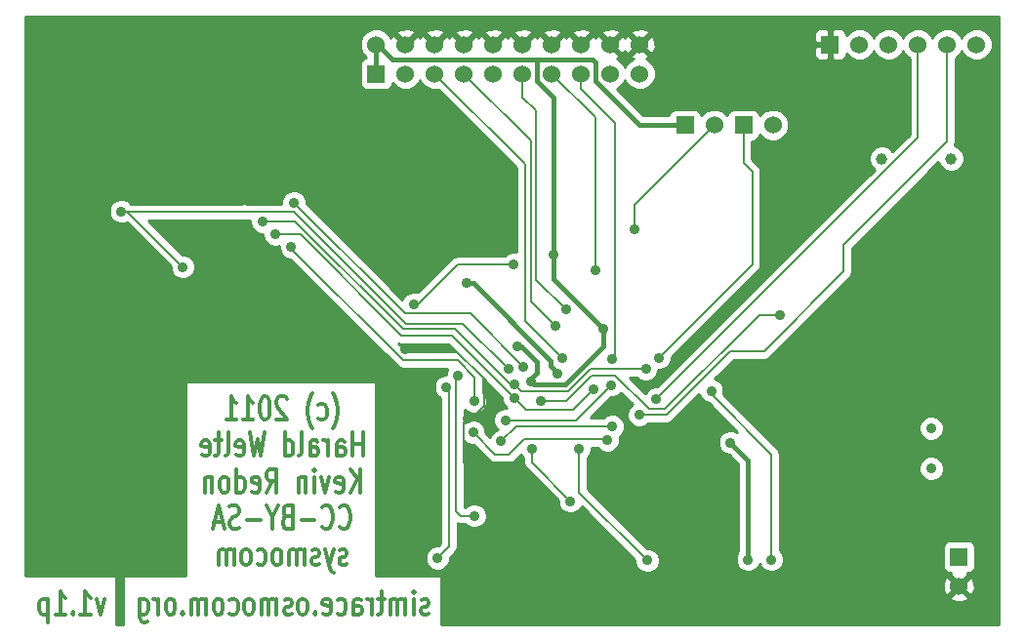
<source format=gbl>
G04 (created by PCBNEW-RS274X (2011-05-25)-stable) date Sat 05 Nov 2011 21:28:24 CET*
G01*
G70*
G90*
%MOIN*%
G04 Gerber Fmt 3.4, Leading zero omitted, Abs format*
%FSLAX34Y34*%
G04 APERTURE LIST*
%ADD10C,0.006000*%
%ADD11C,0.012000*%
%ADD12R,0.060000X0.060000*%
%ADD13C,0.060000*%
%ADD14C,0.035400*%
%ADD15C,0.039400*%
%ADD16C,0.035000*%
%ADD17C,0.008000*%
%ADD18C,0.016000*%
%ADD19C,0.010000*%
G04 APERTURE END LIST*
G54D10*
G54D11*
X17428Y-55140D02*
X17285Y-55674D01*
X17143Y-55140D01*
X16600Y-55674D02*
X16943Y-55674D01*
X16771Y-55674D02*
X16771Y-54874D01*
X16828Y-54988D01*
X16886Y-55064D01*
X16943Y-55102D01*
X16343Y-55598D02*
X16315Y-55636D01*
X16343Y-55674D01*
X16372Y-55636D01*
X16343Y-55598D01*
X16343Y-55674D01*
X15743Y-55674D02*
X16086Y-55674D01*
X15914Y-55674D02*
X15914Y-54874D01*
X15971Y-54988D01*
X16029Y-55064D01*
X16086Y-55102D01*
X15486Y-55140D02*
X15486Y-55940D01*
X15486Y-55179D02*
X15429Y-55140D01*
X15315Y-55140D01*
X15258Y-55179D01*
X15229Y-55217D01*
X15200Y-55293D01*
X15200Y-55521D01*
X15229Y-55598D01*
X15258Y-55636D01*
X15315Y-55674D01*
X15429Y-55674D01*
X15486Y-55636D01*
X25213Y-49329D02*
X25241Y-49290D01*
X25298Y-49176D01*
X25327Y-49100D01*
X25356Y-48986D01*
X25384Y-48795D01*
X25384Y-48643D01*
X25356Y-48452D01*
X25327Y-48338D01*
X25298Y-48262D01*
X25241Y-48148D01*
X25213Y-48110D01*
X24727Y-48986D02*
X24784Y-49024D01*
X24898Y-49024D01*
X24956Y-48986D01*
X24984Y-48948D01*
X25013Y-48871D01*
X25013Y-48643D01*
X24984Y-48567D01*
X24956Y-48529D01*
X24898Y-48490D01*
X24784Y-48490D01*
X24727Y-48529D01*
X24527Y-49329D02*
X24499Y-49290D01*
X24442Y-49176D01*
X24413Y-49100D01*
X24384Y-48986D01*
X24356Y-48795D01*
X24356Y-48643D01*
X24384Y-48452D01*
X24413Y-48338D01*
X24442Y-48262D01*
X24499Y-48148D01*
X24527Y-48110D01*
X23642Y-48300D02*
X23613Y-48262D01*
X23556Y-48224D01*
X23413Y-48224D01*
X23356Y-48262D01*
X23327Y-48300D01*
X23299Y-48376D01*
X23299Y-48452D01*
X23327Y-48567D01*
X23670Y-49024D01*
X23299Y-49024D01*
X22928Y-48224D02*
X22871Y-48224D01*
X22814Y-48262D01*
X22785Y-48300D01*
X22756Y-48376D01*
X22728Y-48529D01*
X22728Y-48719D01*
X22756Y-48871D01*
X22785Y-48948D01*
X22814Y-48986D01*
X22871Y-49024D01*
X22928Y-49024D01*
X22985Y-48986D01*
X23014Y-48948D01*
X23042Y-48871D01*
X23071Y-48719D01*
X23071Y-48529D01*
X23042Y-48376D01*
X23014Y-48300D01*
X22985Y-48262D01*
X22928Y-48224D01*
X22157Y-49024D02*
X22500Y-49024D01*
X22328Y-49024D02*
X22328Y-48224D01*
X22385Y-48338D01*
X22443Y-48414D01*
X22500Y-48452D01*
X21586Y-49024D02*
X21929Y-49024D01*
X21757Y-49024D02*
X21757Y-48224D01*
X21814Y-48338D01*
X21872Y-48414D01*
X21929Y-48452D01*
X26242Y-50264D02*
X26242Y-49464D01*
X26242Y-49845D02*
X25899Y-49845D01*
X25899Y-50264D02*
X25899Y-49464D01*
X25356Y-50264D02*
X25356Y-49845D01*
X25385Y-49769D01*
X25442Y-49730D01*
X25556Y-49730D01*
X25613Y-49769D01*
X25356Y-50226D02*
X25413Y-50264D01*
X25556Y-50264D01*
X25613Y-50226D01*
X25642Y-50150D01*
X25642Y-50073D01*
X25613Y-49997D01*
X25556Y-49959D01*
X25413Y-49959D01*
X25356Y-49921D01*
X25070Y-50264D02*
X25070Y-49730D01*
X25070Y-49883D02*
X25042Y-49807D01*
X25013Y-49769D01*
X24956Y-49730D01*
X24899Y-49730D01*
X24442Y-50264D02*
X24442Y-49845D01*
X24471Y-49769D01*
X24528Y-49730D01*
X24642Y-49730D01*
X24699Y-49769D01*
X24442Y-50226D02*
X24499Y-50264D01*
X24642Y-50264D01*
X24699Y-50226D01*
X24728Y-50150D01*
X24728Y-50073D01*
X24699Y-49997D01*
X24642Y-49959D01*
X24499Y-49959D01*
X24442Y-49921D01*
X24070Y-50264D02*
X24128Y-50226D01*
X24156Y-50150D01*
X24156Y-49464D01*
X23585Y-50264D02*
X23585Y-49464D01*
X23585Y-50226D02*
X23642Y-50264D01*
X23756Y-50264D01*
X23814Y-50226D01*
X23842Y-50188D01*
X23871Y-50111D01*
X23871Y-49883D01*
X23842Y-49807D01*
X23814Y-49769D01*
X23756Y-49730D01*
X23642Y-49730D01*
X23585Y-49769D01*
X22899Y-49464D02*
X22756Y-50264D01*
X22642Y-49692D01*
X22528Y-50264D01*
X22385Y-49464D01*
X21928Y-50226D02*
X21985Y-50264D01*
X22099Y-50264D01*
X22156Y-50226D01*
X22185Y-50150D01*
X22185Y-49845D01*
X22156Y-49769D01*
X22099Y-49730D01*
X21985Y-49730D01*
X21928Y-49769D01*
X21899Y-49845D01*
X21899Y-49921D01*
X22185Y-49997D01*
X21556Y-50264D02*
X21614Y-50226D01*
X21642Y-50150D01*
X21642Y-49464D01*
X21414Y-49730D02*
X21185Y-49730D01*
X21328Y-49464D02*
X21328Y-50150D01*
X21300Y-50226D01*
X21242Y-50264D01*
X21185Y-50264D01*
X20757Y-50226D02*
X20814Y-50264D01*
X20928Y-50264D01*
X20985Y-50226D01*
X21014Y-50150D01*
X21014Y-49845D01*
X20985Y-49769D01*
X20928Y-49730D01*
X20814Y-49730D01*
X20757Y-49769D01*
X20728Y-49845D01*
X20728Y-49921D01*
X21014Y-49997D01*
X26157Y-51504D02*
X26157Y-50704D01*
X25814Y-51504D02*
X26071Y-51047D01*
X25814Y-50704D02*
X26157Y-51161D01*
X25329Y-51466D02*
X25386Y-51504D01*
X25500Y-51504D01*
X25557Y-51466D01*
X25586Y-51390D01*
X25586Y-51085D01*
X25557Y-51009D01*
X25500Y-50970D01*
X25386Y-50970D01*
X25329Y-51009D01*
X25300Y-51085D01*
X25300Y-51161D01*
X25586Y-51237D01*
X25100Y-50970D02*
X24957Y-51504D01*
X24815Y-50970D01*
X24586Y-51504D02*
X24586Y-50970D01*
X24586Y-50704D02*
X24615Y-50742D01*
X24586Y-50780D01*
X24558Y-50742D01*
X24586Y-50704D01*
X24586Y-50780D01*
X24300Y-50970D02*
X24300Y-51504D01*
X24300Y-51047D02*
X24272Y-51009D01*
X24214Y-50970D01*
X24129Y-50970D01*
X24072Y-51009D01*
X24043Y-51085D01*
X24043Y-51504D01*
X22957Y-51504D02*
X23157Y-51123D01*
X23300Y-51504D02*
X23300Y-50704D01*
X23072Y-50704D01*
X23014Y-50742D01*
X22986Y-50780D01*
X22957Y-50856D01*
X22957Y-50970D01*
X22986Y-51047D01*
X23014Y-51085D01*
X23072Y-51123D01*
X23300Y-51123D01*
X22472Y-51466D02*
X22529Y-51504D01*
X22643Y-51504D01*
X22700Y-51466D01*
X22729Y-51390D01*
X22729Y-51085D01*
X22700Y-51009D01*
X22643Y-50970D01*
X22529Y-50970D01*
X22472Y-51009D01*
X22443Y-51085D01*
X22443Y-51161D01*
X22729Y-51237D01*
X21929Y-51504D02*
X21929Y-50704D01*
X21929Y-51466D02*
X21986Y-51504D01*
X22100Y-51504D01*
X22158Y-51466D01*
X22186Y-51428D01*
X22215Y-51351D01*
X22215Y-51123D01*
X22186Y-51047D01*
X22158Y-51009D01*
X22100Y-50970D01*
X21986Y-50970D01*
X21929Y-51009D01*
X21557Y-51504D02*
X21615Y-51466D01*
X21643Y-51428D01*
X21672Y-51351D01*
X21672Y-51123D01*
X21643Y-51047D01*
X21615Y-51009D01*
X21557Y-50970D01*
X21472Y-50970D01*
X21415Y-51009D01*
X21386Y-51047D01*
X21357Y-51123D01*
X21357Y-51351D01*
X21386Y-51428D01*
X21415Y-51466D01*
X21472Y-51504D01*
X21557Y-51504D01*
X21100Y-50970D02*
X21100Y-51504D01*
X21100Y-51047D02*
X21072Y-51009D01*
X21014Y-50970D01*
X20929Y-50970D01*
X20872Y-51009D01*
X20843Y-51085D01*
X20843Y-51504D01*
X25456Y-52668D02*
X25485Y-52706D01*
X25571Y-52744D01*
X25628Y-52744D01*
X25713Y-52706D01*
X25771Y-52630D01*
X25799Y-52553D01*
X25828Y-52401D01*
X25828Y-52287D01*
X25799Y-52134D01*
X25771Y-52058D01*
X25713Y-51982D01*
X25628Y-51944D01*
X25571Y-51944D01*
X25485Y-51982D01*
X25456Y-52020D01*
X24856Y-52668D02*
X24885Y-52706D01*
X24971Y-52744D01*
X25028Y-52744D01*
X25113Y-52706D01*
X25171Y-52630D01*
X25199Y-52553D01*
X25228Y-52401D01*
X25228Y-52287D01*
X25199Y-52134D01*
X25171Y-52058D01*
X25113Y-51982D01*
X25028Y-51944D01*
X24971Y-51944D01*
X24885Y-51982D01*
X24856Y-52020D01*
X24599Y-52439D02*
X24142Y-52439D01*
X23656Y-52325D02*
X23570Y-52363D01*
X23542Y-52401D01*
X23513Y-52477D01*
X23513Y-52591D01*
X23542Y-52668D01*
X23570Y-52706D01*
X23628Y-52744D01*
X23856Y-52744D01*
X23856Y-51944D01*
X23656Y-51944D01*
X23599Y-51982D01*
X23570Y-52020D01*
X23542Y-52096D01*
X23542Y-52172D01*
X23570Y-52249D01*
X23599Y-52287D01*
X23656Y-52325D01*
X23856Y-52325D01*
X23142Y-52363D02*
X23142Y-52744D01*
X23342Y-51944D02*
X23142Y-52363D01*
X22942Y-51944D01*
X22742Y-52439D02*
X22285Y-52439D01*
X22028Y-52706D02*
X21942Y-52744D01*
X21799Y-52744D01*
X21742Y-52706D01*
X21713Y-52668D01*
X21685Y-52591D01*
X21685Y-52515D01*
X21713Y-52439D01*
X21742Y-52401D01*
X21799Y-52363D01*
X21913Y-52325D01*
X21971Y-52287D01*
X21999Y-52249D01*
X22028Y-52172D01*
X22028Y-52096D01*
X21999Y-52020D01*
X21971Y-51982D01*
X21913Y-51944D01*
X21771Y-51944D01*
X21685Y-51982D01*
X21457Y-52515D02*
X21171Y-52515D01*
X21514Y-52744D02*
X21314Y-51944D01*
X21114Y-52744D01*
X25700Y-53946D02*
X25643Y-53984D01*
X25528Y-53984D01*
X25471Y-53946D01*
X25443Y-53870D01*
X25443Y-53831D01*
X25471Y-53755D01*
X25528Y-53717D01*
X25614Y-53717D01*
X25671Y-53679D01*
X25700Y-53603D01*
X25700Y-53565D01*
X25671Y-53489D01*
X25614Y-53450D01*
X25528Y-53450D01*
X25471Y-53489D01*
X25242Y-53450D02*
X25099Y-53984D01*
X24957Y-53450D02*
X25099Y-53984D01*
X25157Y-54174D01*
X25185Y-54212D01*
X25242Y-54250D01*
X24757Y-53946D02*
X24700Y-53984D01*
X24585Y-53984D01*
X24528Y-53946D01*
X24500Y-53870D01*
X24500Y-53831D01*
X24528Y-53755D01*
X24585Y-53717D01*
X24671Y-53717D01*
X24728Y-53679D01*
X24757Y-53603D01*
X24757Y-53565D01*
X24728Y-53489D01*
X24671Y-53450D01*
X24585Y-53450D01*
X24528Y-53489D01*
X24242Y-53984D02*
X24242Y-53450D01*
X24242Y-53527D02*
X24214Y-53489D01*
X24156Y-53450D01*
X24071Y-53450D01*
X24014Y-53489D01*
X23985Y-53565D01*
X23985Y-53984D01*
X23985Y-53565D02*
X23956Y-53489D01*
X23899Y-53450D01*
X23814Y-53450D01*
X23756Y-53489D01*
X23728Y-53565D01*
X23728Y-53984D01*
X23356Y-53984D02*
X23414Y-53946D01*
X23442Y-53908D01*
X23471Y-53831D01*
X23471Y-53603D01*
X23442Y-53527D01*
X23414Y-53489D01*
X23356Y-53450D01*
X23271Y-53450D01*
X23214Y-53489D01*
X23185Y-53527D01*
X23156Y-53603D01*
X23156Y-53831D01*
X23185Y-53908D01*
X23214Y-53946D01*
X23271Y-53984D01*
X23356Y-53984D01*
X22642Y-53946D02*
X22699Y-53984D01*
X22813Y-53984D01*
X22871Y-53946D01*
X22899Y-53908D01*
X22928Y-53831D01*
X22928Y-53603D01*
X22899Y-53527D01*
X22871Y-53489D01*
X22813Y-53450D01*
X22699Y-53450D01*
X22642Y-53489D01*
X22299Y-53984D02*
X22357Y-53946D01*
X22385Y-53908D01*
X22414Y-53831D01*
X22414Y-53603D01*
X22385Y-53527D01*
X22357Y-53489D01*
X22299Y-53450D01*
X22214Y-53450D01*
X22157Y-53489D01*
X22128Y-53527D01*
X22099Y-53603D01*
X22099Y-53831D01*
X22128Y-53908D01*
X22157Y-53946D01*
X22214Y-53984D01*
X22299Y-53984D01*
X21842Y-53984D02*
X21842Y-53450D01*
X21842Y-53527D02*
X21814Y-53489D01*
X21756Y-53450D01*
X21671Y-53450D01*
X21614Y-53489D01*
X21585Y-53565D01*
X21585Y-53984D01*
X21585Y-53565D02*
X21556Y-53489D01*
X21499Y-53450D01*
X21414Y-53450D01*
X21356Y-53489D01*
X21328Y-53565D01*
X21328Y-53984D01*
X28493Y-55636D02*
X28436Y-55674D01*
X28321Y-55674D01*
X28264Y-55636D01*
X28236Y-55560D01*
X28236Y-55521D01*
X28264Y-55445D01*
X28321Y-55407D01*
X28407Y-55407D01*
X28464Y-55369D01*
X28493Y-55293D01*
X28493Y-55255D01*
X28464Y-55179D01*
X28407Y-55140D01*
X28321Y-55140D01*
X28264Y-55179D01*
X27978Y-55674D02*
X27978Y-55140D01*
X27978Y-54874D02*
X28007Y-54912D01*
X27978Y-54950D01*
X27950Y-54912D01*
X27978Y-54874D01*
X27978Y-54950D01*
X27692Y-55674D02*
X27692Y-55140D01*
X27692Y-55217D02*
X27664Y-55179D01*
X27606Y-55140D01*
X27521Y-55140D01*
X27464Y-55179D01*
X27435Y-55255D01*
X27435Y-55674D01*
X27435Y-55255D02*
X27406Y-55179D01*
X27349Y-55140D01*
X27264Y-55140D01*
X27206Y-55179D01*
X27178Y-55255D01*
X27178Y-55674D01*
X26978Y-55140D02*
X26749Y-55140D01*
X26892Y-54874D02*
X26892Y-55560D01*
X26864Y-55636D01*
X26806Y-55674D01*
X26749Y-55674D01*
X26549Y-55674D02*
X26549Y-55140D01*
X26549Y-55293D02*
X26521Y-55217D01*
X26492Y-55179D01*
X26435Y-55140D01*
X26378Y-55140D01*
X25921Y-55674D02*
X25921Y-55255D01*
X25950Y-55179D01*
X26007Y-55140D01*
X26121Y-55140D01*
X26178Y-55179D01*
X25921Y-55636D02*
X25978Y-55674D01*
X26121Y-55674D01*
X26178Y-55636D01*
X26207Y-55560D01*
X26207Y-55483D01*
X26178Y-55407D01*
X26121Y-55369D01*
X25978Y-55369D01*
X25921Y-55331D01*
X25378Y-55636D02*
X25435Y-55674D01*
X25549Y-55674D01*
X25607Y-55636D01*
X25635Y-55598D01*
X25664Y-55521D01*
X25664Y-55293D01*
X25635Y-55217D01*
X25607Y-55179D01*
X25549Y-55140D01*
X25435Y-55140D01*
X25378Y-55179D01*
X24893Y-55636D02*
X24950Y-55674D01*
X25064Y-55674D01*
X25121Y-55636D01*
X25150Y-55560D01*
X25150Y-55255D01*
X25121Y-55179D01*
X25064Y-55140D01*
X24950Y-55140D01*
X24893Y-55179D01*
X24864Y-55255D01*
X24864Y-55331D01*
X25150Y-55407D01*
X24607Y-55598D02*
X24579Y-55636D01*
X24607Y-55674D01*
X24636Y-55636D01*
X24607Y-55598D01*
X24607Y-55674D01*
X24235Y-55674D02*
X24293Y-55636D01*
X24321Y-55598D01*
X24350Y-55521D01*
X24350Y-55293D01*
X24321Y-55217D01*
X24293Y-55179D01*
X24235Y-55140D01*
X24150Y-55140D01*
X24093Y-55179D01*
X24064Y-55217D01*
X24035Y-55293D01*
X24035Y-55521D01*
X24064Y-55598D01*
X24093Y-55636D01*
X24150Y-55674D01*
X24235Y-55674D01*
X23807Y-55636D02*
X23750Y-55674D01*
X23635Y-55674D01*
X23578Y-55636D01*
X23550Y-55560D01*
X23550Y-55521D01*
X23578Y-55445D01*
X23635Y-55407D01*
X23721Y-55407D01*
X23778Y-55369D01*
X23807Y-55293D01*
X23807Y-55255D01*
X23778Y-55179D01*
X23721Y-55140D01*
X23635Y-55140D01*
X23578Y-55179D01*
X23292Y-55674D02*
X23292Y-55140D01*
X23292Y-55217D02*
X23264Y-55179D01*
X23206Y-55140D01*
X23121Y-55140D01*
X23064Y-55179D01*
X23035Y-55255D01*
X23035Y-55674D01*
X23035Y-55255D02*
X23006Y-55179D01*
X22949Y-55140D01*
X22864Y-55140D01*
X22806Y-55179D01*
X22778Y-55255D01*
X22778Y-55674D01*
X22406Y-55674D02*
X22464Y-55636D01*
X22492Y-55598D01*
X22521Y-55521D01*
X22521Y-55293D01*
X22492Y-55217D01*
X22464Y-55179D01*
X22406Y-55140D01*
X22321Y-55140D01*
X22264Y-55179D01*
X22235Y-55217D01*
X22206Y-55293D01*
X22206Y-55521D01*
X22235Y-55598D01*
X22264Y-55636D01*
X22321Y-55674D01*
X22406Y-55674D01*
X21692Y-55636D02*
X21749Y-55674D01*
X21863Y-55674D01*
X21921Y-55636D01*
X21949Y-55598D01*
X21978Y-55521D01*
X21978Y-55293D01*
X21949Y-55217D01*
X21921Y-55179D01*
X21863Y-55140D01*
X21749Y-55140D01*
X21692Y-55179D01*
X21349Y-55674D02*
X21407Y-55636D01*
X21435Y-55598D01*
X21464Y-55521D01*
X21464Y-55293D01*
X21435Y-55217D01*
X21407Y-55179D01*
X21349Y-55140D01*
X21264Y-55140D01*
X21207Y-55179D01*
X21178Y-55217D01*
X21149Y-55293D01*
X21149Y-55521D01*
X21178Y-55598D01*
X21207Y-55636D01*
X21264Y-55674D01*
X21349Y-55674D01*
X20892Y-55674D02*
X20892Y-55140D01*
X20892Y-55217D02*
X20864Y-55179D01*
X20806Y-55140D01*
X20721Y-55140D01*
X20664Y-55179D01*
X20635Y-55255D01*
X20635Y-55674D01*
X20635Y-55255D02*
X20606Y-55179D01*
X20549Y-55140D01*
X20464Y-55140D01*
X20406Y-55179D01*
X20378Y-55255D01*
X20378Y-55674D01*
X20092Y-55598D02*
X20064Y-55636D01*
X20092Y-55674D01*
X20121Y-55636D01*
X20092Y-55598D01*
X20092Y-55674D01*
X19720Y-55674D02*
X19778Y-55636D01*
X19806Y-55598D01*
X19835Y-55521D01*
X19835Y-55293D01*
X19806Y-55217D01*
X19778Y-55179D01*
X19720Y-55140D01*
X19635Y-55140D01*
X19578Y-55179D01*
X19549Y-55217D01*
X19520Y-55293D01*
X19520Y-55521D01*
X19549Y-55598D01*
X19578Y-55636D01*
X19635Y-55674D01*
X19720Y-55674D01*
X19263Y-55674D02*
X19263Y-55140D01*
X19263Y-55293D02*
X19235Y-55217D01*
X19206Y-55179D01*
X19149Y-55140D01*
X19092Y-55140D01*
X18635Y-55140D02*
X18635Y-55788D01*
X18664Y-55864D01*
X18692Y-55902D01*
X18749Y-55940D01*
X18835Y-55940D01*
X18892Y-55902D01*
X18635Y-55636D02*
X18692Y-55674D01*
X18806Y-55674D01*
X18864Y-55636D01*
X18892Y-55598D01*
X18921Y-55521D01*
X18921Y-55293D01*
X18892Y-55217D01*
X18864Y-55179D01*
X18806Y-55140D01*
X18692Y-55140D01*
X18635Y-55179D01*
G54D12*
X42200Y-36200D03*
G54D13*
X43200Y-36200D03*
X44200Y-36200D03*
X45200Y-36200D03*
X46200Y-36200D03*
X47200Y-36200D03*
G54D14*
X45650Y-50689D03*
X45650Y-49311D03*
G54D12*
X46600Y-53700D03*
G54D13*
X46600Y-54700D03*
G54D12*
X26700Y-37200D03*
G54D13*
X26700Y-36200D03*
X27700Y-37200D03*
X27700Y-36200D03*
X28700Y-37200D03*
X28700Y-36200D03*
X29700Y-37200D03*
X29700Y-36200D03*
X30700Y-37200D03*
X30700Y-36200D03*
X31700Y-37200D03*
X31700Y-36200D03*
X32700Y-37200D03*
X32700Y-36200D03*
X33700Y-37200D03*
X33700Y-36200D03*
X34700Y-37200D03*
X34700Y-36200D03*
X35700Y-37200D03*
X35700Y-36200D03*
G54D12*
X37250Y-38950D03*
G54D13*
X38250Y-38950D03*
G54D12*
X39250Y-38950D03*
G54D13*
X40250Y-38950D03*
G54D15*
X46331Y-40100D03*
X43969Y-40100D03*
G54D16*
X34742Y-46956D03*
X22816Y-42245D03*
X31421Y-47811D03*
X35910Y-47293D03*
X31131Y-49039D03*
X34737Y-47832D03*
X35965Y-53828D03*
X33639Y-50003D03*
X36268Y-48322D03*
X35682Y-48858D03*
X20100Y-43800D03*
X18000Y-41900D03*
X31217Y-47293D03*
X23261Y-42681D03*
X31426Y-48290D03*
X34128Y-47979D03*
X29500Y-47500D03*
X30050Y-52300D03*
X29100Y-47900D03*
X28800Y-53750D03*
X23892Y-41603D03*
X31733Y-47209D03*
X30973Y-49764D03*
X34764Y-49247D03*
X23802Y-43110D03*
X30055Y-48393D03*
X38147Y-48037D03*
X40200Y-53800D03*
X30013Y-49446D03*
X34597Y-49724D03*
X33174Y-45257D03*
X33063Y-46911D03*
X34193Y-43899D03*
X36353Y-46899D03*
X32812Y-45800D03*
X32900Y-47435D03*
X29777Y-44364D03*
X39400Y-53800D03*
X38800Y-49800D03*
X32018Y-50002D03*
X33332Y-51799D03*
X34468Y-45915D03*
X32772Y-43374D03*
X31986Y-47726D03*
X31514Y-46505D03*
X28618Y-42765D03*
X28093Y-44156D03*
X31150Y-51924D03*
X32784Y-51816D03*
X27696Y-46611D03*
X29830Y-48992D03*
X35524Y-42509D03*
X32321Y-48367D03*
X40475Y-45434D03*
X31400Y-43700D03*
X27997Y-45069D03*
G54D17*
X33700Y-37200D02*
X33700Y-37700D01*
X33700Y-37700D02*
X34866Y-38866D01*
X34742Y-46956D02*
X34866Y-46832D01*
X34866Y-46832D02*
X34866Y-38866D01*
X31283Y-47811D02*
X31421Y-47811D01*
X29398Y-45926D02*
X31283Y-47811D01*
X27615Y-45926D02*
X29398Y-45926D01*
X23934Y-42245D02*
X27615Y-45926D01*
X22816Y-42245D02*
X23934Y-42245D01*
X31658Y-48048D02*
X31421Y-47811D01*
X33260Y-48048D02*
X31658Y-48048D01*
X34015Y-47293D02*
X33260Y-48048D01*
X35910Y-47293D02*
X34015Y-47293D01*
X33530Y-49039D02*
X34737Y-47832D01*
X31131Y-49039D02*
X33530Y-49039D01*
X35965Y-53828D02*
X33639Y-51502D01*
X33639Y-51502D02*
X33639Y-50003D01*
X45200Y-39390D02*
X36268Y-48322D01*
X45200Y-36200D02*
X45200Y-39390D01*
X36616Y-48858D02*
X35682Y-48858D01*
X38790Y-46684D02*
X36616Y-48858D01*
X39948Y-46684D02*
X38790Y-46684D01*
X42672Y-43960D02*
X39948Y-46684D01*
X42672Y-43050D02*
X42672Y-43960D01*
X46200Y-39522D02*
X42672Y-43050D01*
X46200Y-36200D02*
X46200Y-39522D01*
X18200Y-41900D02*
X18000Y-41900D01*
X20100Y-43800D02*
X18200Y-41900D01*
X20224Y-41924D02*
X22176Y-41924D01*
X18000Y-41900D02*
X18024Y-41924D01*
X18024Y-41924D02*
X20224Y-41924D01*
X22200Y-41900D02*
X22200Y-41924D01*
X22176Y-41924D02*
X22200Y-41900D01*
X29666Y-45742D02*
X31217Y-47293D01*
X27713Y-45742D02*
X29666Y-45742D01*
X23895Y-41924D02*
X27713Y-45742D01*
X22200Y-41924D02*
X23895Y-41924D01*
X33421Y-48686D02*
X34128Y-47979D01*
X31822Y-48686D02*
X33421Y-48686D01*
X31426Y-48290D02*
X31822Y-48686D01*
X29278Y-46142D02*
X31426Y-48290D01*
X27571Y-46142D02*
X29278Y-46142D01*
X24110Y-42681D02*
X27571Y-46142D01*
X23261Y-42681D02*
X24110Y-42681D01*
X29440Y-47900D02*
X29440Y-47560D01*
X29440Y-47560D02*
X29500Y-47500D01*
X30050Y-52300D02*
X29600Y-52300D01*
X29600Y-52300D02*
X29440Y-52140D01*
X29440Y-52140D02*
X29440Y-47900D01*
X29200Y-48200D02*
X29191Y-48200D01*
X29191Y-48191D02*
X29200Y-48200D01*
X29191Y-47991D02*
X29191Y-48191D01*
X29100Y-47900D02*
X29191Y-47991D01*
X29200Y-52300D02*
X29191Y-52300D01*
X29191Y-52300D02*
X29191Y-48200D01*
X28800Y-53750D02*
X29191Y-53359D01*
X29191Y-53359D02*
X29191Y-52309D01*
X29191Y-52309D02*
X29200Y-52300D01*
X29912Y-45388D02*
X31733Y-47209D01*
X27677Y-45388D02*
X29912Y-45388D01*
X23892Y-41603D02*
X27677Y-45388D01*
X31490Y-49247D02*
X34764Y-49247D01*
X30973Y-49764D02*
X31490Y-49247D01*
X23802Y-43167D02*
X23802Y-43110D01*
X27623Y-46988D02*
X23802Y-43167D01*
X29477Y-46988D02*
X27623Y-46988D01*
X30055Y-47566D02*
X29477Y-46988D01*
X30055Y-48393D02*
X30055Y-47566D01*
X38147Y-48037D02*
X38147Y-48147D01*
X40200Y-50200D02*
X40200Y-53800D01*
X38147Y-48147D02*
X40200Y-50200D01*
X34557Y-49684D02*
X34597Y-49724D01*
X31755Y-49684D02*
X34557Y-49684D01*
X31240Y-50199D02*
X31755Y-49684D01*
X30766Y-50199D02*
X31240Y-50199D01*
X30013Y-49446D02*
X30766Y-50199D01*
X31700Y-37200D02*
X31700Y-38000D01*
X31700Y-38000D02*
X32163Y-38463D01*
X33174Y-45257D02*
X32163Y-44246D01*
X32163Y-44246D02*
X32163Y-38463D01*
X31795Y-40295D02*
X28700Y-37200D01*
X31795Y-45643D02*
X31795Y-40295D01*
X33063Y-46911D02*
X31795Y-45643D01*
X34193Y-38693D02*
X32700Y-37200D01*
X34193Y-43899D02*
X34193Y-38693D01*
X39250Y-38950D02*
X39250Y-40250D01*
X39250Y-40250D02*
X39550Y-40550D01*
X39550Y-43702D02*
X36353Y-46899D01*
X39550Y-40550D02*
X39550Y-43702D01*
X31979Y-39479D02*
X29700Y-37200D01*
X31979Y-44967D02*
X31979Y-39479D01*
X32812Y-45800D02*
X31979Y-44967D01*
G54D18*
X29777Y-44364D02*
X30014Y-44364D01*
X32650Y-47185D02*
X32900Y-47435D01*
X32650Y-47000D02*
X32650Y-47185D01*
X30014Y-44364D02*
X32650Y-47000D01*
X39400Y-50400D02*
X39400Y-53800D01*
X38800Y-49800D02*
X39400Y-50400D01*
G54D17*
X32018Y-50485D02*
X32018Y-50002D01*
X33332Y-51799D02*
X32018Y-50485D01*
G54D18*
X31986Y-47726D02*
X31986Y-47614D01*
X31655Y-46505D02*
X31514Y-46505D01*
X32200Y-47050D02*
X31655Y-46505D01*
X32200Y-47400D02*
X32200Y-47050D01*
X31986Y-47614D02*
X32200Y-47400D01*
X34468Y-45915D02*
X34468Y-46520D01*
X32086Y-47826D02*
X31986Y-47726D01*
X33162Y-47826D02*
X32086Y-47826D01*
X34468Y-46520D02*
X33162Y-47826D01*
X32772Y-43374D02*
X32772Y-44219D01*
X32772Y-44219D02*
X34468Y-45915D01*
X34200Y-37300D02*
X34200Y-37450D01*
X34100Y-36700D02*
X34206Y-36806D01*
X34206Y-36806D02*
X34206Y-37294D01*
X34206Y-37294D02*
X34200Y-37300D01*
X32151Y-36700D02*
X34100Y-36700D01*
X35700Y-38950D02*
X37250Y-38950D01*
X34200Y-37450D02*
X35700Y-38950D01*
X32200Y-37200D02*
X32200Y-37450D01*
X32772Y-38022D02*
X32772Y-43374D01*
X32200Y-37450D02*
X32772Y-38022D01*
X32200Y-37200D02*
X32200Y-36749D01*
X32200Y-36749D02*
X32151Y-36700D01*
X26700Y-36200D02*
X26750Y-36200D01*
X27250Y-36700D02*
X32151Y-36700D01*
X26750Y-36200D02*
X27250Y-36700D01*
G54D17*
X26700Y-36650D02*
X26650Y-36650D01*
X26650Y-36650D02*
X26700Y-36650D01*
G54D18*
X26700Y-36200D02*
X26700Y-36650D01*
X26700Y-36650D02*
X26700Y-37200D01*
G54D17*
X32151Y-36700D02*
X32200Y-36749D01*
X35711Y-38950D02*
X37250Y-38950D01*
X34149Y-37388D02*
X35711Y-38950D01*
X34149Y-36771D02*
X34149Y-37388D01*
X34127Y-36749D02*
X34149Y-36771D01*
X32200Y-36749D02*
X34127Y-36749D01*
X34468Y-45915D02*
X32772Y-44219D01*
X28618Y-43631D02*
X28093Y-44156D01*
X28618Y-42765D02*
X28618Y-43631D01*
X31258Y-51816D02*
X32784Y-51816D01*
X31150Y-51924D02*
X31258Y-51816D01*
X27696Y-46611D02*
X29117Y-46611D01*
X29931Y-48992D02*
X29830Y-48992D01*
X30374Y-48549D02*
X29931Y-48992D01*
X30374Y-47625D02*
X30374Y-48549D01*
X29360Y-46611D02*
X30374Y-47625D01*
X29117Y-46611D02*
X29360Y-46611D01*
X29694Y-49128D02*
X29830Y-48992D01*
X29694Y-50468D02*
X29694Y-49128D01*
X31150Y-51924D02*
X29694Y-50468D01*
X35524Y-41676D02*
X35524Y-42509D01*
X38250Y-38950D02*
X35524Y-41676D01*
X33201Y-48367D02*
X32321Y-48367D01*
X34054Y-47514D02*
X33201Y-48367D01*
X34870Y-47514D02*
X34054Y-47514D01*
X36010Y-48654D02*
X34870Y-47514D01*
X36560Y-48654D02*
X36010Y-48654D01*
X39780Y-45434D02*
X36560Y-48654D01*
X40475Y-45434D02*
X39780Y-45434D01*
X28131Y-45069D02*
X27997Y-45069D01*
X29500Y-43700D02*
X28131Y-45069D01*
X31400Y-43700D02*
X29500Y-43700D01*
G54D19*
X27447Y-46401D02*
X27447Y-46401D01*
X27526Y-46481D02*
X29206Y-46481D01*
X27606Y-46561D02*
X29286Y-46561D01*
X27686Y-46641D02*
X29366Y-46641D01*
X30345Y-47619D02*
X30345Y-47619D01*
X30345Y-47699D02*
X30425Y-47699D01*
X30345Y-47779D02*
X30505Y-47779D01*
X30345Y-47859D02*
X30585Y-47859D01*
X30345Y-47939D02*
X30665Y-47939D01*
X30345Y-48019D02*
X30745Y-48019D01*
X30362Y-48099D02*
X30825Y-48099D01*
X30426Y-48179D02*
X30905Y-48179D01*
X30459Y-48259D02*
X30985Y-48259D01*
X30480Y-48339D02*
X31001Y-48339D01*
X30480Y-48419D02*
X31020Y-48419D01*
X30472Y-48499D02*
X31053Y-48499D01*
X30438Y-48579D02*
X31114Y-48579D01*
X30390Y-48659D02*
X30937Y-48659D01*
X29730Y-48739D02*
X29800Y-48739D01*
X30310Y-48739D02*
X30830Y-48739D01*
X29730Y-48819D02*
X30762Y-48819D01*
X29730Y-48899D02*
X30728Y-48899D01*
X29730Y-48979D02*
X30706Y-48979D01*
X29730Y-49059D02*
X29836Y-49059D01*
X30189Y-49059D02*
X30706Y-49059D01*
X30307Y-49139D02*
X30713Y-49139D01*
X30379Y-49219D02*
X30746Y-49219D01*
X30412Y-49299D02*
X30790Y-49299D01*
X30438Y-49379D02*
X30791Y-49379D01*
X30438Y-49459D02*
X30677Y-49459D01*
X30516Y-49539D02*
X30606Y-49539D01*
X14740Y-35240D02*
X47960Y-35240D01*
X14740Y-35320D02*
X47960Y-35320D01*
X14740Y-35400D02*
X47960Y-35400D01*
X14740Y-35480D02*
X47960Y-35480D01*
X14740Y-35560D02*
X47960Y-35560D01*
X14740Y-35640D02*
X47960Y-35640D01*
X14740Y-35720D02*
X26425Y-35720D01*
X26974Y-35720D02*
X27438Y-35720D01*
X27958Y-35720D02*
X28438Y-35720D01*
X28958Y-35720D02*
X29438Y-35720D01*
X29958Y-35720D02*
X30438Y-35720D01*
X30958Y-35720D02*
X31438Y-35720D01*
X31958Y-35720D02*
X32438Y-35720D01*
X32958Y-35720D02*
X33438Y-35720D01*
X33958Y-35720D02*
X34438Y-35720D01*
X34958Y-35720D02*
X35438Y-35720D01*
X35958Y-35720D02*
X41728Y-35720D01*
X42150Y-35720D02*
X42250Y-35720D01*
X42672Y-35720D02*
X42925Y-35720D01*
X43474Y-35720D02*
X43925Y-35720D01*
X44474Y-35720D02*
X44925Y-35720D01*
X45474Y-35720D02*
X45925Y-35720D01*
X46474Y-35720D02*
X46925Y-35720D01*
X47474Y-35720D02*
X47960Y-35720D01*
X14740Y-35800D02*
X26324Y-35800D01*
X27076Y-35800D02*
X27398Y-35800D01*
X28001Y-35800D02*
X28398Y-35800D01*
X29001Y-35800D02*
X29398Y-35800D01*
X30001Y-35800D02*
X30398Y-35800D01*
X31001Y-35800D02*
X31398Y-35800D01*
X32001Y-35800D02*
X32398Y-35800D01*
X33001Y-35800D02*
X33398Y-35800D01*
X34001Y-35800D02*
X34398Y-35800D01*
X35001Y-35800D02*
X35398Y-35800D01*
X36001Y-35800D02*
X41671Y-35800D01*
X42150Y-35800D02*
X42250Y-35800D01*
X42728Y-35800D02*
X42824Y-35800D01*
X43576Y-35800D02*
X43824Y-35800D01*
X44576Y-35800D02*
X44824Y-35800D01*
X45576Y-35800D02*
X45824Y-35800D01*
X46576Y-35800D02*
X46824Y-35800D01*
X47576Y-35800D02*
X47960Y-35800D01*
X14740Y-35880D02*
X26244Y-35880D01*
X27156Y-35880D02*
X27451Y-35880D01*
X27950Y-35880D02*
X28008Y-35880D01*
X28008Y-35880D02*
X28451Y-35880D01*
X28950Y-35880D02*
X29008Y-35880D01*
X29008Y-35880D02*
X29451Y-35880D01*
X29950Y-35880D02*
X30008Y-35880D01*
X30008Y-35880D02*
X30451Y-35880D01*
X30950Y-35880D02*
X31008Y-35880D01*
X31008Y-35880D02*
X31451Y-35880D01*
X31950Y-35880D02*
X32008Y-35880D01*
X32008Y-35880D02*
X32451Y-35880D01*
X32950Y-35880D02*
X33008Y-35880D01*
X33008Y-35880D02*
X33451Y-35880D01*
X33950Y-35880D02*
X34008Y-35880D01*
X34008Y-35880D02*
X34451Y-35880D01*
X34950Y-35880D02*
X35008Y-35880D01*
X35008Y-35880D02*
X35451Y-35880D01*
X35950Y-35880D02*
X36008Y-35880D01*
X36008Y-35880D02*
X41651Y-35880D01*
X42150Y-35880D02*
X42250Y-35880D01*
X43656Y-35880D02*
X43744Y-35880D01*
X44656Y-35880D02*
X44744Y-35880D01*
X45656Y-35880D02*
X45744Y-35880D01*
X46656Y-35880D02*
X46744Y-35880D01*
X47656Y-35880D02*
X47960Y-35880D01*
X14740Y-35960D02*
X26205Y-35960D01*
X27194Y-35960D02*
X27212Y-35960D01*
X27389Y-35960D02*
X27531Y-35960D01*
X27870Y-35960D02*
X28008Y-35960D01*
X28008Y-35960D02*
X28010Y-35960D01*
X28188Y-35960D02*
X28213Y-35960D01*
X28389Y-35960D02*
X28531Y-35960D01*
X28870Y-35960D02*
X29008Y-35960D01*
X29008Y-35960D02*
X29010Y-35960D01*
X29188Y-35960D02*
X29213Y-35960D01*
X29389Y-35960D02*
X29531Y-35960D01*
X29870Y-35960D02*
X30008Y-35960D01*
X30008Y-35960D02*
X30010Y-35960D01*
X30188Y-35960D02*
X30213Y-35960D01*
X30389Y-35960D02*
X30531Y-35960D01*
X30870Y-35960D02*
X31008Y-35960D01*
X31008Y-35960D02*
X31010Y-35960D01*
X31188Y-35960D02*
X31213Y-35960D01*
X31389Y-35960D02*
X31531Y-35960D01*
X31870Y-35960D02*
X32008Y-35960D01*
X32008Y-35960D02*
X32010Y-35960D01*
X32188Y-35960D02*
X32213Y-35960D01*
X32389Y-35960D02*
X32531Y-35960D01*
X32870Y-35960D02*
X33008Y-35960D01*
X33008Y-35960D02*
X33010Y-35960D01*
X33188Y-35960D02*
X33213Y-35960D01*
X33389Y-35960D02*
X33531Y-35960D01*
X33870Y-35960D02*
X34008Y-35960D01*
X34008Y-35960D02*
X34010Y-35960D01*
X34188Y-35960D02*
X34213Y-35960D01*
X34389Y-35960D02*
X34531Y-35960D01*
X34870Y-35960D02*
X35008Y-35960D01*
X35008Y-35960D02*
X35010Y-35960D01*
X35188Y-35960D02*
X35213Y-35960D01*
X35389Y-35960D02*
X35531Y-35960D01*
X35870Y-35960D02*
X36008Y-35960D01*
X36008Y-35960D02*
X36010Y-35960D01*
X36188Y-35960D02*
X41650Y-35960D01*
X42150Y-35960D02*
X42250Y-35960D01*
X43694Y-35960D02*
X43705Y-35960D01*
X44694Y-35960D02*
X44705Y-35960D01*
X45694Y-35960D02*
X45705Y-35960D01*
X46694Y-35960D02*
X46705Y-35960D01*
X47694Y-35960D02*
X47960Y-35960D01*
X14740Y-36040D02*
X26172Y-36040D01*
X27469Y-36040D02*
X27611Y-36040D01*
X27790Y-36040D02*
X27930Y-36040D01*
X28469Y-36040D02*
X28611Y-36040D01*
X28790Y-36040D02*
X28930Y-36040D01*
X29469Y-36040D02*
X29611Y-36040D01*
X29790Y-36040D02*
X29930Y-36040D01*
X30469Y-36040D02*
X30611Y-36040D01*
X30790Y-36040D02*
X30930Y-36040D01*
X31469Y-36040D02*
X31611Y-36040D01*
X31790Y-36040D02*
X31930Y-36040D01*
X32469Y-36040D02*
X32611Y-36040D01*
X32790Y-36040D02*
X32930Y-36040D01*
X33469Y-36040D02*
X33611Y-36040D01*
X33790Y-36040D02*
X33930Y-36040D01*
X34469Y-36040D02*
X34611Y-36040D01*
X34790Y-36040D02*
X34930Y-36040D01*
X35469Y-36040D02*
X35611Y-36040D01*
X35790Y-36040D02*
X35930Y-36040D01*
X36221Y-36040D02*
X41650Y-36040D01*
X42150Y-36040D02*
X42250Y-36040D01*
X47727Y-36040D02*
X47960Y-36040D01*
X14740Y-36120D02*
X26151Y-36120D01*
X27549Y-36120D02*
X27691Y-36120D01*
X27710Y-36120D02*
X27850Y-36120D01*
X28549Y-36120D02*
X28691Y-36120D01*
X28710Y-36120D02*
X28850Y-36120D01*
X29549Y-36120D02*
X29691Y-36120D01*
X29710Y-36120D02*
X29850Y-36120D01*
X30549Y-36120D02*
X30691Y-36120D01*
X30710Y-36120D02*
X30850Y-36120D01*
X31549Y-36120D02*
X31691Y-36120D01*
X31710Y-36120D02*
X31850Y-36120D01*
X32549Y-36120D02*
X32691Y-36120D01*
X32710Y-36120D02*
X32850Y-36120D01*
X33549Y-36120D02*
X33691Y-36120D01*
X33710Y-36120D02*
X33850Y-36120D01*
X34549Y-36120D02*
X34691Y-36120D01*
X34710Y-36120D02*
X34850Y-36120D01*
X35549Y-36120D02*
X35691Y-36120D01*
X35710Y-36120D02*
X35850Y-36120D01*
X36234Y-36120D02*
X41682Y-36120D01*
X42150Y-36120D02*
X42250Y-36120D01*
X47749Y-36120D02*
X47960Y-36120D01*
X14740Y-36200D02*
X26151Y-36200D01*
X27629Y-36200D02*
X27771Y-36200D01*
X28629Y-36200D02*
X28771Y-36200D01*
X29629Y-36200D02*
X29771Y-36200D01*
X30629Y-36200D02*
X30771Y-36200D01*
X31629Y-36200D02*
X31771Y-36200D01*
X32629Y-36200D02*
X32771Y-36200D01*
X33629Y-36200D02*
X33771Y-36200D01*
X34629Y-36200D02*
X34771Y-36200D01*
X35629Y-36200D02*
X35629Y-36200D01*
X35629Y-36200D02*
X35771Y-36200D01*
X36238Y-36200D02*
X42150Y-36200D01*
X42150Y-36200D02*
X42250Y-36200D01*
X47749Y-36200D02*
X47960Y-36200D01*
X14740Y-36280D02*
X26151Y-36280D01*
X34709Y-36280D02*
X34851Y-36280D01*
X35550Y-36280D02*
X35629Y-36280D01*
X35629Y-36280D02*
X35690Y-36280D01*
X35709Y-36280D02*
X35851Y-36280D01*
X36243Y-36280D02*
X36243Y-36280D01*
X36243Y-36280D02*
X41682Y-36280D01*
X42150Y-36280D02*
X42250Y-36280D01*
X47749Y-36280D02*
X47960Y-36280D01*
X14740Y-36360D02*
X26173Y-36360D01*
X34789Y-36360D02*
X34931Y-36360D01*
X35470Y-36360D02*
X35610Y-36360D01*
X35789Y-36360D02*
X35931Y-36360D01*
X36215Y-36360D02*
X36243Y-36360D01*
X36243Y-36360D02*
X41651Y-36360D01*
X42150Y-36360D02*
X42250Y-36360D01*
X47728Y-36360D02*
X47749Y-36360D01*
X47749Y-36360D02*
X47960Y-36360D01*
X14740Y-36440D02*
X26206Y-36440D01*
X34869Y-36440D02*
X35011Y-36440D01*
X35186Y-36440D02*
X35211Y-36440D01*
X35390Y-36440D02*
X35530Y-36440D01*
X35869Y-36440D02*
X36011Y-36440D01*
X36187Y-36440D02*
X36243Y-36440D01*
X36243Y-36440D02*
X41651Y-36440D01*
X42150Y-36440D02*
X42250Y-36440D01*
X43695Y-36440D02*
X43706Y-36440D01*
X44695Y-36440D02*
X44706Y-36440D01*
X46695Y-36440D02*
X46706Y-36440D01*
X47695Y-36440D02*
X47749Y-36440D01*
X47749Y-36440D02*
X47960Y-36440D01*
X14740Y-36520D02*
X26244Y-36520D01*
X34949Y-36520D02*
X35450Y-36520D01*
X35949Y-36520D02*
X36243Y-36520D01*
X36243Y-36520D02*
X41651Y-36520D01*
X42150Y-36520D02*
X42250Y-36520D01*
X43656Y-36520D02*
X43744Y-36520D01*
X44656Y-36520D02*
X44744Y-36520D01*
X46656Y-36520D02*
X46744Y-36520D01*
X47656Y-36520D02*
X47749Y-36520D01*
X47749Y-36520D02*
X47960Y-36520D01*
X14740Y-36600D02*
X26324Y-36600D01*
X35002Y-36600D02*
X35399Y-36600D01*
X36002Y-36600D02*
X36243Y-36600D01*
X36243Y-36600D02*
X41672Y-36600D01*
X42150Y-36600D02*
X42250Y-36600D01*
X42729Y-36600D02*
X42824Y-36600D01*
X43576Y-36600D02*
X43824Y-36600D01*
X44576Y-36600D02*
X44824Y-36600D01*
X46576Y-36600D02*
X46824Y-36600D01*
X47576Y-36600D02*
X47749Y-36600D01*
X47749Y-36600D02*
X47960Y-36600D01*
X14740Y-36680D02*
X26280Y-36680D01*
X34962Y-36680D02*
X35442Y-36680D01*
X35962Y-36680D02*
X36243Y-36680D01*
X36243Y-36680D02*
X41728Y-36680D01*
X42150Y-36680D02*
X42250Y-36680D01*
X42672Y-36680D02*
X42926Y-36680D01*
X43475Y-36680D02*
X43926Y-36680D01*
X44475Y-36680D02*
X44910Y-36680D01*
X46490Y-36680D02*
X46926Y-36680D01*
X47475Y-36680D02*
X47749Y-36680D01*
X47749Y-36680D02*
X47960Y-36680D01*
X14740Y-36760D02*
X26188Y-36760D01*
X35036Y-36760D02*
X35364Y-36760D01*
X36036Y-36760D02*
X36243Y-36760D01*
X36243Y-36760D02*
X42150Y-36760D01*
X42150Y-36760D02*
X44910Y-36760D01*
X46490Y-36760D02*
X47749Y-36760D01*
X47749Y-36760D02*
X47960Y-36760D01*
X14740Y-36840D02*
X26155Y-36840D01*
X35116Y-36840D02*
X35284Y-36840D01*
X36116Y-36840D02*
X36243Y-36840D01*
X36243Y-36840D02*
X42150Y-36840D01*
X42150Y-36840D02*
X44910Y-36840D01*
X46490Y-36840D02*
X47749Y-36840D01*
X47749Y-36840D02*
X47960Y-36840D01*
X14740Y-36920D02*
X26151Y-36920D01*
X35177Y-36920D02*
X35222Y-36920D01*
X36177Y-36920D02*
X36243Y-36920D01*
X36243Y-36920D02*
X42150Y-36920D01*
X42150Y-36920D02*
X44910Y-36920D01*
X46490Y-36920D02*
X47749Y-36920D01*
X47749Y-36920D02*
X47960Y-36920D01*
X14740Y-37000D02*
X26151Y-37000D01*
X36211Y-37000D02*
X36243Y-37000D01*
X36243Y-37000D02*
X42150Y-37000D01*
X42150Y-37000D02*
X44910Y-37000D01*
X46490Y-37000D02*
X47749Y-37000D01*
X47749Y-37000D02*
X47960Y-37000D01*
X14740Y-37080D02*
X26151Y-37080D01*
X36244Y-37080D02*
X42150Y-37080D01*
X42150Y-37080D02*
X44910Y-37080D01*
X46490Y-37080D02*
X47749Y-37080D01*
X47749Y-37080D02*
X47960Y-37080D01*
X14740Y-37160D02*
X26151Y-37160D01*
X36249Y-37160D02*
X42150Y-37160D01*
X42150Y-37160D02*
X44910Y-37160D01*
X46490Y-37160D02*
X47749Y-37160D01*
X47749Y-37160D02*
X47960Y-37160D01*
X14740Y-37240D02*
X26151Y-37240D01*
X36249Y-37240D02*
X42150Y-37240D01*
X42150Y-37240D02*
X44910Y-37240D01*
X46490Y-37240D02*
X47749Y-37240D01*
X47749Y-37240D02*
X47960Y-37240D01*
X14740Y-37320D02*
X26151Y-37320D01*
X36245Y-37320D02*
X42150Y-37320D01*
X42150Y-37320D02*
X44910Y-37320D01*
X46490Y-37320D02*
X47749Y-37320D01*
X47749Y-37320D02*
X47960Y-37320D01*
X14740Y-37400D02*
X26151Y-37400D01*
X36212Y-37400D02*
X42150Y-37400D01*
X42150Y-37400D02*
X44910Y-37400D01*
X46490Y-37400D02*
X47749Y-37400D01*
X47749Y-37400D02*
X47960Y-37400D01*
X14740Y-37480D02*
X26151Y-37480D01*
X28178Y-37480D02*
X28223Y-37480D01*
X35178Y-37480D02*
X35223Y-37480D01*
X36178Y-37480D02*
X42150Y-37480D01*
X42150Y-37480D02*
X44910Y-37480D01*
X46490Y-37480D02*
X47749Y-37480D01*
X47749Y-37480D02*
X47960Y-37480D01*
X14740Y-37560D02*
X26156Y-37560D01*
X27245Y-37560D02*
X27284Y-37560D01*
X28116Y-37560D02*
X28284Y-37560D01*
X35116Y-37560D02*
X35284Y-37560D01*
X36116Y-37560D02*
X42150Y-37560D01*
X42150Y-37560D02*
X44910Y-37560D01*
X46490Y-37560D02*
X47749Y-37560D01*
X47749Y-37560D02*
X47960Y-37560D01*
X14740Y-37640D02*
X26189Y-37640D01*
X27212Y-37640D02*
X27364Y-37640D01*
X28036Y-37640D02*
X28364Y-37640D01*
X35036Y-37640D02*
X35364Y-37640D01*
X36036Y-37640D02*
X42150Y-37640D01*
X42150Y-37640D02*
X44910Y-37640D01*
X46490Y-37640D02*
X47749Y-37640D01*
X47749Y-37640D02*
X47960Y-37640D01*
X14740Y-37720D02*
X26281Y-37720D01*
X27120Y-37720D02*
X27522Y-37720D01*
X27879Y-37720D02*
X28522Y-37720D01*
X34936Y-37720D02*
X35522Y-37720D01*
X35879Y-37720D02*
X42150Y-37720D01*
X42150Y-37720D02*
X44910Y-37720D01*
X46490Y-37720D02*
X47749Y-37720D01*
X47749Y-37720D02*
X47960Y-37720D01*
X14740Y-37800D02*
X28890Y-37800D01*
X35016Y-37800D02*
X42150Y-37800D01*
X42150Y-37800D02*
X44910Y-37800D01*
X46490Y-37800D02*
X47749Y-37800D01*
X47749Y-37800D02*
X47960Y-37800D01*
X14740Y-37880D02*
X28970Y-37880D01*
X35096Y-37880D02*
X42150Y-37880D01*
X42150Y-37880D02*
X44910Y-37880D01*
X46490Y-37880D02*
X47749Y-37880D01*
X47749Y-37880D02*
X47960Y-37880D01*
X14740Y-37960D02*
X29050Y-37960D01*
X35176Y-37960D02*
X42150Y-37960D01*
X42150Y-37960D02*
X44910Y-37960D01*
X46490Y-37960D02*
X47749Y-37960D01*
X47749Y-37960D02*
X47960Y-37960D01*
X14740Y-38040D02*
X29130Y-38040D01*
X35256Y-38040D02*
X42150Y-38040D01*
X42150Y-38040D02*
X44910Y-38040D01*
X46490Y-38040D02*
X47749Y-38040D01*
X47749Y-38040D02*
X47960Y-38040D01*
X14740Y-38120D02*
X29210Y-38120D01*
X35336Y-38120D02*
X42150Y-38120D01*
X42150Y-38120D02*
X44910Y-38120D01*
X46490Y-38120D02*
X47749Y-38120D01*
X47749Y-38120D02*
X47960Y-38120D01*
X14740Y-38200D02*
X29290Y-38200D01*
X35416Y-38200D02*
X42150Y-38200D01*
X42150Y-38200D02*
X44910Y-38200D01*
X46490Y-38200D02*
X47749Y-38200D01*
X47749Y-38200D02*
X47960Y-38200D01*
X14740Y-38280D02*
X29370Y-38280D01*
X35496Y-38280D02*
X42150Y-38280D01*
X42150Y-38280D02*
X44910Y-38280D01*
X46490Y-38280D02*
X47749Y-38280D01*
X47749Y-38280D02*
X47960Y-38280D01*
X14740Y-38360D02*
X29450Y-38360D01*
X35576Y-38360D02*
X42150Y-38360D01*
X42150Y-38360D02*
X44910Y-38360D01*
X46490Y-38360D02*
X47749Y-38360D01*
X47749Y-38360D02*
X47960Y-38360D01*
X14740Y-38440D02*
X29530Y-38440D01*
X35656Y-38440D02*
X36808Y-38440D01*
X37692Y-38440D02*
X38047Y-38440D01*
X38452Y-38440D02*
X38808Y-38440D01*
X39692Y-38440D02*
X40047Y-38440D01*
X40452Y-38440D02*
X42150Y-38440D01*
X42150Y-38440D02*
X44910Y-38440D01*
X46490Y-38440D02*
X47749Y-38440D01*
X47749Y-38440D02*
X47960Y-38440D01*
X14740Y-38520D02*
X29610Y-38520D01*
X35736Y-38520D02*
X36734Y-38520D01*
X37765Y-38520D02*
X37904Y-38520D01*
X38596Y-38520D02*
X38734Y-38520D01*
X39765Y-38520D02*
X39904Y-38520D01*
X40596Y-38520D02*
X42150Y-38520D01*
X42150Y-38520D02*
X44910Y-38520D01*
X46490Y-38520D02*
X47749Y-38520D01*
X47749Y-38520D02*
X47960Y-38520D01*
X14740Y-38600D02*
X29690Y-38600D01*
X35816Y-38600D02*
X36701Y-38600D01*
X37798Y-38600D02*
X37824Y-38600D01*
X38676Y-38600D02*
X38701Y-38600D01*
X39798Y-38600D02*
X39824Y-38600D01*
X40676Y-38600D02*
X42150Y-38600D01*
X42150Y-38600D02*
X44910Y-38600D01*
X46490Y-38600D02*
X47749Y-38600D01*
X47749Y-38600D02*
X47960Y-38600D01*
X14740Y-38680D02*
X29770Y-38680D01*
X40732Y-38680D02*
X42150Y-38680D01*
X42150Y-38680D02*
X44910Y-38680D01*
X46490Y-38680D02*
X47749Y-38680D01*
X47749Y-38680D02*
X47960Y-38680D01*
X14740Y-38760D02*
X29850Y-38760D01*
X40765Y-38760D02*
X42150Y-38760D01*
X42150Y-38760D02*
X44910Y-38760D01*
X46490Y-38760D02*
X47749Y-38760D01*
X47749Y-38760D02*
X47960Y-38760D01*
X14740Y-38840D02*
X29930Y-38840D01*
X40798Y-38840D02*
X42150Y-38840D01*
X42150Y-38840D02*
X44910Y-38840D01*
X46490Y-38840D02*
X47749Y-38840D01*
X47749Y-38840D02*
X47960Y-38840D01*
X14740Y-38920D02*
X30010Y-38920D01*
X40799Y-38920D02*
X42150Y-38920D01*
X42150Y-38920D02*
X44910Y-38920D01*
X46490Y-38920D02*
X47749Y-38920D01*
X47749Y-38920D02*
X47960Y-38920D01*
X14740Y-39000D02*
X30090Y-39000D01*
X40799Y-39000D02*
X42150Y-39000D01*
X42150Y-39000D02*
X44910Y-39000D01*
X46490Y-39000D02*
X47749Y-39000D01*
X47749Y-39000D02*
X47960Y-39000D01*
X14740Y-39080D02*
X30170Y-39080D01*
X40791Y-39080D02*
X42150Y-39080D01*
X42150Y-39080D02*
X44910Y-39080D01*
X46490Y-39080D02*
X47749Y-39080D01*
X47749Y-39080D02*
X47960Y-39080D01*
X14740Y-39160D02*
X30250Y-39160D01*
X40757Y-39160D02*
X42150Y-39160D01*
X42150Y-39160D02*
X44910Y-39160D01*
X46490Y-39160D02*
X47749Y-39160D01*
X47749Y-39160D02*
X47960Y-39160D01*
X14740Y-39240D02*
X30330Y-39240D01*
X40724Y-39240D02*
X42150Y-39240D01*
X42150Y-39240D02*
X44910Y-39240D01*
X46490Y-39240D02*
X47749Y-39240D01*
X47749Y-39240D02*
X47960Y-39240D01*
X14740Y-39320D02*
X30410Y-39320D01*
X39791Y-39320D02*
X39844Y-39320D01*
X40656Y-39320D02*
X42150Y-39320D01*
X42150Y-39320D02*
X44859Y-39320D01*
X46490Y-39320D02*
X47749Y-39320D01*
X47749Y-39320D02*
X47960Y-39320D01*
X14740Y-39400D02*
X30490Y-39400D01*
X39752Y-39400D02*
X39924Y-39400D01*
X40576Y-39400D02*
X42150Y-39400D01*
X42150Y-39400D02*
X44779Y-39400D01*
X46490Y-39400D02*
X47749Y-39400D01*
X47749Y-39400D02*
X47960Y-39400D01*
X14740Y-39480D02*
X30570Y-39480D01*
X39645Y-39480D02*
X40096Y-39480D01*
X40405Y-39480D02*
X42150Y-39480D01*
X42150Y-39480D02*
X44699Y-39480D01*
X46490Y-39480D02*
X47749Y-39480D01*
X47749Y-39480D02*
X47960Y-39480D01*
X14740Y-39560D02*
X30650Y-39560D01*
X39540Y-39560D02*
X42150Y-39560D01*
X42150Y-39560D02*
X44619Y-39560D01*
X46483Y-39560D02*
X47749Y-39560D01*
X47749Y-39560D02*
X47960Y-39560D01*
X14740Y-39640D02*
X30730Y-39640D01*
X39540Y-39640D02*
X42150Y-39640D01*
X42150Y-39640D02*
X44539Y-39640D01*
X46464Y-39640D02*
X47749Y-39640D01*
X47749Y-39640D02*
X47960Y-39640D01*
X14740Y-39720D02*
X30810Y-39720D01*
X39540Y-39720D02*
X42150Y-39720D01*
X42150Y-39720D02*
X43721Y-39720D01*
X44217Y-39720D02*
X44459Y-39720D01*
X46579Y-39720D02*
X47749Y-39720D01*
X47749Y-39720D02*
X47960Y-39720D01*
X14740Y-39800D02*
X30890Y-39800D01*
X39540Y-39800D02*
X42150Y-39800D01*
X42150Y-39800D02*
X43638Y-39800D01*
X44299Y-39800D02*
X44379Y-39800D01*
X46661Y-39800D02*
X47749Y-39800D01*
X47749Y-39800D02*
X47960Y-39800D01*
X14740Y-39880D02*
X30970Y-39880D01*
X39540Y-39880D02*
X42150Y-39880D01*
X42150Y-39880D02*
X43577Y-39880D01*
X46722Y-39880D02*
X47749Y-39880D01*
X47749Y-39880D02*
X47960Y-39880D01*
X14740Y-39960D02*
X31050Y-39960D01*
X39540Y-39960D02*
X42150Y-39960D01*
X42150Y-39960D02*
X43544Y-39960D01*
X46755Y-39960D02*
X47749Y-39960D01*
X47749Y-39960D02*
X47960Y-39960D01*
X14740Y-40040D02*
X31130Y-40040D01*
X39540Y-40040D02*
X42150Y-40040D01*
X42150Y-40040D02*
X43523Y-40040D01*
X46777Y-40040D02*
X47749Y-40040D01*
X47749Y-40040D02*
X47960Y-40040D01*
X14740Y-40120D02*
X31210Y-40120D01*
X39540Y-40120D02*
X42150Y-40120D01*
X42150Y-40120D02*
X43523Y-40120D01*
X46777Y-40120D02*
X47749Y-40120D01*
X47749Y-40120D02*
X47960Y-40120D01*
X14740Y-40200D02*
X31290Y-40200D01*
X39610Y-40200D02*
X42150Y-40200D01*
X42150Y-40200D02*
X43528Y-40200D01*
X46773Y-40200D02*
X47749Y-40200D01*
X47749Y-40200D02*
X47960Y-40200D01*
X14740Y-40280D02*
X31370Y-40280D01*
X39690Y-40280D02*
X42150Y-40280D01*
X42150Y-40280D02*
X43562Y-40280D01*
X45852Y-40280D02*
X45924Y-40280D01*
X46740Y-40280D02*
X47749Y-40280D01*
X47749Y-40280D02*
X47960Y-40280D01*
X14740Y-40360D02*
X31450Y-40360D01*
X39765Y-40360D02*
X42150Y-40360D01*
X42150Y-40360D02*
X43599Y-40360D01*
X45772Y-40360D02*
X45961Y-40360D01*
X46702Y-40360D02*
X47749Y-40360D01*
X47749Y-40360D02*
X47960Y-40360D01*
X14740Y-40440D02*
X31505Y-40440D01*
X39818Y-40440D02*
X42150Y-40440D01*
X42150Y-40440D02*
X43679Y-40440D01*
X45692Y-40440D02*
X46041Y-40440D01*
X46622Y-40440D02*
X47749Y-40440D01*
X47749Y-40440D02*
X47960Y-40440D01*
X14740Y-40520D02*
X31505Y-40520D01*
X39834Y-40520D02*
X42150Y-40520D01*
X42150Y-40520D02*
X43658Y-40520D01*
X45612Y-40520D02*
X46180Y-40520D01*
X46482Y-40520D02*
X47749Y-40520D01*
X47749Y-40520D02*
X47960Y-40520D01*
X14740Y-40600D02*
X31505Y-40600D01*
X39840Y-40600D02*
X42150Y-40600D01*
X42150Y-40600D02*
X43578Y-40600D01*
X45532Y-40600D02*
X47749Y-40600D01*
X47749Y-40600D02*
X47960Y-40600D01*
X14740Y-40680D02*
X31505Y-40680D01*
X39840Y-40680D02*
X42150Y-40680D01*
X42150Y-40680D02*
X43498Y-40680D01*
X45452Y-40680D02*
X47749Y-40680D01*
X47749Y-40680D02*
X47960Y-40680D01*
X14740Y-40760D02*
X31505Y-40760D01*
X39840Y-40760D02*
X42150Y-40760D01*
X42150Y-40760D02*
X43418Y-40760D01*
X45372Y-40760D02*
X47749Y-40760D01*
X47749Y-40760D02*
X47960Y-40760D01*
X14740Y-40840D02*
X31505Y-40840D01*
X39840Y-40840D02*
X42150Y-40840D01*
X42150Y-40840D02*
X43338Y-40840D01*
X45292Y-40840D02*
X47749Y-40840D01*
X47749Y-40840D02*
X47960Y-40840D01*
X14740Y-40920D02*
X31505Y-40920D01*
X39840Y-40920D02*
X42150Y-40920D01*
X42150Y-40920D02*
X43258Y-40920D01*
X45212Y-40920D02*
X47749Y-40920D01*
X47749Y-40920D02*
X47960Y-40920D01*
X14740Y-41000D02*
X31505Y-41000D01*
X39840Y-41000D02*
X42150Y-41000D01*
X42150Y-41000D02*
X43178Y-41000D01*
X45132Y-41000D02*
X47749Y-41000D01*
X47749Y-41000D02*
X47960Y-41000D01*
X14740Y-41080D02*
X31505Y-41080D01*
X39840Y-41080D02*
X42150Y-41080D01*
X42150Y-41080D02*
X43098Y-41080D01*
X45052Y-41080D02*
X47749Y-41080D01*
X47749Y-41080D02*
X47960Y-41080D01*
X14740Y-41160D02*
X31505Y-41160D01*
X39840Y-41160D02*
X42150Y-41160D01*
X42150Y-41160D02*
X43018Y-41160D01*
X44972Y-41160D02*
X47749Y-41160D01*
X47749Y-41160D02*
X47960Y-41160D01*
X14740Y-41240D02*
X23656Y-41240D01*
X24125Y-41240D02*
X31505Y-41240D01*
X39840Y-41240D02*
X42150Y-41240D01*
X42150Y-41240D02*
X42938Y-41240D01*
X44892Y-41240D02*
X47749Y-41240D01*
X47749Y-41240D02*
X47960Y-41240D01*
X14740Y-41320D02*
X23574Y-41320D01*
X24210Y-41320D02*
X31505Y-41320D01*
X39840Y-41320D02*
X42150Y-41320D01*
X42150Y-41320D02*
X42858Y-41320D01*
X44812Y-41320D02*
X47749Y-41320D01*
X47749Y-41320D02*
X47960Y-41320D01*
X14740Y-41400D02*
X23516Y-41400D01*
X24268Y-41400D02*
X31505Y-41400D01*
X39840Y-41400D02*
X42150Y-41400D01*
X42150Y-41400D02*
X42778Y-41400D01*
X44732Y-41400D02*
X47749Y-41400D01*
X47749Y-41400D02*
X47960Y-41400D01*
X14740Y-41480D02*
X17903Y-41480D01*
X18097Y-41480D02*
X23482Y-41480D01*
X24301Y-41480D02*
X31505Y-41480D01*
X39840Y-41480D02*
X42150Y-41480D01*
X42150Y-41480D02*
X42698Y-41480D01*
X44652Y-41480D02*
X47749Y-41480D01*
X47749Y-41480D02*
X47960Y-41480D01*
X14740Y-41560D02*
X17739Y-41560D01*
X18261Y-41560D02*
X23467Y-41560D01*
X24317Y-41560D02*
X31505Y-41560D01*
X39840Y-41560D02*
X42150Y-41560D01*
X42150Y-41560D02*
X42618Y-41560D01*
X44572Y-41560D02*
X47749Y-41560D01*
X47749Y-41560D02*
X47960Y-41560D01*
X14740Y-41640D02*
X17659Y-41640D01*
X24339Y-41640D02*
X31505Y-41640D01*
X39840Y-41640D02*
X42150Y-41640D01*
X42150Y-41640D02*
X42538Y-41640D01*
X44492Y-41640D02*
X47749Y-41640D01*
X47749Y-41640D02*
X47960Y-41640D01*
X14740Y-41720D02*
X17614Y-41720D01*
X24419Y-41720D02*
X31505Y-41720D01*
X39840Y-41720D02*
X42150Y-41720D01*
X42150Y-41720D02*
X42458Y-41720D01*
X44412Y-41720D02*
X47749Y-41720D01*
X47749Y-41720D02*
X47960Y-41720D01*
X14740Y-41800D02*
X17581Y-41800D01*
X24499Y-41800D02*
X31505Y-41800D01*
X39840Y-41800D02*
X42150Y-41800D01*
X42150Y-41800D02*
X42378Y-41800D01*
X44332Y-41800D02*
X47749Y-41800D01*
X47749Y-41800D02*
X47960Y-41800D01*
X14740Y-41880D02*
X17575Y-41880D01*
X24579Y-41880D02*
X31505Y-41880D01*
X39840Y-41880D02*
X42150Y-41880D01*
X42150Y-41880D02*
X42298Y-41880D01*
X44252Y-41880D02*
X47749Y-41880D01*
X47749Y-41880D02*
X47960Y-41880D01*
X14740Y-41960D02*
X17575Y-41960D01*
X24659Y-41960D02*
X31505Y-41960D01*
X39840Y-41960D02*
X42150Y-41960D01*
X42150Y-41960D02*
X42218Y-41960D01*
X44172Y-41960D02*
X47749Y-41960D01*
X47749Y-41960D02*
X47960Y-41960D01*
X14740Y-42040D02*
X17598Y-42040D01*
X24739Y-42040D02*
X31505Y-42040D01*
X39840Y-42040D02*
X42138Y-42040D01*
X44092Y-42040D02*
X47749Y-42040D01*
X47749Y-42040D02*
X47960Y-42040D01*
X14740Y-42120D02*
X17631Y-42120D01*
X24819Y-42120D02*
X31505Y-42120D01*
X39840Y-42120D02*
X42058Y-42120D01*
X44012Y-42120D02*
X47749Y-42120D01*
X47749Y-42120D02*
X47960Y-42120D01*
X14740Y-42200D02*
X17699Y-42200D01*
X24899Y-42200D02*
X31505Y-42200D01*
X39840Y-42200D02*
X41978Y-42200D01*
X43932Y-42200D02*
X47749Y-42200D01*
X47749Y-42200D02*
X47960Y-42200D01*
X14740Y-42280D02*
X17807Y-42280D01*
X18990Y-42280D02*
X22391Y-42280D01*
X24979Y-42280D02*
X31505Y-42280D01*
X39840Y-42280D02*
X41898Y-42280D01*
X43852Y-42280D02*
X47749Y-42280D01*
X47749Y-42280D02*
X47960Y-42280D01*
X14740Y-42360D02*
X18250Y-42360D01*
X19070Y-42360D02*
X22404Y-42360D01*
X25059Y-42360D02*
X31505Y-42360D01*
X39840Y-42360D02*
X41818Y-42360D01*
X43772Y-42360D02*
X47749Y-42360D01*
X47749Y-42360D02*
X47960Y-42360D01*
X14740Y-42440D02*
X18330Y-42440D01*
X19150Y-42440D02*
X22437Y-42440D01*
X25139Y-42440D02*
X31505Y-42440D01*
X39840Y-42440D02*
X41738Y-42440D01*
X43692Y-42440D02*
X47749Y-42440D01*
X47749Y-42440D02*
X47960Y-42440D01*
X14740Y-42520D02*
X18410Y-42520D01*
X19230Y-42520D02*
X22490Y-42520D01*
X25219Y-42520D02*
X31505Y-42520D01*
X39840Y-42520D02*
X41658Y-42520D01*
X43612Y-42520D02*
X47749Y-42520D01*
X47749Y-42520D02*
X47960Y-42520D01*
X14740Y-42600D02*
X18490Y-42600D01*
X19310Y-42600D02*
X22570Y-42600D01*
X25299Y-42600D02*
X31505Y-42600D01*
X39840Y-42600D02*
X41578Y-42600D01*
X43532Y-42600D02*
X47749Y-42600D01*
X47749Y-42600D02*
X47960Y-42600D01*
X14740Y-42680D02*
X18570Y-42680D01*
X19390Y-42680D02*
X22836Y-42680D01*
X25379Y-42680D02*
X31505Y-42680D01*
X39840Y-42680D02*
X41498Y-42680D01*
X43452Y-42680D02*
X47749Y-42680D01*
X47749Y-42680D02*
X47960Y-42680D01*
X14740Y-42760D02*
X18650Y-42760D01*
X19470Y-42760D02*
X22836Y-42760D01*
X25459Y-42760D02*
X31505Y-42760D01*
X39840Y-42760D02*
X41418Y-42760D01*
X43372Y-42760D02*
X47749Y-42760D01*
X47749Y-42760D02*
X47960Y-42760D01*
X14740Y-42840D02*
X18730Y-42840D01*
X19550Y-42840D02*
X22867Y-42840D01*
X25539Y-42840D02*
X31505Y-42840D01*
X39840Y-42840D02*
X41338Y-42840D01*
X43292Y-42840D02*
X47749Y-42840D01*
X47749Y-42840D02*
X47960Y-42840D01*
X14740Y-42920D02*
X18810Y-42920D01*
X19630Y-42920D02*
X22900Y-42920D01*
X25619Y-42920D02*
X31505Y-42920D01*
X39840Y-42920D02*
X41258Y-42920D01*
X43212Y-42920D02*
X47749Y-42920D01*
X47749Y-42920D02*
X47960Y-42920D01*
X14740Y-43000D02*
X18890Y-43000D01*
X19710Y-43000D02*
X22979Y-43000D01*
X25699Y-43000D02*
X31505Y-43000D01*
X39840Y-43000D02*
X41178Y-43000D01*
X43132Y-43000D02*
X47749Y-43000D01*
X47749Y-43000D02*
X47960Y-43000D01*
X14740Y-43080D02*
X18970Y-43080D01*
X19790Y-43080D02*
X23114Y-43080D01*
X25779Y-43080D02*
X31505Y-43080D01*
X39840Y-43080D02*
X41098Y-43080D01*
X43052Y-43080D02*
X47749Y-43080D01*
X47749Y-43080D02*
X47960Y-43080D01*
X14740Y-43160D02*
X19050Y-43160D01*
X19870Y-43160D02*
X23377Y-43160D01*
X25859Y-43160D02*
X31505Y-43160D01*
X39840Y-43160D02*
X41018Y-43160D01*
X42972Y-43160D02*
X47749Y-43160D01*
X47749Y-43160D02*
X47960Y-43160D01*
X14740Y-43240D02*
X19130Y-43240D01*
X19950Y-43240D02*
X23396Y-43240D01*
X25939Y-43240D02*
X31505Y-43240D01*
X39840Y-43240D02*
X40938Y-43240D01*
X42962Y-43240D02*
X47749Y-43240D01*
X47749Y-43240D02*
X47960Y-43240D01*
X14740Y-43320D02*
X19210Y-43320D01*
X20030Y-43320D02*
X23429Y-43320D01*
X26019Y-43320D02*
X31206Y-43320D01*
X39840Y-43320D02*
X40858Y-43320D01*
X42962Y-43320D02*
X47749Y-43320D01*
X47749Y-43320D02*
X47960Y-43320D01*
X14740Y-43400D02*
X19290Y-43400D01*
X20245Y-43400D02*
X23491Y-43400D01*
X26099Y-43400D02*
X31099Y-43400D01*
X39840Y-43400D02*
X40778Y-43400D01*
X42962Y-43400D02*
X47749Y-43400D01*
X47749Y-43400D02*
X47960Y-43400D01*
X14740Y-43480D02*
X19370Y-43480D01*
X20381Y-43480D02*
X23585Y-43480D01*
X26179Y-43480D02*
X29317Y-43480D01*
X39840Y-43480D02*
X40698Y-43480D01*
X42962Y-43480D02*
X47749Y-43480D01*
X47749Y-43480D02*
X47960Y-43480D01*
X14740Y-43560D02*
X19450Y-43560D01*
X20461Y-43560D02*
X23784Y-43560D01*
X26259Y-43560D02*
X29229Y-43560D01*
X39840Y-43560D02*
X40618Y-43560D01*
X42962Y-43560D02*
X47749Y-43560D01*
X47749Y-43560D02*
X47960Y-43560D01*
X14740Y-43640D02*
X19530Y-43640D01*
X20493Y-43640D02*
X23864Y-43640D01*
X26339Y-43640D02*
X29149Y-43640D01*
X39840Y-43640D02*
X40538Y-43640D01*
X42962Y-43640D02*
X47749Y-43640D01*
X47749Y-43640D02*
X47960Y-43640D01*
X14740Y-43720D02*
X19610Y-43720D01*
X20525Y-43720D02*
X23944Y-43720D01*
X26419Y-43720D02*
X29069Y-43720D01*
X39837Y-43720D02*
X40458Y-43720D01*
X42962Y-43720D02*
X47749Y-43720D01*
X47749Y-43720D02*
X47960Y-43720D01*
X14740Y-43800D02*
X19675Y-43800D01*
X20525Y-43800D02*
X24024Y-43800D01*
X26499Y-43800D02*
X28989Y-43800D01*
X39821Y-43800D02*
X40378Y-43800D01*
X42962Y-43800D02*
X47749Y-43800D01*
X47749Y-43800D02*
X47960Y-43800D01*
X14740Y-43880D02*
X19675Y-43880D01*
X20525Y-43880D02*
X24104Y-43880D01*
X26579Y-43880D02*
X28909Y-43880D01*
X39774Y-43880D02*
X40298Y-43880D01*
X42962Y-43880D02*
X47749Y-43880D01*
X47749Y-43880D02*
X47960Y-43880D01*
X14740Y-43960D02*
X19707Y-43960D01*
X20494Y-43960D02*
X24184Y-43960D01*
X26659Y-43960D02*
X28829Y-43960D01*
X39702Y-43960D02*
X40218Y-43960D01*
X42962Y-43960D02*
X47749Y-43960D01*
X47749Y-43960D02*
X47960Y-43960D01*
X14740Y-44040D02*
X19739Y-44040D01*
X20461Y-44040D02*
X24264Y-44040D01*
X26739Y-44040D02*
X28749Y-44040D01*
X39622Y-44040D02*
X40138Y-44040D01*
X42947Y-44040D02*
X47749Y-44040D01*
X47749Y-44040D02*
X47960Y-44040D01*
X14740Y-44120D02*
X19819Y-44120D01*
X20381Y-44120D02*
X24344Y-44120D01*
X26819Y-44120D02*
X28669Y-44120D01*
X39542Y-44120D02*
X40058Y-44120D01*
X42908Y-44120D02*
X47749Y-44120D01*
X47749Y-44120D02*
X47960Y-44120D01*
X14740Y-44200D02*
X19955Y-44200D01*
X20245Y-44200D02*
X24424Y-44200D01*
X26899Y-44200D02*
X28589Y-44200D01*
X39462Y-44200D02*
X39978Y-44200D01*
X42842Y-44200D02*
X47749Y-44200D01*
X47749Y-44200D02*
X47960Y-44200D01*
X14740Y-44280D02*
X24504Y-44280D01*
X26979Y-44280D02*
X28509Y-44280D01*
X39382Y-44280D02*
X39898Y-44280D01*
X42762Y-44280D02*
X47749Y-44280D01*
X47749Y-44280D02*
X47960Y-44280D01*
X14740Y-44360D02*
X24584Y-44360D01*
X27059Y-44360D02*
X28429Y-44360D01*
X39302Y-44360D02*
X39818Y-44360D01*
X42682Y-44360D02*
X47749Y-44360D01*
X47749Y-44360D02*
X47960Y-44360D01*
X14740Y-44440D02*
X24664Y-44440D01*
X27139Y-44440D02*
X28349Y-44440D01*
X39222Y-44440D02*
X39738Y-44440D01*
X42602Y-44440D02*
X47749Y-44440D01*
X47749Y-44440D02*
X47960Y-44440D01*
X14740Y-44520D02*
X24744Y-44520D01*
X27219Y-44520D02*
X28269Y-44520D01*
X39142Y-44520D02*
X39658Y-44520D01*
X42522Y-44520D02*
X47749Y-44520D01*
X47749Y-44520D02*
X47960Y-44520D01*
X14740Y-44600D02*
X24824Y-44600D01*
X27299Y-44600D02*
X28189Y-44600D01*
X39062Y-44600D02*
X39578Y-44600D01*
X42442Y-44600D02*
X47749Y-44600D01*
X47749Y-44600D02*
X47960Y-44600D01*
X14740Y-44680D02*
X24904Y-44680D01*
X27379Y-44680D02*
X27825Y-44680D01*
X38982Y-44680D02*
X39498Y-44680D01*
X42362Y-44680D02*
X47749Y-44680D01*
X47749Y-44680D02*
X47960Y-44680D01*
X14740Y-44760D02*
X24984Y-44760D01*
X27459Y-44760D02*
X27705Y-44760D01*
X38902Y-44760D02*
X39418Y-44760D01*
X42282Y-44760D02*
X47749Y-44760D01*
X47749Y-44760D02*
X47960Y-44760D01*
X14740Y-44840D02*
X25064Y-44840D01*
X27539Y-44840D02*
X27631Y-44840D01*
X38822Y-44840D02*
X39338Y-44840D01*
X42202Y-44840D02*
X47749Y-44840D01*
X47749Y-44840D02*
X47960Y-44840D01*
X14740Y-44920D02*
X25144Y-44920D01*
X38742Y-44920D02*
X39258Y-44920D01*
X42122Y-44920D02*
X47749Y-44920D01*
X47749Y-44920D02*
X47960Y-44920D01*
X14740Y-45000D02*
X25224Y-45000D01*
X38662Y-45000D02*
X39178Y-45000D01*
X42042Y-45000D02*
X47749Y-45000D01*
X47749Y-45000D02*
X47960Y-45000D01*
X14740Y-45080D02*
X25304Y-45080D01*
X38582Y-45080D02*
X39098Y-45080D01*
X41962Y-45080D02*
X47749Y-45080D01*
X47749Y-45080D02*
X47960Y-45080D01*
X14740Y-45160D02*
X25384Y-45160D01*
X38502Y-45160D02*
X39018Y-45160D01*
X41882Y-45160D02*
X47749Y-45160D01*
X47749Y-45160D02*
X47960Y-45160D01*
X14740Y-45240D02*
X25464Y-45240D01*
X38422Y-45240D02*
X38938Y-45240D01*
X41802Y-45240D02*
X47749Y-45240D01*
X47749Y-45240D02*
X47960Y-45240D01*
X14740Y-45320D02*
X25544Y-45320D01*
X38342Y-45320D02*
X38858Y-45320D01*
X41722Y-45320D02*
X47749Y-45320D01*
X47749Y-45320D02*
X47960Y-45320D01*
X14740Y-45400D02*
X25624Y-45400D01*
X38262Y-45400D02*
X38778Y-45400D01*
X41642Y-45400D02*
X47749Y-45400D01*
X47749Y-45400D02*
X47960Y-45400D01*
X14740Y-45480D02*
X25704Y-45480D01*
X38182Y-45480D02*
X38698Y-45480D01*
X41562Y-45480D02*
X47749Y-45480D01*
X47749Y-45480D02*
X47960Y-45480D01*
X14740Y-45560D02*
X25784Y-45560D01*
X38102Y-45560D02*
X38618Y-45560D01*
X41482Y-45560D02*
X47749Y-45560D01*
X47749Y-45560D02*
X47960Y-45560D01*
X14740Y-45640D02*
X25864Y-45640D01*
X38022Y-45640D02*
X38538Y-45640D01*
X41402Y-45640D02*
X47749Y-45640D01*
X47749Y-45640D02*
X47960Y-45640D01*
X14740Y-45720D02*
X25944Y-45720D01*
X37942Y-45720D02*
X38458Y-45720D01*
X41322Y-45720D02*
X47749Y-45720D01*
X47749Y-45720D02*
X47960Y-45720D01*
X14740Y-45800D02*
X26024Y-45800D01*
X37862Y-45800D02*
X38378Y-45800D01*
X41242Y-45800D02*
X47749Y-45800D01*
X47749Y-45800D02*
X47960Y-45800D01*
X14740Y-45880D02*
X26104Y-45880D01*
X37782Y-45880D02*
X38298Y-45880D01*
X41162Y-45880D02*
X47749Y-45880D01*
X47749Y-45880D02*
X47960Y-45880D01*
X14740Y-45960D02*
X26184Y-45960D01*
X37702Y-45960D02*
X38218Y-45960D01*
X41082Y-45960D02*
X47749Y-45960D01*
X47749Y-45960D02*
X47960Y-45960D01*
X14740Y-46040D02*
X26264Y-46040D01*
X37622Y-46040D02*
X38138Y-46040D01*
X41002Y-46040D02*
X47749Y-46040D01*
X47749Y-46040D02*
X47960Y-46040D01*
X14740Y-46120D02*
X26344Y-46120D01*
X37542Y-46120D02*
X38058Y-46120D01*
X40922Y-46120D02*
X47749Y-46120D01*
X47749Y-46120D02*
X47960Y-46120D01*
X14740Y-46200D02*
X26424Y-46200D01*
X37462Y-46200D02*
X37978Y-46200D01*
X40842Y-46200D02*
X47749Y-46200D01*
X47749Y-46200D02*
X47960Y-46200D01*
X14740Y-46280D02*
X26504Y-46280D01*
X37382Y-46280D02*
X37898Y-46280D01*
X40762Y-46280D02*
X47749Y-46280D01*
X47749Y-46280D02*
X47960Y-46280D01*
X14740Y-46360D02*
X26584Y-46360D01*
X37302Y-46360D02*
X37818Y-46360D01*
X40682Y-46360D02*
X47749Y-46360D01*
X47749Y-46360D02*
X47960Y-46360D01*
X14740Y-46440D02*
X26664Y-46440D01*
X37222Y-46440D02*
X37738Y-46440D01*
X40602Y-46440D02*
X47749Y-46440D01*
X47749Y-46440D02*
X47960Y-46440D01*
X14740Y-46520D02*
X26744Y-46520D01*
X37142Y-46520D02*
X37658Y-46520D01*
X40522Y-46520D02*
X47749Y-46520D01*
X47749Y-46520D02*
X47960Y-46520D01*
X14740Y-46600D02*
X26824Y-46600D01*
X37062Y-46600D02*
X37578Y-46600D01*
X40442Y-46600D02*
X47749Y-46600D01*
X47749Y-46600D02*
X47960Y-46600D01*
X14740Y-46680D02*
X26904Y-46680D01*
X36982Y-46680D02*
X37498Y-46680D01*
X40362Y-46680D02*
X47749Y-46680D01*
X47749Y-46680D02*
X47960Y-46680D01*
X14740Y-46760D02*
X26984Y-46760D01*
X36902Y-46760D02*
X37418Y-46760D01*
X40282Y-46760D02*
X47749Y-46760D01*
X47749Y-46760D02*
X47960Y-46760D01*
X14740Y-46840D02*
X27064Y-46840D01*
X36822Y-46840D02*
X37338Y-46840D01*
X40202Y-46840D02*
X47749Y-46840D01*
X47749Y-46840D02*
X47960Y-46840D01*
X14740Y-46920D02*
X27144Y-46920D01*
X36778Y-46920D02*
X37258Y-46920D01*
X40107Y-46920D02*
X47749Y-46920D01*
X47749Y-46920D02*
X47960Y-46920D01*
X14740Y-47000D02*
X27224Y-47000D01*
X36772Y-47000D02*
X37178Y-47000D01*
X38884Y-47000D02*
X47749Y-47000D01*
X47749Y-47000D02*
X47960Y-47000D01*
X14740Y-47080D02*
X27304Y-47080D01*
X36738Y-47080D02*
X37098Y-47080D01*
X38804Y-47080D02*
X47749Y-47080D01*
X47749Y-47080D02*
X47960Y-47080D01*
X14740Y-47160D02*
X27384Y-47160D01*
X36693Y-47160D02*
X37018Y-47160D01*
X38724Y-47160D02*
X47749Y-47160D01*
X47749Y-47160D02*
X47960Y-47160D01*
X14740Y-47240D02*
X27489Y-47240D01*
X36613Y-47240D02*
X36938Y-47240D01*
X38644Y-47240D02*
X47749Y-47240D01*
X47749Y-47240D02*
X47960Y-47240D01*
X14740Y-47320D02*
X29114Y-47320D01*
X36447Y-47320D02*
X36858Y-47320D01*
X38564Y-47320D02*
X47749Y-47320D01*
X47749Y-47320D02*
X47960Y-47320D01*
X14740Y-47400D02*
X29081Y-47400D01*
X36326Y-47400D02*
X36778Y-47400D01*
X38484Y-47400D02*
X47749Y-47400D01*
X47749Y-47400D02*
X47960Y-47400D01*
X14740Y-47480D02*
X29003Y-47480D01*
X36293Y-47480D02*
X36698Y-47480D01*
X38404Y-47480D02*
X47749Y-47480D01*
X47749Y-47480D02*
X47960Y-47480D01*
X14740Y-47560D02*
X28839Y-47560D01*
X36244Y-47560D02*
X36618Y-47560D01*
X38324Y-47560D02*
X47749Y-47560D01*
X47749Y-47560D02*
X47960Y-47560D01*
X14740Y-47640D02*
X28759Y-47640D01*
X35406Y-47640D02*
X35656Y-47640D01*
X36164Y-47640D02*
X36538Y-47640D01*
X38300Y-47640D02*
X47749Y-47640D01*
X47749Y-47640D02*
X47960Y-47640D01*
X14740Y-47720D02*
X20185Y-47720D01*
X26696Y-47720D02*
X28714Y-47720D01*
X35486Y-47720D02*
X36458Y-47720D01*
X38431Y-47720D02*
X47749Y-47720D01*
X47749Y-47720D02*
X47960Y-47720D01*
X14740Y-47800D02*
X20185Y-47800D01*
X26696Y-47800D02*
X28681Y-47800D01*
X35566Y-47800D02*
X36378Y-47800D01*
X38509Y-47800D02*
X47749Y-47800D01*
X47749Y-47800D02*
X47960Y-47800D01*
X14740Y-47880D02*
X20185Y-47880D01*
X26696Y-47880D02*
X28675Y-47880D01*
X35646Y-47880D02*
X36298Y-47880D01*
X38542Y-47880D02*
X47749Y-47880D01*
X47749Y-47880D02*
X47960Y-47880D01*
X14740Y-47960D02*
X20185Y-47960D01*
X26696Y-47960D02*
X28675Y-47960D01*
X35726Y-47960D02*
X36030Y-47960D01*
X38572Y-47960D02*
X47749Y-47960D01*
X47749Y-47960D02*
X47960Y-47960D01*
X14740Y-48040D02*
X20185Y-48040D01*
X26696Y-48040D02*
X28698Y-48040D01*
X35806Y-48040D02*
X35949Y-48040D01*
X38572Y-48040D02*
X47749Y-48040D01*
X47749Y-48040D02*
X47960Y-48040D01*
X14740Y-48120D02*
X20185Y-48120D01*
X26696Y-48120D02*
X28731Y-48120D01*
X35050Y-48120D02*
X35066Y-48120D01*
X35886Y-48120D02*
X35891Y-48120D01*
X38572Y-48120D02*
X47749Y-48120D01*
X47749Y-48120D02*
X47960Y-48120D01*
X14740Y-48200D02*
X20185Y-48200D01*
X26696Y-48200D02*
X28799Y-48200D01*
X34960Y-48200D02*
X35146Y-48200D01*
X37684Y-48200D02*
X37754Y-48200D01*
X38610Y-48200D02*
X47749Y-48200D01*
X47749Y-48200D02*
X47960Y-48200D01*
X14740Y-48280D02*
X20185Y-48280D01*
X26696Y-48280D02*
X28901Y-48280D01*
X34699Y-48280D02*
X35226Y-48280D01*
X37604Y-48280D02*
X37789Y-48280D01*
X38690Y-48280D02*
X47749Y-48280D01*
X47749Y-48280D02*
X47960Y-48280D01*
X14740Y-48360D02*
X20185Y-48360D01*
X26696Y-48360D02*
X28901Y-48360D01*
X34619Y-48360D02*
X35306Y-48360D01*
X37524Y-48360D02*
X37869Y-48360D01*
X38770Y-48360D02*
X47749Y-48360D01*
X47749Y-48360D02*
X47960Y-48360D01*
X14740Y-48440D02*
X20185Y-48440D01*
X26696Y-48440D02*
X28901Y-48440D01*
X34539Y-48440D02*
X35386Y-48440D01*
X37444Y-48440D02*
X38011Y-48440D01*
X38850Y-48440D02*
X47749Y-48440D01*
X47749Y-48440D02*
X47960Y-48440D01*
X14740Y-48520D02*
X20185Y-48520D01*
X26696Y-48520D02*
X28901Y-48520D01*
X34459Y-48520D02*
X35419Y-48520D01*
X37364Y-48520D02*
X38110Y-48520D01*
X38930Y-48520D02*
X47749Y-48520D01*
X47749Y-48520D02*
X47960Y-48520D01*
X14740Y-48600D02*
X20185Y-48600D01*
X26696Y-48600D02*
X28901Y-48600D01*
X34379Y-48600D02*
X35339Y-48600D01*
X37284Y-48600D02*
X38190Y-48600D01*
X39010Y-48600D02*
X47749Y-48600D01*
X47749Y-48600D02*
X47960Y-48600D01*
X14740Y-48680D02*
X20185Y-48680D01*
X26696Y-48680D02*
X28901Y-48680D01*
X34299Y-48680D02*
X35295Y-48680D01*
X37204Y-48680D02*
X38270Y-48680D01*
X39090Y-48680D02*
X47749Y-48680D01*
X47749Y-48680D02*
X47960Y-48680D01*
X14740Y-48760D02*
X20185Y-48760D01*
X26696Y-48760D02*
X28901Y-48760D01*
X34219Y-48760D02*
X35262Y-48760D01*
X37124Y-48760D02*
X38350Y-48760D01*
X39170Y-48760D02*
X47749Y-48760D01*
X47749Y-48760D02*
X47960Y-48760D01*
X14740Y-48840D02*
X20185Y-48840D01*
X26696Y-48840D02*
X28901Y-48840D01*
X34139Y-48840D02*
X34636Y-48840D01*
X34892Y-48840D02*
X35257Y-48840D01*
X37044Y-48840D02*
X38430Y-48840D01*
X39250Y-48840D02*
X47749Y-48840D01*
X47749Y-48840D02*
X47960Y-48840D01*
X14740Y-48920D02*
X20185Y-48920D01*
X26696Y-48920D02*
X28901Y-48920D01*
X34059Y-48920D02*
X34490Y-48920D01*
X35038Y-48920D02*
X35257Y-48920D01*
X36964Y-48920D02*
X38510Y-48920D01*
X39330Y-48920D02*
X45479Y-48920D01*
X45821Y-48920D02*
X47749Y-48920D01*
X47749Y-48920D02*
X47960Y-48920D01*
X14740Y-49000D02*
X20185Y-49000D01*
X26696Y-49000D02*
X28901Y-49000D01*
X35118Y-49000D02*
X35281Y-49000D01*
X36884Y-49000D02*
X38590Y-49000D01*
X39410Y-49000D02*
X45357Y-49000D01*
X45942Y-49000D02*
X47749Y-49000D01*
X47749Y-49000D02*
X47960Y-49000D01*
X14740Y-49080D02*
X20185Y-49080D01*
X26696Y-49080D02*
X28901Y-49080D01*
X35154Y-49080D02*
X35314Y-49080D01*
X36796Y-49080D02*
X38670Y-49080D01*
X39490Y-49080D02*
X45283Y-49080D01*
X46016Y-49080D02*
X47749Y-49080D01*
X47749Y-49080D02*
X47960Y-49080D01*
X14740Y-49160D02*
X20185Y-49160D01*
X26696Y-49160D02*
X28901Y-49160D01*
X35187Y-49160D02*
X35383Y-49160D01*
X35981Y-49160D02*
X38750Y-49160D01*
X39570Y-49160D02*
X45250Y-49160D01*
X46049Y-49160D02*
X47749Y-49160D01*
X47749Y-49160D02*
X47960Y-49160D01*
X14740Y-49240D02*
X20185Y-49240D01*
X26696Y-49240D02*
X28901Y-49240D01*
X35189Y-49240D02*
X35494Y-49240D01*
X35871Y-49240D02*
X38830Y-49240D01*
X39650Y-49240D02*
X45223Y-49240D01*
X46077Y-49240D02*
X47749Y-49240D01*
X47749Y-49240D02*
X47960Y-49240D01*
X14740Y-49320D02*
X20185Y-49320D01*
X26696Y-49320D02*
X28901Y-49320D01*
X35189Y-49320D02*
X38910Y-49320D01*
X39730Y-49320D02*
X45223Y-49320D01*
X46077Y-49320D02*
X47749Y-49320D01*
X47749Y-49320D02*
X47960Y-49320D01*
X14740Y-49400D02*
X20185Y-49400D01*
X26696Y-49400D02*
X28901Y-49400D01*
X35161Y-49400D02*
X38655Y-49400D01*
X38945Y-49400D02*
X38990Y-49400D01*
X39810Y-49400D02*
X45226Y-49400D01*
X46076Y-49400D02*
X46077Y-49400D01*
X46077Y-49400D02*
X47749Y-49400D01*
X47749Y-49400D02*
X47960Y-49400D01*
X14740Y-49480D02*
X20185Y-49480D01*
X26696Y-49480D02*
X28901Y-49480D01*
X35128Y-49480D02*
X38519Y-49480D01*
X39890Y-49480D02*
X45259Y-49480D01*
X46043Y-49480D02*
X46077Y-49480D01*
X46077Y-49480D02*
X47749Y-49480D01*
X47749Y-49480D02*
X47960Y-49480D01*
X14740Y-49560D02*
X20185Y-49560D01*
X26696Y-49560D02*
X28901Y-49560D01*
X35052Y-49560D02*
X38439Y-49560D01*
X39970Y-49560D02*
X45296Y-49560D01*
X46005Y-49560D02*
X46077Y-49560D01*
X46077Y-49560D02*
X47749Y-49560D01*
X47749Y-49560D02*
X47960Y-49560D01*
X14740Y-49640D02*
X20185Y-49640D01*
X26696Y-49640D02*
X28901Y-49640D01*
X35022Y-49640D02*
X38406Y-49640D01*
X40050Y-49640D02*
X45376Y-49640D01*
X45925Y-49640D02*
X46077Y-49640D01*
X46077Y-49640D02*
X47749Y-49640D01*
X47749Y-49640D02*
X47960Y-49640D01*
X14740Y-49720D02*
X20185Y-49720D01*
X26696Y-49720D02*
X28901Y-49720D01*
X35022Y-49720D02*
X38375Y-49720D01*
X40130Y-49720D02*
X45522Y-49720D01*
X45778Y-49720D02*
X46077Y-49720D01*
X46077Y-49720D02*
X47749Y-49720D01*
X47749Y-49720D02*
X47960Y-49720D01*
X14740Y-49800D02*
X20185Y-49800D01*
X26696Y-49800D02*
X28901Y-49800D01*
X29730Y-49800D02*
X29766Y-49800D01*
X35022Y-49800D02*
X38375Y-49800D01*
X40210Y-49800D02*
X46077Y-49800D01*
X46077Y-49800D02*
X47749Y-49800D01*
X47749Y-49800D02*
X47960Y-49800D01*
X14740Y-49880D02*
X20185Y-49880D01*
X26696Y-49880D02*
X28901Y-49880D01*
X29730Y-49880D02*
X30037Y-49880D01*
X34993Y-49880D02*
X38375Y-49880D01*
X40290Y-49880D02*
X46077Y-49880D01*
X46077Y-49880D02*
X47749Y-49880D01*
X47749Y-49880D02*
X47960Y-49880D01*
X14740Y-49960D02*
X20185Y-49960D01*
X26696Y-49960D02*
X28901Y-49960D01*
X29730Y-49960D02*
X30117Y-49960D01*
X34960Y-49960D02*
X38407Y-49960D01*
X40370Y-49960D02*
X46077Y-49960D01*
X46077Y-49960D02*
X47749Y-49960D01*
X47749Y-49960D02*
X47960Y-49960D01*
X14740Y-50040D02*
X20185Y-50040D01*
X26696Y-50040D02*
X28901Y-50040D01*
X29730Y-50040D02*
X30197Y-50040D01*
X34064Y-50040D02*
X34312Y-50040D01*
X34882Y-50040D02*
X38439Y-50040D01*
X40435Y-50040D02*
X46077Y-50040D01*
X46077Y-50040D02*
X47749Y-50040D01*
X47749Y-50040D02*
X47960Y-50040D01*
X14740Y-50120D02*
X20185Y-50120D01*
X26696Y-50120D02*
X28901Y-50120D01*
X29730Y-50120D02*
X30277Y-50120D01*
X34051Y-50120D02*
X34443Y-50120D01*
X34752Y-50120D02*
X38519Y-50120D01*
X40474Y-50120D02*
X46077Y-50120D01*
X46077Y-50120D02*
X47749Y-50120D01*
X47749Y-50120D02*
X47960Y-50120D01*
X14740Y-50200D02*
X20185Y-50200D01*
X26696Y-50200D02*
X28901Y-50200D01*
X29730Y-50200D02*
X30357Y-50200D01*
X34018Y-50200D02*
X38655Y-50200D01*
X40490Y-50200D02*
X46077Y-50200D01*
X46077Y-50200D02*
X47749Y-50200D01*
X47749Y-50200D02*
X47960Y-50200D01*
X14740Y-50280D02*
X20185Y-50280D01*
X26696Y-50280D02*
X28901Y-50280D01*
X29730Y-50280D02*
X30437Y-50280D01*
X31569Y-50280D02*
X31695Y-50280D01*
X33963Y-50280D02*
X38814Y-50280D01*
X40490Y-50280D02*
X45522Y-50280D01*
X45778Y-50280D02*
X46077Y-50280D01*
X46077Y-50280D02*
X47749Y-50280D01*
X47749Y-50280D02*
X47960Y-50280D01*
X14740Y-50360D02*
X20185Y-50360D01*
X26696Y-50360D02*
X28901Y-50360D01*
X29730Y-50360D02*
X30517Y-50360D01*
X31489Y-50360D02*
X31728Y-50360D01*
X33929Y-50360D02*
X38894Y-50360D01*
X40490Y-50360D02*
X45375Y-50360D01*
X45924Y-50360D02*
X46077Y-50360D01*
X46077Y-50360D02*
X47749Y-50360D01*
X47749Y-50360D02*
X47960Y-50360D01*
X14740Y-50440D02*
X20185Y-50440D01*
X26696Y-50440D02*
X28901Y-50440D01*
X29730Y-50440D02*
X30615Y-50440D01*
X31392Y-50440D02*
X31728Y-50440D01*
X33929Y-50440D02*
X38974Y-50440D01*
X40490Y-50440D02*
X45295Y-50440D01*
X46004Y-50440D02*
X46077Y-50440D01*
X46077Y-50440D02*
X47749Y-50440D01*
X47749Y-50440D02*
X47960Y-50440D01*
X14740Y-50520D02*
X20185Y-50520D01*
X26696Y-50520D02*
X28901Y-50520D01*
X29730Y-50520D02*
X31735Y-50520D01*
X33929Y-50520D02*
X39054Y-50520D01*
X40490Y-50520D02*
X45257Y-50520D01*
X46041Y-50520D02*
X46077Y-50520D01*
X46077Y-50520D02*
X47749Y-50520D01*
X47749Y-50520D02*
X47960Y-50520D01*
X14740Y-50600D02*
X20185Y-50600D01*
X26696Y-50600D02*
X28901Y-50600D01*
X29730Y-50600D02*
X31753Y-50600D01*
X33929Y-50600D02*
X39070Y-50600D01*
X40490Y-50600D02*
X45224Y-50600D01*
X46074Y-50600D02*
X46077Y-50600D01*
X46077Y-50600D02*
X47749Y-50600D01*
X47749Y-50600D02*
X47960Y-50600D01*
X14740Y-50680D02*
X20185Y-50680D01*
X26696Y-50680D02*
X28901Y-50680D01*
X29730Y-50680D02*
X31807Y-50680D01*
X33929Y-50680D02*
X39070Y-50680D01*
X40490Y-50680D02*
X45223Y-50680D01*
X46077Y-50680D02*
X47749Y-50680D01*
X47749Y-50680D02*
X47960Y-50680D01*
X14740Y-50760D02*
X20185Y-50760D01*
X26696Y-50760D02*
X28901Y-50760D01*
X29730Y-50760D02*
X31883Y-50760D01*
X33929Y-50760D02*
X39070Y-50760D01*
X40490Y-50760D02*
X45223Y-50760D01*
X46077Y-50760D02*
X47749Y-50760D01*
X47749Y-50760D02*
X47960Y-50760D01*
X14740Y-50840D02*
X20185Y-50840D01*
X26696Y-50840D02*
X28901Y-50840D01*
X29730Y-50840D02*
X31963Y-50840D01*
X33929Y-50840D02*
X39070Y-50840D01*
X40490Y-50840D02*
X45251Y-50840D01*
X46050Y-50840D02*
X46077Y-50840D01*
X46077Y-50840D02*
X47749Y-50840D01*
X47749Y-50840D02*
X47960Y-50840D01*
X14740Y-50920D02*
X20185Y-50920D01*
X26696Y-50920D02*
X28901Y-50920D01*
X29730Y-50920D02*
X32043Y-50920D01*
X33929Y-50920D02*
X39070Y-50920D01*
X40490Y-50920D02*
X45284Y-50920D01*
X46017Y-50920D02*
X46077Y-50920D01*
X46077Y-50920D02*
X47749Y-50920D01*
X47749Y-50920D02*
X47960Y-50920D01*
X14740Y-51000D02*
X20185Y-51000D01*
X26696Y-51000D02*
X28901Y-51000D01*
X29730Y-51000D02*
X32123Y-51000D01*
X33929Y-51000D02*
X39070Y-51000D01*
X40490Y-51000D02*
X45358Y-51000D01*
X45943Y-51000D02*
X46077Y-51000D01*
X46077Y-51000D02*
X47749Y-51000D01*
X47749Y-51000D02*
X47960Y-51000D01*
X14740Y-51080D02*
X20185Y-51080D01*
X26696Y-51080D02*
X28901Y-51080D01*
X29730Y-51080D02*
X32203Y-51080D01*
X33929Y-51080D02*
X39070Y-51080D01*
X40490Y-51080D02*
X45479Y-51080D01*
X45821Y-51080D02*
X46077Y-51080D01*
X46077Y-51080D02*
X47749Y-51080D01*
X47749Y-51080D02*
X47960Y-51080D01*
X14740Y-51160D02*
X20185Y-51160D01*
X26696Y-51160D02*
X28901Y-51160D01*
X29730Y-51160D02*
X32283Y-51160D01*
X33929Y-51160D02*
X39070Y-51160D01*
X40490Y-51160D02*
X46077Y-51160D01*
X46077Y-51160D02*
X47749Y-51160D01*
X47749Y-51160D02*
X47960Y-51160D01*
X14740Y-51240D02*
X20185Y-51240D01*
X26696Y-51240D02*
X28901Y-51240D01*
X29730Y-51240D02*
X32363Y-51240D01*
X33929Y-51240D02*
X39070Y-51240D01*
X40490Y-51240D02*
X46077Y-51240D01*
X46077Y-51240D02*
X47749Y-51240D01*
X47749Y-51240D02*
X47960Y-51240D01*
X14740Y-51320D02*
X20185Y-51320D01*
X26696Y-51320D02*
X28901Y-51320D01*
X29730Y-51320D02*
X32443Y-51320D01*
X33929Y-51320D02*
X39070Y-51320D01*
X40490Y-51320D02*
X46077Y-51320D01*
X46077Y-51320D02*
X47749Y-51320D01*
X47749Y-51320D02*
X47960Y-51320D01*
X14740Y-51400D02*
X20185Y-51400D01*
X26696Y-51400D02*
X28901Y-51400D01*
X29730Y-51400D02*
X32523Y-51400D01*
X33947Y-51400D02*
X39070Y-51400D01*
X40490Y-51400D02*
X46077Y-51400D01*
X46077Y-51400D02*
X47749Y-51400D01*
X47749Y-51400D02*
X47960Y-51400D01*
X14740Y-51480D02*
X20185Y-51480D01*
X26696Y-51480D02*
X28901Y-51480D01*
X29730Y-51480D02*
X32603Y-51480D01*
X34027Y-51480D02*
X39070Y-51480D01*
X40490Y-51480D02*
X46077Y-51480D01*
X46077Y-51480D02*
X47749Y-51480D01*
X47749Y-51480D02*
X47960Y-51480D01*
X14740Y-51560D02*
X20185Y-51560D01*
X26696Y-51560D02*
X28901Y-51560D01*
X29730Y-51560D02*
X32683Y-51560D01*
X34107Y-51560D02*
X39070Y-51560D01*
X40490Y-51560D02*
X46077Y-51560D01*
X46077Y-51560D02*
X47749Y-51560D01*
X47749Y-51560D02*
X47960Y-51560D01*
X14740Y-51640D02*
X20185Y-51640D01*
X26696Y-51640D02*
X28901Y-51640D01*
X29730Y-51640D02*
X32763Y-51640D01*
X34187Y-51640D02*
X39070Y-51640D01*
X40490Y-51640D02*
X46077Y-51640D01*
X46077Y-51640D02*
X47749Y-51640D01*
X47749Y-51640D02*
X47960Y-51640D01*
X14740Y-51720D02*
X20185Y-51720D01*
X26696Y-51720D02*
X28901Y-51720D01*
X29730Y-51720D02*
X32843Y-51720D01*
X34267Y-51720D02*
X39070Y-51720D01*
X40490Y-51720D02*
X46077Y-51720D01*
X46077Y-51720D02*
X47749Y-51720D01*
X47749Y-51720D02*
X47960Y-51720D01*
X14740Y-51800D02*
X20185Y-51800D01*
X26696Y-51800D02*
X28901Y-51800D01*
X29730Y-51800D02*
X32907Y-51800D01*
X34347Y-51800D02*
X39070Y-51800D01*
X40490Y-51800D02*
X46077Y-51800D01*
X46077Y-51800D02*
X47749Y-51800D01*
X47749Y-51800D02*
X47960Y-51800D01*
X14740Y-51880D02*
X20185Y-51880D01*
X26696Y-51880D02*
X28901Y-51880D01*
X29730Y-51880D02*
X29953Y-51880D01*
X30147Y-51880D02*
X32907Y-51880D01*
X34427Y-51880D02*
X39070Y-51880D01*
X40490Y-51880D02*
X46077Y-51880D01*
X46077Y-51880D02*
X47749Y-51880D01*
X47749Y-51880D02*
X47960Y-51880D01*
X14740Y-51960D02*
X20185Y-51960D01*
X26696Y-51960D02*
X28901Y-51960D01*
X29730Y-51960D02*
X29789Y-51960D01*
X30311Y-51960D02*
X32939Y-51960D01*
X34507Y-51960D02*
X39070Y-51960D01*
X40490Y-51960D02*
X46077Y-51960D01*
X46077Y-51960D02*
X47749Y-51960D01*
X47749Y-51960D02*
X47960Y-51960D01*
X14740Y-52040D02*
X20185Y-52040D01*
X26696Y-52040D02*
X28901Y-52040D01*
X30391Y-52040D02*
X32972Y-52040D01*
X33692Y-52040D02*
X33767Y-52040D01*
X34587Y-52040D02*
X39070Y-52040D01*
X40490Y-52040D02*
X46077Y-52040D01*
X46077Y-52040D02*
X47749Y-52040D01*
X47749Y-52040D02*
X47960Y-52040D01*
X14740Y-52120D02*
X20185Y-52120D01*
X26696Y-52120D02*
X28901Y-52120D01*
X30435Y-52120D02*
X33052Y-52120D01*
X33612Y-52120D02*
X33847Y-52120D01*
X34667Y-52120D02*
X39070Y-52120D01*
X40490Y-52120D02*
X46077Y-52120D01*
X46077Y-52120D02*
X47749Y-52120D01*
X47749Y-52120D02*
X47960Y-52120D01*
X14740Y-52200D02*
X20185Y-52200D01*
X26696Y-52200D02*
X28901Y-52200D01*
X30468Y-52200D02*
X33190Y-52200D01*
X33475Y-52200D02*
X33927Y-52200D01*
X34747Y-52200D02*
X39070Y-52200D01*
X40490Y-52200D02*
X46077Y-52200D01*
X46077Y-52200D02*
X47749Y-52200D01*
X47749Y-52200D02*
X47960Y-52200D01*
X14740Y-52280D02*
X20185Y-52280D01*
X26696Y-52280D02*
X28901Y-52280D01*
X30475Y-52280D02*
X34007Y-52280D01*
X34827Y-52280D02*
X39070Y-52280D01*
X40490Y-52280D02*
X46077Y-52280D01*
X46077Y-52280D02*
X47749Y-52280D01*
X47749Y-52280D02*
X47960Y-52280D01*
X14740Y-52360D02*
X20185Y-52360D01*
X26696Y-52360D02*
X28901Y-52360D01*
X30475Y-52360D02*
X34087Y-52360D01*
X34907Y-52360D02*
X39070Y-52360D01*
X40490Y-52360D02*
X46077Y-52360D01*
X46077Y-52360D02*
X47749Y-52360D01*
X47749Y-52360D02*
X47960Y-52360D01*
X14740Y-52440D02*
X20185Y-52440D01*
X26696Y-52440D02*
X28901Y-52440D01*
X30453Y-52440D02*
X34167Y-52440D01*
X34987Y-52440D02*
X39070Y-52440D01*
X40490Y-52440D02*
X46077Y-52440D01*
X46077Y-52440D02*
X47749Y-52440D01*
X47749Y-52440D02*
X47960Y-52440D01*
X14740Y-52520D02*
X20185Y-52520D01*
X26696Y-52520D02*
X28901Y-52520D01*
X30419Y-52520D02*
X34247Y-52520D01*
X35067Y-52520D02*
X39070Y-52520D01*
X40490Y-52520D02*
X46077Y-52520D01*
X46077Y-52520D02*
X47749Y-52520D01*
X47749Y-52520D02*
X47960Y-52520D01*
X14740Y-52600D02*
X20185Y-52600D01*
X26696Y-52600D02*
X28901Y-52600D01*
X29481Y-52600D02*
X29749Y-52600D01*
X30351Y-52600D02*
X34327Y-52600D01*
X35147Y-52600D02*
X39070Y-52600D01*
X40490Y-52600D02*
X46077Y-52600D01*
X46077Y-52600D02*
X47749Y-52600D01*
X47749Y-52600D02*
X47960Y-52600D01*
X14740Y-52680D02*
X20185Y-52680D01*
X26696Y-52680D02*
X28901Y-52680D01*
X29481Y-52680D02*
X29857Y-52680D01*
X30244Y-52680D02*
X34407Y-52680D01*
X35227Y-52680D02*
X39070Y-52680D01*
X40490Y-52680D02*
X46077Y-52680D01*
X46077Y-52680D02*
X47749Y-52680D01*
X47749Y-52680D02*
X47960Y-52680D01*
X14740Y-52760D02*
X20185Y-52760D01*
X26696Y-52760D02*
X28901Y-52760D01*
X29481Y-52760D02*
X34487Y-52760D01*
X35307Y-52760D02*
X39070Y-52760D01*
X40490Y-52760D02*
X46077Y-52760D01*
X46077Y-52760D02*
X47749Y-52760D01*
X47749Y-52760D02*
X47960Y-52760D01*
X14740Y-52840D02*
X20185Y-52840D01*
X26696Y-52840D02*
X28901Y-52840D01*
X29481Y-52840D02*
X34567Y-52840D01*
X35387Y-52840D02*
X39070Y-52840D01*
X40490Y-52840D02*
X46077Y-52840D01*
X46077Y-52840D02*
X47749Y-52840D01*
X47749Y-52840D02*
X47960Y-52840D01*
X14740Y-52920D02*
X20185Y-52920D01*
X26696Y-52920D02*
X28901Y-52920D01*
X29481Y-52920D02*
X34647Y-52920D01*
X35467Y-52920D02*
X39070Y-52920D01*
X40490Y-52920D02*
X46077Y-52920D01*
X46077Y-52920D02*
X47749Y-52920D01*
X47749Y-52920D02*
X47960Y-52920D01*
X14740Y-53000D02*
X20185Y-53000D01*
X26696Y-53000D02*
X28901Y-53000D01*
X29481Y-53000D02*
X34727Y-53000D01*
X35547Y-53000D02*
X39070Y-53000D01*
X40490Y-53000D02*
X46077Y-53000D01*
X46077Y-53000D02*
X47749Y-53000D01*
X47749Y-53000D02*
X47960Y-53000D01*
X14740Y-53080D02*
X20185Y-53080D01*
X26696Y-53080D02*
X28901Y-53080D01*
X29481Y-53080D02*
X34807Y-53080D01*
X35627Y-53080D02*
X39070Y-53080D01*
X40490Y-53080D02*
X46077Y-53080D01*
X46077Y-53080D02*
X47749Y-53080D01*
X47749Y-53080D02*
X47960Y-53080D01*
X14740Y-53160D02*
X20185Y-53160D01*
X26696Y-53160D02*
X28901Y-53160D01*
X29481Y-53160D02*
X34887Y-53160D01*
X35707Y-53160D02*
X39070Y-53160D01*
X40490Y-53160D02*
X46077Y-53160D01*
X46077Y-53160D02*
X46229Y-53160D01*
X46971Y-53160D02*
X47749Y-53160D01*
X47749Y-53160D02*
X47960Y-53160D01*
X14740Y-53240D02*
X20185Y-53240D01*
X26696Y-53240D02*
X28900Y-53240D01*
X29481Y-53240D02*
X34967Y-53240D01*
X35787Y-53240D02*
X39070Y-53240D01*
X40490Y-53240D02*
X46077Y-53240D01*
X46077Y-53240D02*
X46108Y-53240D01*
X47092Y-53240D02*
X47749Y-53240D01*
X47749Y-53240D02*
X47960Y-53240D01*
X14740Y-53320D02*
X20185Y-53320D01*
X26696Y-53320D02*
X28820Y-53320D01*
X29481Y-53320D02*
X35047Y-53320D01*
X35867Y-53320D02*
X39070Y-53320D01*
X40490Y-53320D02*
X46063Y-53320D01*
X47136Y-53320D02*
X47749Y-53320D01*
X47749Y-53320D02*
X47960Y-53320D01*
X14740Y-53400D02*
X20185Y-53400D01*
X26696Y-53400D02*
X28549Y-53400D01*
X29473Y-53400D02*
X35127Y-53400D01*
X35947Y-53400D02*
X39070Y-53400D01*
X40490Y-53400D02*
X46051Y-53400D01*
X47149Y-53400D02*
X47749Y-53400D01*
X47749Y-53400D02*
X47960Y-53400D01*
X14740Y-53480D02*
X20185Y-53480D01*
X26696Y-53480D02*
X28469Y-53480D01*
X29452Y-53480D02*
X35207Y-53480D01*
X36218Y-53480D02*
X39070Y-53480D01*
X40490Y-53480D02*
X46051Y-53480D01*
X47149Y-53480D02*
X47749Y-53480D01*
X47749Y-53480D02*
X47960Y-53480D01*
X14740Y-53560D02*
X20185Y-53560D01*
X26696Y-53560D02*
X28418Y-53560D01*
X29399Y-53560D02*
X35287Y-53560D01*
X36298Y-53560D02*
X39039Y-53560D01*
X40561Y-53560D02*
X46051Y-53560D01*
X47149Y-53560D02*
X47749Y-53560D01*
X47749Y-53560D02*
X47960Y-53560D01*
X14740Y-53640D02*
X20185Y-53640D01*
X26696Y-53640D02*
X28385Y-53640D01*
X29320Y-53640D02*
X35367Y-53640D01*
X36347Y-53640D02*
X39006Y-53640D01*
X40593Y-53640D02*
X46051Y-53640D01*
X47149Y-53640D02*
X47749Y-53640D01*
X47749Y-53640D02*
X47960Y-53640D01*
X14740Y-53720D02*
X20185Y-53720D01*
X26696Y-53720D02*
X28375Y-53720D01*
X29240Y-53720D02*
X35447Y-53720D01*
X36380Y-53720D02*
X38975Y-53720D01*
X40625Y-53720D02*
X46051Y-53720D01*
X47149Y-53720D02*
X47749Y-53720D01*
X47749Y-53720D02*
X47960Y-53720D01*
X14740Y-53800D02*
X20185Y-53800D01*
X26696Y-53800D02*
X28375Y-53800D01*
X29225Y-53800D02*
X35527Y-53800D01*
X36390Y-53800D02*
X38975Y-53800D01*
X40625Y-53800D02*
X46051Y-53800D01*
X47149Y-53800D02*
X47749Y-53800D01*
X47749Y-53800D02*
X47960Y-53800D01*
X14740Y-53880D02*
X20185Y-53880D01*
X26696Y-53880D02*
X28394Y-53880D01*
X29207Y-53880D02*
X35540Y-53880D01*
X36390Y-53880D02*
X38975Y-53880D01*
X40625Y-53880D02*
X46051Y-53880D01*
X47149Y-53880D02*
X47749Y-53880D01*
X47749Y-53880D02*
X47960Y-53880D01*
X14740Y-53960D02*
X20185Y-53960D01*
X26696Y-53960D02*
X28427Y-53960D01*
X29173Y-53960D02*
X35560Y-53960D01*
X36371Y-53960D02*
X39007Y-53960D01*
X39794Y-53960D02*
X39807Y-53960D01*
X40594Y-53960D02*
X46051Y-53960D01*
X47149Y-53960D02*
X47749Y-53960D01*
X47749Y-53960D02*
X47960Y-53960D01*
X14740Y-54040D02*
X20185Y-54040D01*
X26696Y-54040D02*
X28489Y-54040D01*
X29111Y-54040D02*
X35593Y-54040D01*
X36338Y-54040D02*
X39039Y-54040D01*
X39761Y-54040D02*
X39839Y-54040D01*
X40561Y-54040D02*
X46051Y-54040D01*
X47149Y-54040D02*
X47749Y-54040D01*
X47749Y-54040D02*
X47960Y-54040D01*
X14740Y-54120D02*
X20185Y-54120D01*
X26696Y-54120D02*
X28583Y-54120D01*
X29019Y-54120D02*
X35656Y-54120D01*
X36274Y-54120D02*
X39119Y-54120D01*
X39681Y-54120D02*
X39919Y-54120D01*
X40481Y-54120D02*
X46081Y-54120D01*
X47120Y-54120D02*
X47149Y-54120D01*
X47149Y-54120D02*
X47749Y-54120D01*
X47749Y-54120D02*
X47960Y-54120D01*
X14740Y-54200D02*
X20185Y-54200D01*
X26696Y-54200D02*
X35753Y-54200D01*
X36179Y-54200D02*
X39255Y-54200D01*
X39545Y-54200D02*
X40055Y-54200D01*
X40345Y-54200D02*
X46148Y-54200D01*
X47052Y-54200D02*
X47149Y-54200D01*
X47149Y-54200D02*
X47749Y-54200D01*
X47749Y-54200D02*
X47960Y-54200D01*
X14740Y-54280D02*
X20185Y-54280D01*
X26696Y-54280D02*
X46303Y-54280D01*
X46895Y-54280D02*
X47149Y-54280D01*
X47149Y-54280D02*
X47749Y-54280D01*
X47749Y-54280D02*
X47960Y-54280D01*
X17824Y-54360D02*
X18063Y-54360D01*
X28918Y-54360D02*
X46331Y-54360D01*
X46870Y-54360D02*
X47149Y-54360D01*
X47149Y-54360D02*
X47749Y-54360D01*
X47749Y-54360D02*
X47960Y-54360D01*
X17824Y-54440D02*
X18063Y-54440D01*
X28918Y-54440D02*
X46120Y-54440D01*
X46269Y-54440D02*
X46411Y-54440D01*
X46790Y-54440D02*
X46930Y-54440D01*
X47080Y-54440D02*
X47149Y-54440D01*
X47149Y-54440D02*
X47749Y-54440D01*
X47749Y-54440D02*
X47960Y-54440D01*
X17824Y-54520D02*
X18063Y-54520D01*
X28918Y-54520D02*
X46092Y-54520D01*
X46349Y-54520D02*
X46491Y-54520D01*
X46710Y-54520D02*
X46850Y-54520D01*
X47113Y-54520D02*
X47149Y-54520D01*
X47149Y-54520D02*
X47749Y-54520D01*
X47749Y-54520D02*
X47960Y-54520D01*
X17824Y-54600D02*
X18063Y-54600D01*
X28918Y-54600D02*
X46064Y-54600D01*
X46429Y-54600D02*
X46571Y-54600D01*
X46630Y-54600D02*
X46770Y-54600D01*
X47133Y-54600D02*
X47149Y-54600D01*
X47149Y-54600D02*
X47749Y-54600D01*
X47749Y-54600D02*
X47960Y-54600D01*
X17824Y-54680D02*
X18063Y-54680D01*
X28918Y-54680D02*
X46061Y-54680D01*
X46509Y-54680D02*
X46690Y-54680D01*
X47137Y-54680D02*
X47149Y-54680D01*
X47149Y-54680D02*
X47749Y-54680D01*
X47749Y-54680D02*
X47960Y-54680D01*
X17824Y-54760D02*
X18063Y-54760D01*
X28918Y-54760D02*
X46065Y-54760D01*
X46470Y-54760D02*
X46529Y-54760D01*
X46529Y-54760D02*
X46731Y-54760D01*
X47142Y-54760D02*
X47149Y-54760D01*
X47149Y-54760D02*
X47749Y-54760D01*
X47749Y-54760D02*
X47960Y-54760D01*
X17824Y-54840D02*
X18063Y-54840D01*
X28918Y-54840D02*
X46071Y-54840D01*
X46390Y-54840D02*
X46529Y-54840D01*
X46529Y-54840D02*
X46530Y-54840D01*
X46669Y-54840D02*
X46811Y-54840D01*
X47122Y-54840D02*
X47143Y-54840D01*
X47143Y-54840D02*
X47149Y-54840D01*
X47149Y-54840D02*
X47749Y-54840D01*
X47749Y-54840D02*
X47960Y-54840D01*
X17824Y-54920D02*
X18063Y-54920D01*
X28918Y-54920D02*
X46104Y-54920D01*
X46310Y-54920D02*
X46450Y-54920D01*
X46749Y-54920D02*
X46891Y-54920D01*
X47094Y-54920D02*
X47143Y-54920D01*
X47143Y-54920D02*
X47149Y-54920D01*
X47149Y-54920D02*
X47749Y-54920D01*
X47749Y-54920D02*
X47960Y-54920D01*
X17824Y-55000D02*
X18063Y-55000D01*
X28918Y-55000D02*
X46195Y-55000D01*
X46230Y-55000D02*
X46370Y-55000D01*
X46829Y-55000D02*
X46971Y-55000D01*
X47006Y-55000D02*
X47143Y-55000D01*
X47143Y-55000D02*
X47149Y-55000D01*
X47149Y-55000D02*
X47749Y-55000D01*
X47749Y-55000D02*
X47960Y-55000D01*
X17824Y-55080D02*
X18063Y-55080D01*
X28918Y-55080D02*
X46293Y-55080D01*
X46908Y-55080D02*
X46908Y-55080D01*
X46908Y-55080D02*
X47143Y-55080D01*
X47143Y-55080D02*
X47149Y-55080D01*
X47149Y-55080D02*
X47749Y-55080D01*
X47749Y-55080D02*
X47960Y-55080D01*
X17824Y-55160D02*
X18063Y-55160D01*
X28918Y-55160D02*
X46316Y-55160D01*
X46885Y-55160D02*
X46908Y-55160D01*
X46908Y-55160D02*
X47143Y-55160D01*
X47143Y-55160D02*
X47149Y-55160D01*
X47149Y-55160D02*
X47749Y-55160D01*
X47749Y-55160D02*
X47960Y-55160D01*
X17824Y-55240D02*
X18063Y-55240D01*
X28918Y-55240D02*
X46513Y-55240D01*
X46580Y-55240D02*
X46908Y-55240D01*
X46908Y-55240D02*
X47143Y-55240D01*
X47143Y-55240D02*
X47149Y-55240D01*
X47149Y-55240D02*
X47749Y-55240D01*
X47749Y-55240D02*
X47960Y-55240D01*
X17824Y-55320D02*
X18063Y-55320D01*
X28918Y-55320D02*
X46908Y-55320D01*
X46908Y-55320D02*
X47143Y-55320D01*
X47143Y-55320D02*
X47149Y-55320D01*
X47149Y-55320D02*
X47749Y-55320D01*
X47749Y-55320D02*
X47960Y-55320D01*
X17824Y-55400D02*
X18063Y-55400D01*
X28918Y-55400D02*
X46908Y-55400D01*
X46908Y-55400D02*
X47143Y-55400D01*
X47143Y-55400D02*
X47149Y-55400D01*
X47149Y-55400D02*
X47749Y-55400D01*
X47749Y-55400D02*
X47960Y-55400D01*
X17824Y-55480D02*
X18063Y-55480D01*
X28918Y-55480D02*
X46908Y-55480D01*
X46908Y-55480D02*
X47143Y-55480D01*
X47143Y-55480D02*
X47149Y-55480D01*
X47149Y-55480D02*
X47749Y-55480D01*
X47749Y-55480D02*
X47960Y-55480D01*
X17824Y-55560D02*
X18063Y-55560D01*
X28918Y-55560D02*
X46908Y-55560D01*
X46908Y-55560D02*
X47143Y-55560D01*
X47143Y-55560D02*
X47149Y-55560D01*
X47149Y-55560D02*
X47749Y-55560D01*
X47749Y-55560D02*
X47960Y-55560D01*
X17824Y-55640D02*
X18063Y-55640D01*
X28918Y-55640D02*
X46908Y-55640D01*
X46908Y-55640D02*
X47143Y-55640D01*
X47143Y-55640D02*
X47149Y-55640D01*
X47149Y-55640D02*
X47749Y-55640D01*
X47749Y-55640D02*
X47960Y-55640D01*
X17824Y-55720D02*
X18063Y-55720D01*
X28918Y-55720D02*
X46908Y-55720D01*
X46908Y-55720D02*
X47143Y-55720D01*
X47143Y-55720D02*
X47149Y-55720D01*
X47149Y-55720D02*
X47749Y-55720D01*
X47749Y-55720D02*
X47960Y-55720D01*
X17824Y-55800D02*
X18063Y-55800D01*
X28918Y-55800D02*
X46908Y-55800D01*
X46908Y-55800D02*
X47143Y-55800D01*
X47143Y-55800D02*
X47149Y-55800D01*
X47149Y-55800D02*
X47749Y-55800D01*
X47749Y-55800D02*
X47960Y-55800D01*
X17824Y-55880D02*
X18063Y-55880D01*
X28918Y-55880D02*
X46908Y-55880D01*
X46908Y-55880D02*
X47143Y-55880D01*
X47143Y-55880D02*
X47149Y-55880D01*
X47149Y-55880D02*
X47749Y-55880D01*
X47749Y-55880D02*
X47960Y-55880D01*
X17824Y-55960D02*
X18063Y-55960D01*
X28918Y-55960D02*
X46908Y-55960D01*
X46908Y-55960D02*
X47143Y-55960D01*
X47143Y-55960D02*
X47149Y-55960D01*
X47149Y-55960D02*
X47749Y-55960D01*
X47749Y-55960D02*
X47960Y-55960D01*
X29423Y-46698D02*
X27743Y-46698D01*
X27447Y-46401D01*
X27460Y-46410D01*
X27571Y-46432D01*
X29157Y-46432D01*
X29423Y-46698D01*
X27447Y-46401D02*
X27447Y-46401D01*
X27526Y-46481D02*
X29206Y-46481D01*
X27606Y-46561D02*
X29286Y-46561D01*
X27686Y-46641D02*
X29366Y-46641D01*
X30345Y-47619D02*
X30345Y-47619D01*
X30345Y-47699D02*
X30425Y-47699D01*
X30345Y-47779D02*
X30505Y-47779D01*
X30345Y-47859D02*
X30585Y-47859D01*
X30345Y-47939D02*
X30665Y-47939D01*
X30345Y-48019D02*
X30745Y-48019D01*
X30362Y-48099D02*
X30825Y-48099D01*
X30426Y-48179D02*
X30905Y-48179D01*
X30459Y-48259D02*
X30985Y-48259D01*
X30480Y-48339D02*
X31001Y-48339D01*
X30480Y-48419D02*
X31020Y-48419D01*
X30472Y-48499D02*
X31053Y-48499D01*
X30438Y-48579D02*
X31114Y-48579D01*
X30390Y-48659D02*
X30937Y-48659D01*
X29730Y-48739D02*
X29800Y-48739D01*
X30310Y-48739D02*
X30830Y-48739D01*
X29730Y-48819D02*
X30762Y-48819D01*
X29730Y-48899D02*
X30728Y-48899D01*
X29730Y-48979D02*
X30706Y-48979D01*
X29730Y-49059D02*
X29836Y-49059D01*
X30189Y-49059D02*
X30706Y-49059D01*
X30307Y-49139D02*
X30713Y-49139D01*
X30379Y-49219D02*
X30746Y-49219D01*
X30412Y-49299D02*
X30790Y-49299D01*
X30438Y-49379D02*
X30791Y-49379D01*
X30438Y-49459D02*
X30677Y-49459D01*
X30516Y-49539D02*
X30606Y-49539D01*
X14740Y-35240D02*
X47960Y-35240D01*
X14740Y-35320D02*
X47960Y-35320D01*
X14740Y-35400D02*
X47960Y-35400D01*
X14740Y-35480D02*
X47960Y-35480D01*
X14740Y-35560D02*
X47960Y-35560D01*
X14740Y-35640D02*
X47960Y-35640D01*
X14740Y-35720D02*
X26425Y-35720D01*
X26974Y-35720D02*
X27438Y-35720D01*
X27958Y-35720D02*
X28438Y-35720D01*
X28958Y-35720D02*
X29438Y-35720D01*
X29958Y-35720D02*
X30438Y-35720D01*
X30958Y-35720D02*
X31438Y-35720D01*
X31958Y-35720D02*
X32438Y-35720D01*
X32958Y-35720D02*
X33438Y-35720D01*
X33958Y-35720D02*
X34438Y-35720D01*
X34958Y-35720D02*
X35438Y-35720D01*
X35958Y-35720D02*
X41728Y-35720D01*
X42150Y-35720D02*
X42250Y-35720D01*
X42672Y-35720D02*
X42925Y-35720D01*
X43474Y-35720D02*
X43925Y-35720D01*
X44474Y-35720D02*
X44925Y-35720D01*
X45474Y-35720D02*
X45925Y-35720D01*
X46474Y-35720D02*
X46925Y-35720D01*
X47474Y-35720D02*
X47960Y-35720D01*
X14740Y-35800D02*
X26324Y-35800D01*
X27076Y-35800D02*
X27398Y-35800D01*
X28001Y-35800D02*
X28398Y-35800D01*
X29001Y-35800D02*
X29398Y-35800D01*
X30001Y-35800D02*
X30398Y-35800D01*
X31001Y-35800D02*
X31398Y-35800D01*
X32001Y-35800D02*
X32398Y-35800D01*
X33001Y-35800D02*
X33398Y-35800D01*
X34001Y-35800D02*
X34398Y-35800D01*
X35001Y-35800D02*
X35398Y-35800D01*
X36001Y-35800D02*
X41671Y-35800D01*
X42150Y-35800D02*
X42250Y-35800D01*
X42728Y-35800D02*
X42824Y-35800D01*
X43576Y-35800D02*
X43824Y-35800D01*
X44576Y-35800D02*
X44824Y-35800D01*
X45576Y-35800D02*
X45824Y-35800D01*
X46576Y-35800D02*
X46824Y-35800D01*
X47576Y-35800D02*
X47960Y-35800D01*
X14740Y-35880D02*
X26244Y-35880D01*
X27156Y-35880D02*
X27451Y-35880D01*
X27950Y-35880D02*
X28008Y-35880D01*
X28008Y-35880D02*
X28451Y-35880D01*
X28950Y-35880D02*
X29008Y-35880D01*
X29008Y-35880D02*
X29451Y-35880D01*
X29950Y-35880D02*
X30008Y-35880D01*
X30008Y-35880D02*
X30451Y-35880D01*
X30950Y-35880D02*
X31008Y-35880D01*
X31008Y-35880D02*
X31451Y-35880D01*
X31950Y-35880D02*
X32008Y-35880D01*
X32008Y-35880D02*
X32451Y-35880D01*
X32950Y-35880D02*
X33008Y-35880D01*
X33008Y-35880D02*
X33451Y-35880D01*
X33950Y-35880D02*
X34008Y-35880D01*
X34008Y-35880D02*
X34451Y-35880D01*
X34950Y-35880D02*
X35008Y-35880D01*
X35008Y-35880D02*
X35451Y-35880D01*
X35950Y-35880D02*
X36008Y-35880D01*
X36008Y-35880D02*
X41651Y-35880D01*
X42150Y-35880D02*
X42250Y-35880D01*
X43656Y-35880D02*
X43744Y-35880D01*
X44656Y-35880D02*
X44744Y-35880D01*
X45656Y-35880D02*
X45744Y-35880D01*
X46656Y-35880D02*
X46744Y-35880D01*
X47656Y-35880D02*
X47960Y-35880D01*
X14740Y-35960D02*
X26205Y-35960D01*
X27194Y-35960D02*
X27212Y-35960D01*
X27389Y-35960D02*
X27531Y-35960D01*
X27870Y-35960D02*
X28008Y-35960D01*
X28008Y-35960D02*
X28010Y-35960D01*
X28188Y-35960D02*
X28213Y-35960D01*
X28389Y-35960D02*
X28531Y-35960D01*
X28870Y-35960D02*
X29008Y-35960D01*
X29008Y-35960D02*
X29010Y-35960D01*
X29188Y-35960D02*
X29213Y-35960D01*
X29389Y-35960D02*
X29531Y-35960D01*
X29870Y-35960D02*
X30008Y-35960D01*
X30008Y-35960D02*
X30010Y-35960D01*
X30188Y-35960D02*
X30213Y-35960D01*
X30389Y-35960D02*
X30531Y-35960D01*
X30870Y-35960D02*
X31008Y-35960D01*
X31008Y-35960D02*
X31010Y-35960D01*
X31188Y-35960D02*
X31213Y-35960D01*
X31389Y-35960D02*
X31531Y-35960D01*
X31870Y-35960D02*
X32008Y-35960D01*
X32008Y-35960D02*
X32010Y-35960D01*
X32188Y-35960D02*
X32213Y-35960D01*
X32389Y-35960D02*
X32531Y-35960D01*
X32870Y-35960D02*
X33008Y-35960D01*
X33008Y-35960D02*
X33010Y-35960D01*
X33188Y-35960D02*
X33213Y-35960D01*
X33389Y-35960D02*
X33531Y-35960D01*
X33870Y-35960D02*
X34008Y-35960D01*
X34008Y-35960D02*
X34010Y-35960D01*
X34188Y-35960D02*
X34213Y-35960D01*
X34389Y-35960D02*
X34531Y-35960D01*
X34870Y-35960D02*
X35008Y-35960D01*
X35008Y-35960D02*
X35010Y-35960D01*
X35188Y-35960D02*
X35213Y-35960D01*
X35389Y-35960D02*
X35531Y-35960D01*
X35870Y-35960D02*
X36008Y-35960D01*
X36008Y-35960D02*
X36010Y-35960D01*
X36188Y-35960D02*
X41650Y-35960D01*
X42150Y-35960D02*
X42250Y-35960D01*
X43694Y-35960D02*
X43705Y-35960D01*
X44694Y-35960D02*
X44705Y-35960D01*
X45694Y-35960D02*
X45705Y-35960D01*
X46694Y-35960D02*
X46705Y-35960D01*
X47694Y-35960D02*
X47960Y-35960D01*
X14740Y-36040D02*
X26172Y-36040D01*
X27469Y-36040D02*
X27611Y-36040D01*
X27790Y-36040D02*
X27930Y-36040D01*
X28469Y-36040D02*
X28611Y-36040D01*
X28790Y-36040D02*
X28930Y-36040D01*
X29469Y-36040D02*
X29611Y-36040D01*
X29790Y-36040D02*
X29930Y-36040D01*
X30469Y-36040D02*
X30611Y-36040D01*
X30790Y-36040D02*
X30930Y-36040D01*
X31469Y-36040D02*
X31611Y-36040D01*
X31790Y-36040D02*
X31930Y-36040D01*
X32469Y-36040D02*
X32611Y-36040D01*
X32790Y-36040D02*
X32930Y-36040D01*
X33469Y-36040D02*
X33611Y-36040D01*
X33790Y-36040D02*
X33930Y-36040D01*
X34469Y-36040D02*
X34611Y-36040D01*
X34790Y-36040D02*
X34930Y-36040D01*
X35469Y-36040D02*
X35611Y-36040D01*
X35790Y-36040D02*
X35930Y-36040D01*
X36221Y-36040D02*
X41650Y-36040D01*
X42150Y-36040D02*
X42250Y-36040D01*
X47727Y-36040D02*
X47960Y-36040D01*
X14740Y-36120D02*
X26151Y-36120D01*
X27549Y-36120D02*
X27691Y-36120D01*
X27710Y-36120D02*
X27850Y-36120D01*
X28549Y-36120D02*
X28691Y-36120D01*
X28710Y-36120D02*
X28850Y-36120D01*
X29549Y-36120D02*
X29691Y-36120D01*
X29710Y-36120D02*
X29850Y-36120D01*
X30549Y-36120D02*
X30691Y-36120D01*
X30710Y-36120D02*
X30850Y-36120D01*
X31549Y-36120D02*
X31691Y-36120D01*
X31710Y-36120D02*
X31850Y-36120D01*
X32549Y-36120D02*
X32691Y-36120D01*
X32710Y-36120D02*
X32850Y-36120D01*
X33549Y-36120D02*
X33691Y-36120D01*
X33710Y-36120D02*
X33850Y-36120D01*
X34549Y-36120D02*
X34691Y-36120D01*
X34710Y-36120D02*
X34850Y-36120D01*
X35549Y-36120D02*
X35691Y-36120D01*
X35710Y-36120D02*
X35850Y-36120D01*
X36234Y-36120D02*
X41682Y-36120D01*
X42150Y-36120D02*
X42250Y-36120D01*
X47749Y-36120D02*
X47960Y-36120D01*
X14740Y-36200D02*
X26151Y-36200D01*
X27629Y-36200D02*
X27771Y-36200D01*
X28629Y-36200D02*
X28771Y-36200D01*
X29629Y-36200D02*
X29771Y-36200D01*
X30629Y-36200D02*
X30771Y-36200D01*
X31629Y-36200D02*
X31771Y-36200D01*
X32629Y-36200D02*
X32771Y-36200D01*
X33629Y-36200D02*
X33771Y-36200D01*
X34629Y-36200D02*
X34771Y-36200D01*
X35629Y-36200D02*
X35629Y-36200D01*
X35629Y-36200D02*
X35771Y-36200D01*
X36238Y-36200D02*
X42150Y-36200D01*
X42150Y-36200D02*
X42250Y-36200D01*
X47749Y-36200D02*
X47960Y-36200D01*
X14740Y-36280D02*
X26151Y-36280D01*
X34709Y-36280D02*
X34851Y-36280D01*
X35550Y-36280D02*
X35629Y-36280D01*
X35629Y-36280D02*
X35690Y-36280D01*
X35709Y-36280D02*
X35851Y-36280D01*
X36243Y-36280D02*
X36243Y-36280D01*
X36243Y-36280D02*
X41682Y-36280D01*
X42150Y-36280D02*
X42250Y-36280D01*
X47749Y-36280D02*
X47960Y-36280D01*
X14740Y-36360D02*
X26173Y-36360D01*
X34789Y-36360D02*
X34931Y-36360D01*
X35470Y-36360D02*
X35610Y-36360D01*
X35789Y-36360D02*
X35931Y-36360D01*
X36215Y-36360D02*
X36243Y-36360D01*
X36243Y-36360D02*
X41651Y-36360D01*
X42150Y-36360D02*
X42250Y-36360D01*
X47728Y-36360D02*
X47749Y-36360D01*
X47749Y-36360D02*
X47960Y-36360D01*
X14740Y-36440D02*
X26206Y-36440D01*
X34869Y-36440D02*
X35011Y-36440D01*
X35186Y-36440D02*
X35211Y-36440D01*
X35390Y-36440D02*
X35530Y-36440D01*
X35869Y-36440D02*
X36011Y-36440D01*
X36187Y-36440D02*
X36243Y-36440D01*
X36243Y-36440D02*
X41651Y-36440D01*
X42150Y-36440D02*
X42250Y-36440D01*
X43695Y-36440D02*
X43706Y-36440D01*
X44695Y-36440D02*
X44706Y-36440D01*
X46695Y-36440D02*
X46706Y-36440D01*
X47695Y-36440D02*
X47749Y-36440D01*
X47749Y-36440D02*
X47960Y-36440D01*
X14740Y-36520D02*
X26244Y-36520D01*
X34949Y-36520D02*
X35450Y-36520D01*
X35949Y-36520D02*
X36243Y-36520D01*
X36243Y-36520D02*
X41651Y-36520D01*
X42150Y-36520D02*
X42250Y-36520D01*
X43656Y-36520D02*
X43744Y-36520D01*
X44656Y-36520D02*
X44744Y-36520D01*
X46656Y-36520D02*
X46744Y-36520D01*
X47656Y-36520D02*
X47749Y-36520D01*
X47749Y-36520D02*
X47960Y-36520D01*
X14740Y-36600D02*
X26324Y-36600D01*
X35002Y-36600D02*
X35399Y-36600D01*
X36002Y-36600D02*
X36243Y-36600D01*
X36243Y-36600D02*
X41672Y-36600D01*
X42150Y-36600D02*
X42250Y-36600D01*
X42729Y-36600D02*
X42824Y-36600D01*
X43576Y-36600D02*
X43824Y-36600D01*
X44576Y-36600D02*
X44824Y-36600D01*
X46576Y-36600D02*
X46824Y-36600D01*
X47576Y-36600D02*
X47749Y-36600D01*
X47749Y-36600D02*
X47960Y-36600D01*
X14740Y-36680D02*
X26280Y-36680D01*
X34962Y-36680D02*
X35442Y-36680D01*
X35962Y-36680D02*
X36243Y-36680D01*
X36243Y-36680D02*
X41728Y-36680D01*
X42150Y-36680D02*
X42250Y-36680D01*
X42672Y-36680D02*
X42926Y-36680D01*
X43475Y-36680D02*
X43926Y-36680D01*
X44475Y-36680D02*
X44910Y-36680D01*
X46490Y-36680D02*
X46926Y-36680D01*
X47475Y-36680D02*
X47749Y-36680D01*
X47749Y-36680D02*
X47960Y-36680D01*
X14740Y-36760D02*
X26188Y-36760D01*
X35036Y-36760D02*
X35364Y-36760D01*
X36036Y-36760D02*
X36243Y-36760D01*
X36243Y-36760D02*
X42150Y-36760D01*
X42150Y-36760D02*
X44910Y-36760D01*
X46490Y-36760D02*
X47749Y-36760D01*
X47749Y-36760D02*
X47960Y-36760D01*
X14740Y-36840D02*
X26155Y-36840D01*
X35116Y-36840D02*
X35284Y-36840D01*
X36116Y-36840D02*
X36243Y-36840D01*
X36243Y-36840D02*
X42150Y-36840D01*
X42150Y-36840D02*
X44910Y-36840D01*
X46490Y-36840D02*
X47749Y-36840D01*
X47749Y-36840D02*
X47960Y-36840D01*
X14740Y-36920D02*
X26151Y-36920D01*
X35177Y-36920D02*
X35222Y-36920D01*
X36177Y-36920D02*
X36243Y-36920D01*
X36243Y-36920D02*
X42150Y-36920D01*
X42150Y-36920D02*
X44910Y-36920D01*
X46490Y-36920D02*
X47749Y-36920D01*
X47749Y-36920D02*
X47960Y-36920D01*
X14740Y-37000D02*
X26151Y-37000D01*
X36211Y-37000D02*
X36243Y-37000D01*
X36243Y-37000D02*
X42150Y-37000D01*
X42150Y-37000D02*
X44910Y-37000D01*
X46490Y-37000D02*
X47749Y-37000D01*
X47749Y-37000D02*
X47960Y-37000D01*
X14740Y-37080D02*
X26151Y-37080D01*
X36244Y-37080D02*
X42150Y-37080D01*
X42150Y-37080D02*
X44910Y-37080D01*
X46490Y-37080D02*
X47749Y-37080D01*
X47749Y-37080D02*
X47960Y-37080D01*
X14740Y-37160D02*
X26151Y-37160D01*
X36249Y-37160D02*
X42150Y-37160D01*
X42150Y-37160D02*
X44910Y-37160D01*
X46490Y-37160D02*
X47749Y-37160D01*
X47749Y-37160D02*
X47960Y-37160D01*
X14740Y-37240D02*
X26151Y-37240D01*
X36249Y-37240D02*
X42150Y-37240D01*
X42150Y-37240D02*
X44910Y-37240D01*
X46490Y-37240D02*
X47749Y-37240D01*
X47749Y-37240D02*
X47960Y-37240D01*
X14740Y-37320D02*
X26151Y-37320D01*
X36245Y-37320D02*
X42150Y-37320D01*
X42150Y-37320D02*
X44910Y-37320D01*
X46490Y-37320D02*
X47749Y-37320D01*
X47749Y-37320D02*
X47960Y-37320D01*
X14740Y-37400D02*
X26151Y-37400D01*
X36212Y-37400D02*
X42150Y-37400D01*
X42150Y-37400D02*
X44910Y-37400D01*
X46490Y-37400D02*
X47749Y-37400D01*
X47749Y-37400D02*
X47960Y-37400D01*
X14740Y-37480D02*
X26151Y-37480D01*
X28178Y-37480D02*
X28223Y-37480D01*
X35178Y-37480D02*
X35223Y-37480D01*
X36178Y-37480D02*
X42150Y-37480D01*
X42150Y-37480D02*
X44910Y-37480D01*
X46490Y-37480D02*
X47749Y-37480D01*
X47749Y-37480D02*
X47960Y-37480D01*
X14740Y-37560D02*
X26156Y-37560D01*
X27245Y-37560D02*
X27284Y-37560D01*
X28116Y-37560D02*
X28284Y-37560D01*
X35116Y-37560D02*
X35284Y-37560D01*
X36116Y-37560D02*
X42150Y-37560D01*
X42150Y-37560D02*
X44910Y-37560D01*
X46490Y-37560D02*
X47749Y-37560D01*
X47749Y-37560D02*
X47960Y-37560D01*
X14740Y-37640D02*
X26189Y-37640D01*
X27212Y-37640D02*
X27364Y-37640D01*
X28036Y-37640D02*
X28364Y-37640D01*
X35036Y-37640D02*
X35364Y-37640D01*
X36036Y-37640D02*
X42150Y-37640D01*
X42150Y-37640D02*
X44910Y-37640D01*
X46490Y-37640D02*
X47749Y-37640D01*
X47749Y-37640D02*
X47960Y-37640D01*
X14740Y-37720D02*
X26281Y-37720D01*
X27120Y-37720D02*
X27522Y-37720D01*
X27879Y-37720D02*
X28522Y-37720D01*
X34936Y-37720D02*
X35522Y-37720D01*
X35879Y-37720D02*
X42150Y-37720D01*
X42150Y-37720D02*
X44910Y-37720D01*
X46490Y-37720D02*
X47749Y-37720D01*
X47749Y-37720D02*
X47960Y-37720D01*
X14740Y-37800D02*
X28890Y-37800D01*
X35016Y-37800D02*
X42150Y-37800D01*
X42150Y-37800D02*
X44910Y-37800D01*
X46490Y-37800D02*
X47749Y-37800D01*
X47749Y-37800D02*
X47960Y-37800D01*
X14740Y-37880D02*
X28970Y-37880D01*
X35096Y-37880D02*
X42150Y-37880D01*
X42150Y-37880D02*
X44910Y-37880D01*
X46490Y-37880D02*
X47749Y-37880D01*
X47749Y-37880D02*
X47960Y-37880D01*
X14740Y-37960D02*
X29050Y-37960D01*
X35176Y-37960D02*
X42150Y-37960D01*
X42150Y-37960D02*
X44910Y-37960D01*
X46490Y-37960D02*
X47749Y-37960D01*
X47749Y-37960D02*
X47960Y-37960D01*
X14740Y-38040D02*
X29130Y-38040D01*
X35256Y-38040D02*
X42150Y-38040D01*
X42150Y-38040D02*
X44910Y-38040D01*
X46490Y-38040D02*
X47749Y-38040D01*
X47749Y-38040D02*
X47960Y-38040D01*
X14740Y-38120D02*
X29210Y-38120D01*
X35336Y-38120D02*
X42150Y-38120D01*
X42150Y-38120D02*
X44910Y-38120D01*
X46490Y-38120D02*
X47749Y-38120D01*
X47749Y-38120D02*
X47960Y-38120D01*
X14740Y-38200D02*
X29290Y-38200D01*
X35416Y-38200D02*
X42150Y-38200D01*
X42150Y-38200D02*
X44910Y-38200D01*
X46490Y-38200D02*
X47749Y-38200D01*
X47749Y-38200D02*
X47960Y-38200D01*
X14740Y-38280D02*
X29370Y-38280D01*
X35496Y-38280D02*
X42150Y-38280D01*
X42150Y-38280D02*
X44910Y-38280D01*
X46490Y-38280D02*
X47749Y-38280D01*
X47749Y-38280D02*
X47960Y-38280D01*
X14740Y-38360D02*
X29450Y-38360D01*
X35576Y-38360D02*
X42150Y-38360D01*
X42150Y-38360D02*
X44910Y-38360D01*
X46490Y-38360D02*
X47749Y-38360D01*
X47749Y-38360D02*
X47960Y-38360D01*
X14740Y-38440D02*
X29530Y-38440D01*
X35656Y-38440D02*
X36808Y-38440D01*
X37692Y-38440D02*
X38047Y-38440D01*
X38452Y-38440D02*
X38808Y-38440D01*
X39692Y-38440D02*
X40047Y-38440D01*
X40452Y-38440D02*
X42150Y-38440D01*
X42150Y-38440D02*
X44910Y-38440D01*
X46490Y-38440D02*
X47749Y-38440D01*
X47749Y-38440D02*
X47960Y-38440D01*
X14740Y-38520D02*
X29610Y-38520D01*
X35736Y-38520D02*
X36734Y-38520D01*
X37765Y-38520D02*
X37904Y-38520D01*
X38596Y-38520D02*
X38734Y-38520D01*
X39765Y-38520D02*
X39904Y-38520D01*
X40596Y-38520D02*
X42150Y-38520D01*
X42150Y-38520D02*
X44910Y-38520D01*
X46490Y-38520D02*
X47749Y-38520D01*
X47749Y-38520D02*
X47960Y-38520D01*
X14740Y-38600D02*
X29690Y-38600D01*
X35816Y-38600D02*
X36701Y-38600D01*
X37798Y-38600D02*
X37824Y-38600D01*
X38676Y-38600D02*
X38701Y-38600D01*
X39798Y-38600D02*
X39824Y-38600D01*
X40676Y-38600D02*
X42150Y-38600D01*
X42150Y-38600D02*
X44910Y-38600D01*
X46490Y-38600D02*
X47749Y-38600D01*
X47749Y-38600D02*
X47960Y-38600D01*
X14740Y-38680D02*
X29770Y-38680D01*
X40732Y-38680D02*
X42150Y-38680D01*
X42150Y-38680D02*
X44910Y-38680D01*
X46490Y-38680D02*
X47749Y-38680D01*
X47749Y-38680D02*
X47960Y-38680D01*
X14740Y-38760D02*
X29850Y-38760D01*
X40765Y-38760D02*
X42150Y-38760D01*
X42150Y-38760D02*
X44910Y-38760D01*
X46490Y-38760D02*
X47749Y-38760D01*
X47749Y-38760D02*
X47960Y-38760D01*
X14740Y-38840D02*
X29930Y-38840D01*
X40798Y-38840D02*
X42150Y-38840D01*
X42150Y-38840D02*
X44910Y-38840D01*
X46490Y-38840D02*
X47749Y-38840D01*
X47749Y-38840D02*
X47960Y-38840D01*
X14740Y-38920D02*
X30010Y-38920D01*
X40799Y-38920D02*
X42150Y-38920D01*
X42150Y-38920D02*
X44910Y-38920D01*
X46490Y-38920D02*
X47749Y-38920D01*
X47749Y-38920D02*
X47960Y-38920D01*
X14740Y-39000D02*
X30090Y-39000D01*
X40799Y-39000D02*
X42150Y-39000D01*
X42150Y-39000D02*
X44910Y-39000D01*
X46490Y-39000D02*
X47749Y-39000D01*
X47749Y-39000D02*
X47960Y-39000D01*
X14740Y-39080D02*
X30170Y-39080D01*
X40791Y-39080D02*
X42150Y-39080D01*
X42150Y-39080D02*
X44910Y-39080D01*
X46490Y-39080D02*
X47749Y-39080D01*
X47749Y-39080D02*
X47960Y-39080D01*
X14740Y-39160D02*
X30250Y-39160D01*
X40757Y-39160D02*
X42150Y-39160D01*
X42150Y-39160D02*
X44910Y-39160D01*
X46490Y-39160D02*
X47749Y-39160D01*
X47749Y-39160D02*
X47960Y-39160D01*
X14740Y-39240D02*
X30330Y-39240D01*
X40724Y-39240D02*
X42150Y-39240D01*
X42150Y-39240D02*
X44910Y-39240D01*
X46490Y-39240D02*
X47749Y-39240D01*
X47749Y-39240D02*
X47960Y-39240D01*
X14740Y-39320D02*
X30410Y-39320D01*
X39791Y-39320D02*
X39844Y-39320D01*
X40656Y-39320D02*
X42150Y-39320D01*
X42150Y-39320D02*
X44859Y-39320D01*
X46490Y-39320D02*
X47749Y-39320D01*
X47749Y-39320D02*
X47960Y-39320D01*
X14740Y-39400D02*
X30490Y-39400D01*
X39752Y-39400D02*
X39924Y-39400D01*
X40576Y-39400D02*
X42150Y-39400D01*
X42150Y-39400D02*
X44779Y-39400D01*
X46490Y-39400D02*
X47749Y-39400D01*
X47749Y-39400D02*
X47960Y-39400D01*
X14740Y-39480D02*
X30570Y-39480D01*
X39645Y-39480D02*
X40096Y-39480D01*
X40405Y-39480D02*
X42150Y-39480D01*
X42150Y-39480D02*
X44699Y-39480D01*
X46490Y-39480D02*
X47749Y-39480D01*
X47749Y-39480D02*
X47960Y-39480D01*
X14740Y-39560D02*
X30650Y-39560D01*
X39540Y-39560D02*
X42150Y-39560D01*
X42150Y-39560D02*
X44619Y-39560D01*
X46483Y-39560D02*
X47749Y-39560D01*
X47749Y-39560D02*
X47960Y-39560D01*
X14740Y-39640D02*
X30730Y-39640D01*
X39540Y-39640D02*
X42150Y-39640D01*
X42150Y-39640D02*
X44539Y-39640D01*
X46464Y-39640D02*
X47749Y-39640D01*
X47749Y-39640D02*
X47960Y-39640D01*
X14740Y-39720D02*
X30810Y-39720D01*
X39540Y-39720D02*
X42150Y-39720D01*
X42150Y-39720D02*
X43721Y-39720D01*
X44217Y-39720D02*
X44459Y-39720D01*
X46579Y-39720D02*
X47749Y-39720D01*
X47749Y-39720D02*
X47960Y-39720D01*
X14740Y-39800D02*
X30890Y-39800D01*
X39540Y-39800D02*
X42150Y-39800D01*
X42150Y-39800D02*
X43638Y-39800D01*
X44299Y-39800D02*
X44379Y-39800D01*
X46661Y-39800D02*
X47749Y-39800D01*
X47749Y-39800D02*
X47960Y-39800D01*
X14740Y-39880D02*
X30970Y-39880D01*
X39540Y-39880D02*
X42150Y-39880D01*
X42150Y-39880D02*
X43577Y-39880D01*
X46722Y-39880D02*
X47749Y-39880D01*
X47749Y-39880D02*
X47960Y-39880D01*
X14740Y-39960D02*
X31050Y-39960D01*
X39540Y-39960D02*
X42150Y-39960D01*
X42150Y-39960D02*
X43544Y-39960D01*
X46755Y-39960D02*
X47749Y-39960D01*
X47749Y-39960D02*
X47960Y-39960D01*
X14740Y-40040D02*
X31130Y-40040D01*
X39540Y-40040D02*
X42150Y-40040D01*
X42150Y-40040D02*
X43523Y-40040D01*
X46777Y-40040D02*
X47749Y-40040D01*
X47749Y-40040D02*
X47960Y-40040D01*
X14740Y-40120D02*
X31210Y-40120D01*
X39540Y-40120D02*
X42150Y-40120D01*
X42150Y-40120D02*
X43523Y-40120D01*
X46777Y-40120D02*
X47749Y-40120D01*
X47749Y-40120D02*
X47960Y-40120D01*
X14740Y-40200D02*
X31290Y-40200D01*
X39610Y-40200D02*
X42150Y-40200D01*
X42150Y-40200D02*
X43528Y-40200D01*
X46773Y-40200D02*
X47749Y-40200D01*
X47749Y-40200D02*
X47960Y-40200D01*
X14740Y-40280D02*
X31370Y-40280D01*
X39690Y-40280D02*
X42150Y-40280D01*
X42150Y-40280D02*
X43562Y-40280D01*
X45852Y-40280D02*
X45924Y-40280D01*
X46740Y-40280D02*
X47749Y-40280D01*
X47749Y-40280D02*
X47960Y-40280D01*
X14740Y-40360D02*
X31450Y-40360D01*
X39765Y-40360D02*
X42150Y-40360D01*
X42150Y-40360D02*
X43599Y-40360D01*
X45772Y-40360D02*
X45961Y-40360D01*
X46702Y-40360D02*
X47749Y-40360D01*
X47749Y-40360D02*
X47960Y-40360D01*
X14740Y-40440D02*
X31505Y-40440D01*
X39818Y-40440D02*
X42150Y-40440D01*
X42150Y-40440D02*
X43679Y-40440D01*
X45692Y-40440D02*
X46041Y-40440D01*
X46622Y-40440D02*
X47749Y-40440D01*
X47749Y-40440D02*
X47960Y-40440D01*
X14740Y-40520D02*
X31505Y-40520D01*
X39834Y-40520D02*
X42150Y-40520D01*
X42150Y-40520D02*
X43658Y-40520D01*
X45612Y-40520D02*
X46180Y-40520D01*
X46482Y-40520D02*
X47749Y-40520D01*
X47749Y-40520D02*
X47960Y-40520D01*
X14740Y-40600D02*
X31505Y-40600D01*
X39840Y-40600D02*
X42150Y-40600D01*
X42150Y-40600D02*
X43578Y-40600D01*
X45532Y-40600D02*
X47749Y-40600D01*
X47749Y-40600D02*
X47960Y-40600D01*
X14740Y-40680D02*
X31505Y-40680D01*
X39840Y-40680D02*
X42150Y-40680D01*
X42150Y-40680D02*
X43498Y-40680D01*
X45452Y-40680D02*
X47749Y-40680D01*
X47749Y-40680D02*
X47960Y-40680D01*
X14740Y-40760D02*
X31505Y-40760D01*
X39840Y-40760D02*
X42150Y-40760D01*
X42150Y-40760D02*
X43418Y-40760D01*
X45372Y-40760D02*
X47749Y-40760D01*
X47749Y-40760D02*
X47960Y-40760D01*
X14740Y-40840D02*
X31505Y-40840D01*
X39840Y-40840D02*
X42150Y-40840D01*
X42150Y-40840D02*
X43338Y-40840D01*
X45292Y-40840D02*
X47749Y-40840D01*
X47749Y-40840D02*
X47960Y-40840D01*
X14740Y-40920D02*
X31505Y-40920D01*
X39840Y-40920D02*
X42150Y-40920D01*
X42150Y-40920D02*
X43258Y-40920D01*
X45212Y-40920D02*
X47749Y-40920D01*
X47749Y-40920D02*
X47960Y-40920D01*
X14740Y-41000D02*
X31505Y-41000D01*
X39840Y-41000D02*
X42150Y-41000D01*
X42150Y-41000D02*
X43178Y-41000D01*
X45132Y-41000D02*
X47749Y-41000D01*
X47749Y-41000D02*
X47960Y-41000D01*
X14740Y-41080D02*
X31505Y-41080D01*
X39840Y-41080D02*
X42150Y-41080D01*
X42150Y-41080D02*
X43098Y-41080D01*
X45052Y-41080D02*
X47749Y-41080D01*
X47749Y-41080D02*
X47960Y-41080D01*
X14740Y-41160D02*
X31505Y-41160D01*
X39840Y-41160D02*
X42150Y-41160D01*
X42150Y-41160D02*
X43018Y-41160D01*
X44972Y-41160D02*
X47749Y-41160D01*
X47749Y-41160D02*
X47960Y-41160D01*
X14740Y-41240D02*
X23656Y-41240D01*
X24125Y-41240D02*
X31505Y-41240D01*
X39840Y-41240D02*
X42150Y-41240D01*
X42150Y-41240D02*
X42938Y-41240D01*
X44892Y-41240D02*
X47749Y-41240D01*
X47749Y-41240D02*
X47960Y-41240D01*
X14740Y-41320D02*
X23574Y-41320D01*
X24210Y-41320D02*
X31505Y-41320D01*
X39840Y-41320D02*
X42150Y-41320D01*
X42150Y-41320D02*
X42858Y-41320D01*
X44812Y-41320D02*
X47749Y-41320D01*
X47749Y-41320D02*
X47960Y-41320D01*
X14740Y-41400D02*
X23516Y-41400D01*
X24268Y-41400D02*
X31505Y-41400D01*
X39840Y-41400D02*
X42150Y-41400D01*
X42150Y-41400D02*
X42778Y-41400D01*
X44732Y-41400D02*
X47749Y-41400D01*
X47749Y-41400D02*
X47960Y-41400D01*
X14740Y-41480D02*
X17903Y-41480D01*
X18097Y-41480D02*
X23482Y-41480D01*
X24301Y-41480D02*
X31505Y-41480D01*
X39840Y-41480D02*
X42150Y-41480D01*
X42150Y-41480D02*
X42698Y-41480D01*
X44652Y-41480D02*
X47749Y-41480D01*
X47749Y-41480D02*
X47960Y-41480D01*
X14740Y-41560D02*
X17739Y-41560D01*
X18261Y-41560D02*
X23467Y-41560D01*
X24317Y-41560D02*
X31505Y-41560D01*
X39840Y-41560D02*
X42150Y-41560D01*
X42150Y-41560D02*
X42618Y-41560D01*
X44572Y-41560D02*
X47749Y-41560D01*
X47749Y-41560D02*
X47960Y-41560D01*
X14740Y-41640D02*
X17659Y-41640D01*
X24339Y-41640D02*
X31505Y-41640D01*
X39840Y-41640D02*
X42150Y-41640D01*
X42150Y-41640D02*
X42538Y-41640D01*
X44492Y-41640D02*
X47749Y-41640D01*
X47749Y-41640D02*
X47960Y-41640D01*
X14740Y-41720D02*
X17614Y-41720D01*
X24419Y-41720D02*
X31505Y-41720D01*
X39840Y-41720D02*
X42150Y-41720D01*
X42150Y-41720D02*
X42458Y-41720D01*
X44412Y-41720D02*
X47749Y-41720D01*
X47749Y-41720D02*
X47960Y-41720D01*
X14740Y-41800D02*
X17581Y-41800D01*
X24499Y-41800D02*
X31505Y-41800D01*
X39840Y-41800D02*
X42150Y-41800D01*
X42150Y-41800D02*
X42378Y-41800D01*
X44332Y-41800D02*
X47749Y-41800D01*
X47749Y-41800D02*
X47960Y-41800D01*
X14740Y-41880D02*
X17575Y-41880D01*
X24579Y-41880D02*
X31505Y-41880D01*
X39840Y-41880D02*
X42150Y-41880D01*
X42150Y-41880D02*
X42298Y-41880D01*
X44252Y-41880D02*
X47749Y-41880D01*
X47749Y-41880D02*
X47960Y-41880D01*
X14740Y-41960D02*
X17575Y-41960D01*
X24659Y-41960D02*
X31505Y-41960D01*
X39840Y-41960D02*
X42150Y-41960D01*
X42150Y-41960D02*
X42218Y-41960D01*
X44172Y-41960D02*
X47749Y-41960D01*
X47749Y-41960D02*
X47960Y-41960D01*
X14740Y-42040D02*
X17598Y-42040D01*
X24739Y-42040D02*
X31505Y-42040D01*
X39840Y-42040D02*
X42138Y-42040D01*
X44092Y-42040D02*
X47749Y-42040D01*
X47749Y-42040D02*
X47960Y-42040D01*
X14740Y-42120D02*
X17631Y-42120D01*
X24819Y-42120D02*
X31505Y-42120D01*
X39840Y-42120D02*
X42058Y-42120D01*
X44012Y-42120D02*
X47749Y-42120D01*
X47749Y-42120D02*
X47960Y-42120D01*
X14740Y-42200D02*
X17699Y-42200D01*
X24899Y-42200D02*
X31505Y-42200D01*
X39840Y-42200D02*
X41978Y-42200D01*
X43932Y-42200D02*
X47749Y-42200D01*
X47749Y-42200D02*
X47960Y-42200D01*
X14740Y-42280D02*
X17807Y-42280D01*
X18990Y-42280D02*
X22391Y-42280D01*
X24979Y-42280D02*
X31505Y-42280D01*
X39840Y-42280D02*
X41898Y-42280D01*
X43852Y-42280D02*
X47749Y-42280D01*
X47749Y-42280D02*
X47960Y-42280D01*
X14740Y-42360D02*
X18250Y-42360D01*
X19070Y-42360D02*
X22404Y-42360D01*
X25059Y-42360D02*
X31505Y-42360D01*
X39840Y-42360D02*
X41818Y-42360D01*
X43772Y-42360D02*
X47749Y-42360D01*
X47749Y-42360D02*
X47960Y-42360D01*
X14740Y-42440D02*
X18330Y-42440D01*
X19150Y-42440D02*
X22437Y-42440D01*
X25139Y-42440D02*
X31505Y-42440D01*
X39840Y-42440D02*
X41738Y-42440D01*
X43692Y-42440D02*
X47749Y-42440D01*
X47749Y-42440D02*
X47960Y-42440D01*
X14740Y-42520D02*
X18410Y-42520D01*
X19230Y-42520D02*
X22490Y-42520D01*
X25219Y-42520D02*
X31505Y-42520D01*
X39840Y-42520D02*
X41658Y-42520D01*
X43612Y-42520D02*
X47749Y-42520D01*
X47749Y-42520D02*
X47960Y-42520D01*
X14740Y-42600D02*
X18490Y-42600D01*
X19310Y-42600D02*
X22570Y-42600D01*
X25299Y-42600D02*
X31505Y-42600D01*
X39840Y-42600D02*
X41578Y-42600D01*
X43532Y-42600D02*
X47749Y-42600D01*
X47749Y-42600D02*
X47960Y-42600D01*
X14740Y-42680D02*
X18570Y-42680D01*
X19390Y-42680D02*
X22836Y-42680D01*
X25379Y-42680D02*
X31505Y-42680D01*
X39840Y-42680D02*
X41498Y-42680D01*
X43452Y-42680D02*
X47749Y-42680D01*
X47749Y-42680D02*
X47960Y-42680D01*
X14740Y-42760D02*
X18650Y-42760D01*
X19470Y-42760D02*
X22836Y-42760D01*
X25459Y-42760D02*
X31505Y-42760D01*
X39840Y-42760D02*
X41418Y-42760D01*
X43372Y-42760D02*
X47749Y-42760D01*
X47749Y-42760D02*
X47960Y-42760D01*
X14740Y-42840D02*
X18730Y-42840D01*
X19550Y-42840D02*
X22867Y-42840D01*
X25539Y-42840D02*
X31505Y-42840D01*
X39840Y-42840D02*
X41338Y-42840D01*
X43292Y-42840D02*
X47749Y-42840D01*
X47749Y-42840D02*
X47960Y-42840D01*
X14740Y-42920D02*
X18810Y-42920D01*
X19630Y-42920D02*
X22900Y-42920D01*
X25619Y-42920D02*
X31505Y-42920D01*
X39840Y-42920D02*
X41258Y-42920D01*
X43212Y-42920D02*
X47749Y-42920D01*
X47749Y-42920D02*
X47960Y-42920D01*
X14740Y-43000D02*
X18890Y-43000D01*
X19710Y-43000D02*
X22979Y-43000D01*
X25699Y-43000D02*
X31505Y-43000D01*
X39840Y-43000D02*
X41178Y-43000D01*
X43132Y-43000D02*
X47749Y-43000D01*
X47749Y-43000D02*
X47960Y-43000D01*
X14740Y-43080D02*
X18970Y-43080D01*
X19790Y-43080D02*
X23114Y-43080D01*
X25779Y-43080D02*
X31505Y-43080D01*
X39840Y-43080D02*
X41098Y-43080D01*
X43052Y-43080D02*
X47749Y-43080D01*
X47749Y-43080D02*
X47960Y-43080D01*
X14740Y-43160D02*
X19050Y-43160D01*
X19870Y-43160D02*
X23377Y-43160D01*
X25859Y-43160D02*
X31505Y-43160D01*
X39840Y-43160D02*
X41018Y-43160D01*
X42972Y-43160D02*
X47749Y-43160D01*
X47749Y-43160D02*
X47960Y-43160D01*
X14740Y-43240D02*
X19130Y-43240D01*
X19950Y-43240D02*
X23396Y-43240D01*
X25939Y-43240D02*
X31505Y-43240D01*
X39840Y-43240D02*
X40938Y-43240D01*
X42962Y-43240D02*
X47749Y-43240D01*
X47749Y-43240D02*
X47960Y-43240D01*
X14740Y-43320D02*
X19210Y-43320D01*
X20030Y-43320D02*
X23429Y-43320D01*
X26019Y-43320D02*
X31206Y-43320D01*
X39840Y-43320D02*
X40858Y-43320D01*
X42962Y-43320D02*
X47749Y-43320D01*
X47749Y-43320D02*
X47960Y-43320D01*
X14740Y-43400D02*
X19290Y-43400D01*
X20245Y-43400D02*
X23491Y-43400D01*
X26099Y-43400D02*
X31099Y-43400D01*
X39840Y-43400D02*
X40778Y-43400D01*
X42962Y-43400D02*
X47749Y-43400D01*
X47749Y-43400D02*
X47960Y-43400D01*
X14740Y-43480D02*
X19370Y-43480D01*
X20381Y-43480D02*
X23585Y-43480D01*
X26179Y-43480D02*
X29317Y-43480D01*
X39840Y-43480D02*
X40698Y-43480D01*
X42962Y-43480D02*
X47749Y-43480D01*
X47749Y-43480D02*
X47960Y-43480D01*
X14740Y-43560D02*
X19450Y-43560D01*
X20461Y-43560D02*
X23784Y-43560D01*
X26259Y-43560D02*
X29229Y-43560D01*
X39840Y-43560D02*
X40618Y-43560D01*
X42962Y-43560D02*
X47749Y-43560D01*
X47749Y-43560D02*
X47960Y-43560D01*
X14740Y-43640D02*
X19530Y-43640D01*
X20493Y-43640D02*
X23864Y-43640D01*
X26339Y-43640D02*
X29149Y-43640D01*
X39840Y-43640D02*
X40538Y-43640D01*
X42962Y-43640D02*
X47749Y-43640D01*
X47749Y-43640D02*
X47960Y-43640D01*
X14740Y-43720D02*
X19610Y-43720D01*
X20525Y-43720D02*
X23944Y-43720D01*
X26419Y-43720D02*
X29069Y-43720D01*
X39837Y-43720D02*
X40458Y-43720D01*
X42962Y-43720D02*
X47749Y-43720D01*
X47749Y-43720D02*
X47960Y-43720D01*
X14740Y-43800D02*
X19675Y-43800D01*
X20525Y-43800D02*
X24024Y-43800D01*
X26499Y-43800D02*
X28989Y-43800D01*
X39821Y-43800D02*
X40378Y-43800D01*
X42962Y-43800D02*
X47749Y-43800D01*
X47749Y-43800D02*
X47960Y-43800D01*
X14740Y-43880D02*
X19675Y-43880D01*
X20525Y-43880D02*
X24104Y-43880D01*
X26579Y-43880D02*
X28909Y-43880D01*
X39774Y-43880D02*
X40298Y-43880D01*
X42962Y-43880D02*
X47749Y-43880D01*
X47749Y-43880D02*
X47960Y-43880D01*
X14740Y-43960D02*
X19707Y-43960D01*
X20494Y-43960D02*
X24184Y-43960D01*
X26659Y-43960D02*
X28829Y-43960D01*
X39702Y-43960D02*
X40218Y-43960D01*
X42962Y-43960D02*
X47749Y-43960D01*
X47749Y-43960D02*
X47960Y-43960D01*
X14740Y-44040D02*
X19739Y-44040D01*
X20461Y-44040D02*
X24264Y-44040D01*
X26739Y-44040D02*
X28749Y-44040D01*
X39622Y-44040D02*
X40138Y-44040D01*
X42947Y-44040D02*
X47749Y-44040D01*
X47749Y-44040D02*
X47960Y-44040D01*
X14740Y-44120D02*
X19819Y-44120D01*
X20381Y-44120D02*
X24344Y-44120D01*
X26819Y-44120D02*
X28669Y-44120D01*
X39542Y-44120D02*
X40058Y-44120D01*
X42908Y-44120D02*
X47749Y-44120D01*
X47749Y-44120D02*
X47960Y-44120D01*
X14740Y-44200D02*
X19955Y-44200D01*
X20245Y-44200D02*
X24424Y-44200D01*
X26899Y-44200D02*
X28589Y-44200D01*
X39462Y-44200D02*
X39978Y-44200D01*
X42842Y-44200D02*
X47749Y-44200D01*
X47749Y-44200D02*
X47960Y-44200D01*
X14740Y-44280D02*
X24504Y-44280D01*
X26979Y-44280D02*
X28509Y-44280D01*
X39382Y-44280D02*
X39898Y-44280D01*
X42762Y-44280D02*
X47749Y-44280D01*
X47749Y-44280D02*
X47960Y-44280D01*
X14740Y-44360D02*
X24584Y-44360D01*
X27059Y-44360D02*
X28429Y-44360D01*
X39302Y-44360D02*
X39818Y-44360D01*
X42682Y-44360D02*
X47749Y-44360D01*
X47749Y-44360D02*
X47960Y-44360D01*
X14740Y-44440D02*
X24664Y-44440D01*
X27139Y-44440D02*
X28349Y-44440D01*
X39222Y-44440D02*
X39738Y-44440D01*
X42602Y-44440D02*
X47749Y-44440D01*
X47749Y-44440D02*
X47960Y-44440D01*
X14740Y-44520D02*
X24744Y-44520D01*
X27219Y-44520D02*
X28269Y-44520D01*
X39142Y-44520D02*
X39658Y-44520D01*
X42522Y-44520D02*
X47749Y-44520D01*
X47749Y-44520D02*
X47960Y-44520D01*
X14740Y-44600D02*
X24824Y-44600D01*
X27299Y-44600D02*
X28189Y-44600D01*
X39062Y-44600D02*
X39578Y-44600D01*
X42442Y-44600D02*
X47749Y-44600D01*
X47749Y-44600D02*
X47960Y-44600D01*
X14740Y-44680D02*
X24904Y-44680D01*
X27379Y-44680D02*
X27825Y-44680D01*
X38982Y-44680D02*
X39498Y-44680D01*
X42362Y-44680D02*
X47749Y-44680D01*
X47749Y-44680D02*
X47960Y-44680D01*
X14740Y-44760D02*
X24984Y-44760D01*
X27459Y-44760D02*
X27705Y-44760D01*
X38902Y-44760D02*
X39418Y-44760D01*
X42282Y-44760D02*
X47749Y-44760D01*
X47749Y-44760D02*
X47960Y-44760D01*
X14740Y-44840D02*
X25064Y-44840D01*
X27539Y-44840D02*
X27631Y-44840D01*
X38822Y-44840D02*
X39338Y-44840D01*
X42202Y-44840D02*
X47749Y-44840D01*
X47749Y-44840D02*
X47960Y-44840D01*
X14740Y-44920D02*
X25144Y-44920D01*
X38742Y-44920D02*
X39258Y-44920D01*
X42122Y-44920D02*
X47749Y-44920D01*
X47749Y-44920D02*
X47960Y-44920D01*
X14740Y-45000D02*
X25224Y-45000D01*
X38662Y-45000D02*
X39178Y-45000D01*
X42042Y-45000D02*
X47749Y-45000D01*
X47749Y-45000D02*
X47960Y-45000D01*
X14740Y-45080D02*
X25304Y-45080D01*
X38582Y-45080D02*
X39098Y-45080D01*
X41962Y-45080D02*
X47749Y-45080D01*
X47749Y-45080D02*
X47960Y-45080D01*
X14740Y-45160D02*
X25384Y-45160D01*
X38502Y-45160D02*
X39018Y-45160D01*
X41882Y-45160D02*
X47749Y-45160D01*
X47749Y-45160D02*
X47960Y-45160D01*
X14740Y-45240D02*
X25464Y-45240D01*
X38422Y-45240D02*
X38938Y-45240D01*
X41802Y-45240D02*
X47749Y-45240D01*
X47749Y-45240D02*
X47960Y-45240D01*
X14740Y-45320D02*
X25544Y-45320D01*
X38342Y-45320D02*
X38858Y-45320D01*
X41722Y-45320D02*
X47749Y-45320D01*
X47749Y-45320D02*
X47960Y-45320D01*
X14740Y-45400D02*
X25624Y-45400D01*
X38262Y-45400D02*
X38778Y-45400D01*
X41642Y-45400D02*
X47749Y-45400D01*
X47749Y-45400D02*
X47960Y-45400D01*
X14740Y-45480D02*
X25704Y-45480D01*
X38182Y-45480D02*
X38698Y-45480D01*
X41562Y-45480D02*
X47749Y-45480D01*
X47749Y-45480D02*
X47960Y-45480D01*
X14740Y-45560D02*
X25784Y-45560D01*
X38102Y-45560D02*
X38618Y-45560D01*
X41482Y-45560D02*
X47749Y-45560D01*
X47749Y-45560D02*
X47960Y-45560D01*
X14740Y-45640D02*
X25864Y-45640D01*
X38022Y-45640D02*
X38538Y-45640D01*
X41402Y-45640D02*
X47749Y-45640D01*
X47749Y-45640D02*
X47960Y-45640D01*
X14740Y-45720D02*
X25944Y-45720D01*
X37942Y-45720D02*
X38458Y-45720D01*
X41322Y-45720D02*
X47749Y-45720D01*
X47749Y-45720D02*
X47960Y-45720D01*
X14740Y-45800D02*
X26024Y-45800D01*
X37862Y-45800D02*
X38378Y-45800D01*
X41242Y-45800D02*
X47749Y-45800D01*
X47749Y-45800D02*
X47960Y-45800D01*
X14740Y-45880D02*
X26104Y-45880D01*
X37782Y-45880D02*
X38298Y-45880D01*
X41162Y-45880D02*
X47749Y-45880D01*
X47749Y-45880D02*
X47960Y-45880D01*
X14740Y-45960D02*
X26184Y-45960D01*
X37702Y-45960D02*
X38218Y-45960D01*
X41082Y-45960D02*
X47749Y-45960D01*
X47749Y-45960D02*
X47960Y-45960D01*
X14740Y-46040D02*
X26264Y-46040D01*
X37622Y-46040D02*
X38138Y-46040D01*
X41002Y-46040D02*
X47749Y-46040D01*
X47749Y-46040D02*
X47960Y-46040D01*
X14740Y-46120D02*
X26344Y-46120D01*
X37542Y-46120D02*
X38058Y-46120D01*
X40922Y-46120D02*
X47749Y-46120D01*
X47749Y-46120D02*
X47960Y-46120D01*
X14740Y-46200D02*
X26424Y-46200D01*
X37462Y-46200D02*
X37978Y-46200D01*
X40842Y-46200D02*
X47749Y-46200D01*
X47749Y-46200D02*
X47960Y-46200D01*
X14740Y-46280D02*
X26504Y-46280D01*
X37382Y-46280D02*
X37898Y-46280D01*
X40762Y-46280D02*
X47749Y-46280D01*
X47749Y-46280D02*
X47960Y-46280D01*
X14740Y-46360D02*
X26584Y-46360D01*
X37302Y-46360D02*
X37818Y-46360D01*
X40682Y-46360D02*
X47749Y-46360D01*
X47749Y-46360D02*
X47960Y-46360D01*
X14740Y-46440D02*
X26664Y-46440D01*
X37222Y-46440D02*
X37738Y-46440D01*
X40602Y-46440D02*
X47749Y-46440D01*
X47749Y-46440D02*
X47960Y-46440D01*
X14740Y-46520D02*
X26744Y-46520D01*
X37142Y-46520D02*
X37658Y-46520D01*
X40522Y-46520D02*
X47749Y-46520D01*
X47749Y-46520D02*
X47960Y-46520D01*
X14740Y-46600D02*
X26824Y-46600D01*
X37062Y-46600D02*
X37578Y-46600D01*
X40442Y-46600D02*
X47749Y-46600D01*
X47749Y-46600D02*
X47960Y-46600D01*
X14740Y-46680D02*
X26904Y-46680D01*
X36982Y-46680D02*
X37498Y-46680D01*
X40362Y-46680D02*
X47749Y-46680D01*
X47749Y-46680D02*
X47960Y-46680D01*
X14740Y-46760D02*
X26984Y-46760D01*
X36902Y-46760D02*
X37418Y-46760D01*
X40282Y-46760D02*
X47749Y-46760D01*
X47749Y-46760D02*
X47960Y-46760D01*
X14740Y-46840D02*
X27064Y-46840D01*
X36822Y-46840D02*
X37338Y-46840D01*
X40202Y-46840D02*
X47749Y-46840D01*
X47749Y-46840D02*
X47960Y-46840D01*
X14740Y-46920D02*
X27144Y-46920D01*
X36778Y-46920D02*
X37258Y-46920D01*
X40107Y-46920D02*
X47749Y-46920D01*
X47749Y-46920D02*
X47960Y-46920D01*
X14740Y-47000D02*
X27224Y-47000D01*
X36772Y-47000D02*
X37178Y-47000D01*
X38884Y-47000D02*
X47749Y-47000D01*
X47749Y-47000D02*
X47960Y-47000D01*
X14740Y-47080D02*
X27304Y-47080D01*
X36738Y-47080D02*
X37098Y-47080D01*
X38804Y-47080D02*
X47749Y-47080D01*
X47749Y-47080D02*
X47960Y-47080D01*
X14740Y-47160D02*
X27384Y-47160D01*
X36693Y-47160D02*
X37018Y-47160D01*
X38724Y-47160D02*
X47749Y-47160D01*
X47749Y-47160D02*
X47960Y-47160D01*
X14740Y-47240D02*
X27489Y-47240D01*
X36613Y-47240D02*
X36938Y-47240D01*
X38644Y-47240D02*
X47749Y-47240D01*
X47749Y-47240D02*
X47960Y-47240D01*
X14740Y-47320D02*
X29114Y-47320D01*
X36447Y-47320D02*
X36858Y-47320D01*
X38564Y-47320D02*
X47749Y-47320D01*
X47749Y-47320D02*
X47960Y-47320D01*
X14740Y-47400D02*
X29081Y-47400D01*
X36326Y-47400D02*
X36778Y-47400D01*
X38484Y-47400D02*
X47749Y-47400D01*
X47749Y-47400D02*
X47960Y-47400D01*
X14740Y-47480D02*
X29003Y-47480D01*
X36293Y-47480D02*
X36698Y-47480D01*
X38404Y-47480D02*
X47749Y-47480D01*
X47749Y-47480D02*
X47960Y-47480D01*
X14740Y-47560D02*
X28839Y-47560D01*
X36244Y-47560D02*
X36618Y-47560D01*
X38324Y-47560D02*
X47749Y-47560D01*
X47749Y-47560D02*
X47960Y-47560D01*
X14740Y-47640D02*
X28759Y-47640D01*
X35406Y-47640D02*
X35656Y-47640D01*
X36164Y-47640D02*
X36538Y-47640D01*
X38300Y-47640D02*
X47749Y-47640D01*
X47749Y-47640D02*
X47960Y-47640D01*
X14740Y-47720D02*
X20185Y-47720D01*
X26696Y-47720D02*
X28714Y-47720D01*
X35486Y-47720D02*
X36458Y-47720D01*
X38431Y-47720D02*
X47749Y-47720D01*
X47749Y-47720D02*
X47960Y-47720D01*
X14740Y-47800D02*
X20185Y-47800D01*
X26696Y-47800D02*
X28681Y-47800D01*
X35566Y-47800D02*
X36378Y-47800D01*
X38509Y-47800D02*
X47749Y-47800D01*
X47749Y-47800D02*
X47960Y-47800D01*
X14740Y-47880D02*
X20185Y-47880D01*
X26696Y-47880D02*
X28675Y-47880D01*
X35646Y-47880D02*
X36298Y-47880D01*
X38542Y-47880D02*
X47749Y-47880D01*
X47749Y-47880D02*
X47960Y-47880D01*
X14740Y-47960D02*
X20185Y-47960D01*
X26696Y-47960D02*
X28675Y-47960D01*
X35726Y-47960D02*
X36030Y-47960D01*
X38572Y-47960D02*
X47749Y-47960D01*
X47749Y-47960D02*
X47960Y-47960D01*
X14740Y-48040D02*
X20185Y-48040D01*
X26696Y-48040D02*
X28698Y-48040D01*
X35806Y-48040D02*
X35949Y-48040D01*
X38572Y-48040D02*
X47749Y-48040D01*
X47749Y-48040D02*
X47960Y-48040D01*
X14740Y-48120D02*
X20185Y-48120D01*
X26696Y-48120D02*
X28731Y-48120D01*
X35050Y-48120D02*
X35066Y-48120D01*
X35886Y-48120D02*
X35891Y-48120D01*
X38572Y-48120D02*
X47749Y-48120D01*
X47749Y-48120D02*
X47960Y-48120D01*
X14740Y-48200D02*
X20185Y-48200D01*
X26696Y-48200D02*
X28799Y-48200D01*
X34960Y-48200D02*
X35146Y-48200D01*
X37684Y-48200D02*
X37754Y-48200D01*
X38610Y-48200D02*
X47749Y-48200D01*
X47749Y-48200D02*
X47960Y-48200D01*
X14740Y-48280D02*
X20185Y-48280D01*
X26696Y-48280D02*
X28901Y-48280D01*
X34699Y-48280D02*
X35226Y-48280D01*
X37604Y-48280D02*
X37789Y-48280D01*
X38690Y-48280D02*
X47749Y-48280D01*
X47749Y-48280D02*
X47960Y-48280D01*
X14740Y-48360D02*
X20185Y-48360D01*
X26696Y-48360D02*
X28901Y-48360D01*
X34619Y-48360D02*
X35306Y-48360D01*
X37524Y-48360D02*
X37869Y-48360D01*
X38770Y-48360D02*
X47749Y-48360D01*
X47749Y-48360D02*
X47960Y-48360D01*
X14740Y-48440D02*
X20185Y-48440D01*
X26696Y-48440D02*
X28901Y-48440D01*
X34539Y-48440D02*
X35386Y-48440D01*
X37444Y-48440D02*
X38011Y-48440D01*
X38850Y-48440D02*
X47749Y-48440D01*
X47749Y-48440D02*
X47960Y-48440D01*
X14740Y-48520D02*
X20185Y-48520D01*
X26696Y-48520D02*
X28901Y-48520D01*
X34459Y-48520D02*
X35419Y-48520D01*
X37364Y-48520D02*
X38110Y-48520D01*
X38930Y-48520D02*
X47749Y-48520D01*
X47749Y-48520D02*
X47960Y-48520D01*
X14740Y-48600D02*
X20185Y-48600D01*
X26696Y-48600D02*
X28901Y-48600D01*
X34379Y-48600D02*
X35339Y-48600D01*
X37284Y-48600D02*
X38190Y-48600D01*
X39010Y-48600D02*
X47749Y-48600D01*
X47749Y-48600D02*
X47960Y-48600D01*
X14740Y-48680D02*
X20185Y-48680D01*
X26696Y-48680D02*
X28901Y-48680D01*
X34299Y-48680D02*
X35295Y-48680D01*
X37204Y-48680D02*
X38270Y-48680D01*
X39090Y-48680D02*
X47749Y-48680D01*
X47749Y-48680D02*
X47960Y-48680D01*
X14740Y-48760D02*
X20185Y-48760D01*
X26696Y-48760D02*
X28901Y-48760D01*
X34219Y-48760D02*
X35262Y-48760D01*
X37124Y-48760D02*
X38350Y-48760D01*
X39170Y-48760D02*
X47749Y-48760D01*
X47749Y-48760D02*
X47960Y-48760D01*
X14740Y-48840D02*
X20185Y-48840D01*
X26696Y-48840D02*
X28901Y-48840D01*
X34139Y-48840D02*
X34636Y-48840D01*
X34892Y-48840D02*
X35257Y-48840D01*
X37044Y-48840D02*
X38430Y-48840D01*
X39250Y-48840D02*
X47749Y-48840D01*
X47749Y-48840D02*
X47960Y-48840D01*
X14740Y-48920D02*
X20185Y-48920D01*
X26696Y-48920D02*
X28901Y-48920D01*
X34059Y-48920D02*
X34490Y-48920D01*
X35038Y-48920D02*
X35257Y-48920D01*
X36964Y-48920D02*
X38510Y-48920D01*
X39330Y-48920D02*
X45479Y-48920D01*
X45821Y-48920D02*
X47749Y-48920D01*
X47749Y-48920D02*
X47960Y-48920D01*
X14740Y-49000D02*
X20185Y-49000D01*
X26696Y-49000D02*
X28901Y-49000D01*
X35118Y-49000D02*
X35281Y-49000D01*
X36884Y-49000D02*
X38590Y-49000D01*
X39410Y-49000D02*
X45357Y-49000D01*
X45942Y-49000D02*
X47749Y-49000D01*
X47749Y-49000D02*
X47960Y-49000D01*
X14740Y-49080D02*
X20185Y-49080D01*
X26696Y-49080D02*
X28901Y-49080D01*
X35154Y-49080D02*
X35314Y-49080D01*
X36796Y-49080D02*
X38670Y-49080D01*
X39490Y-49080D02*
X45283Y-49080D01*
X46016Y-49080D02*
X47749Y-49080D01*
X47749Y-49080D02*
X47960Y-49080D01*
X14740Y-49160D02*
X20185Y-49160D01*
X26696Y-49160D02*
X28901Y-49160D01*
X35187Y-49160D02*
X35383Y-49160D01*
X35981Y-49160D02*
X38750Y-49160D01*
X39570Y-49160D02*
X45250Y-49160D01*
X46049Y-49160D02*
X47749Y-49160D01*
X47749Y-49160D02*
X47960Y-49160D01*
X14740Y-49240D02*
X20185Y-49240D01*
X26696Y-49240D02*
X28901Y-49240D01*
X35189Y-49240D02*
X35494Y-49240D01*
X35871Y-49240D02*
X38830Y-49240D01*
X39650Y-49240D02*
X45223Y-49240D01*
X46077Y-49240D02*
X47749Y-49240D01*
X47749Y-49240D02*
X47960Y-49240D01*
X14740Y-49320D02*
X20185Y-49320D01*
X26696Y-49320D02*
X28901Y-49320D01*
X35189Y-49320D02*
X38910Y-49320D01*
X39730Y-49320D02*
X45223Y-49320D01*
X46077Y-49320D02*
X47749Y-49320D01*
X47749Y-49320D02*
X47960Y-49320D01*
X14740Y-49400D02*
X20185Y-49400D01*
X26696Y-49400D02*
X28901Y-49400D01*
X35161Y-49400D02*
X38655Y-49400D01*
X38945Y-49400D02*
X38990Y-49400D01*
X39810Y-49400D02*
X45226Y-49400D01*
X46076Y-49400D02*
X46077Y-49400D01*
X46077Y-49400D02*
X47749Y-49400D01*
X47749Y-49400D02*
X47960Y-49400D01*
X14740Y-49480D02*
X20185Y-49480D01*
X26696Y-49480D02*
X28901Y-49480D01*
X35128Y-49480D02*
X38519Y-49480D01*
X39890Y-49480D02*
X45259Y-49480D01*
X46043Y-49480D02*
X46077Y-49480D01*
X46077Y-49480D02*
X47749Y-49480D01*
X47749Y-49480D02*
X47960Y-49480D01*
X14740Y-49560D02*
X20185Y-49560D01*
X26696Y-49560D02*
X28901Y-49560D01*
X35052Y-49560D02*
X38439Y-49560D01*
X39970Y-49560D02*
X45296Y-49560D01*
X46005Y-49560D02*
X46077Y-49560D01*
X46077Y-49560D02*
X47749Y-49560D01*
X47749Y-49560D02*
X47960Y-49560D01*
X14740Y-49640D02*
X20185Y-49640D01*
X26696Y-49640D02*
X28901Y-49640D01*
X35022Y-49640D02*
X38406Y-49640D01*
X40050Y-49640D02*
X45376Y-49640D01*
X45925Y-49640D02*
X46077Y-49640D01*
X46077Y-49640D02*
X47749Y-49640D01*
X47749Y-49640D02*
X47960Y-49640D01*
X14740Y-49720D02*
X20185Y-49720D01*
X26696Y-49720D02*
X28901Y-49720D01*
X35022Y-49720D02*
X38375Y-49720D01*
X40130Y-49720D02*
X45522Y-49720D01*
X45778Y-49720D02*
X46077Y-49720D01*
X46077Y-49720D02*
X47749Y-49720D01*
X47749Y-49720D02*
X47960Y-49720D01*
X14740Y-49800D02*
X20185Y-49800D01*
X26696Y-49800D02*
X28901Y-49800D01*
X29730Y-49800D02*
X29766Y-49800D01*
X35022Y-49800D02*
X38375Y-49800D01*
X40210Y-49800D02*
X46077Y-49800D01*
X46077Y-49800D02*
X47749Y-49800D01*
X47749Y-49800D02*
X47960Y-49800D01*
X14740Y-49880D02*
X20185Y-49880D01*
X26696Y-49880D02*
X28901Y-49880D01*
X29730Y-49880D02*
X30037Y-49880D01*
X34993Y-49880D02*
X38375Y-49880D01*
X40290Y-49880D02*
X46077Y-49880D01*
X46077Y-49880D02*
X47749Y-49880D01*
X47749Y-49880D02*
X47960Y-49880D01*
X14740Y-49960D02*
X20185Y-49960D01*
X26696Y-49960D02*
X28901Y-49960D01*
X29730Y-49960D02*
X30117Y-49960D01*
X34960Y-49960D02*
X38407Y-49960D01*
X40370Y-49960D02*
X46077Y-49960D01*
X46077Y-49960D02*
X47749Y-49960D01*
X47749Y-49960D02*
X47960Y-49960D01*
X14740Y-50040D02*
X20185Y-50040D01*
X26696Y-50040D02*
X28901Y-50040D01*
X29730Y-50040D02*
X30197Y-50040D01*
X34064Y-50040D02*
X34312Y-50040D01*
X34882Y-50040D02*
X38439Y-50040D01*
X40435Y-50040D02*
X46077Y-50040D01*
X46077Y-50040D02*
X47749Y-50040D01*
X47749Y-50040D02*
X47960Y-50040D01*
X14740Y-50120D02*
X20185Y-50120D01*
X26696Y-50120D02*
X28901Y-50120D01*
X29730Y-50120D02*
X30277Y-50120D01*
X34051Y-50120D02*
X34443Y-50120D01*
X34752Y-50120D02*
X38519Y-50120D01*
X40474Y-50120D02*
X46077Y-50120D01*
X46077Y-50120D02*
X47749Y-50120D01*
X47749Y-50120D02*
X47960Y-50120D01*
X14740Y-50200D02*
X20185Y-50200D01*
X26696Y-50200D02*
X28901Y-50200D01*
X29730Y-50200D02*
X30357Y-50200D01*
X34018Y-50200D02*
X38655Y-50200D01*
X40490Y-50200D02*
X46077Y-50200D01*
X46077Y-50200D02*
X47749Y-50200D01*
X47749Y-50200D02*
X47960Y-50200D01*
X14740Y-50280D02*
X20185Y-50280D01*
X26696Y-50280D02*
X28901Y-50280D01*
X29730Y-50280D02*
X30437Y-50280D01*
X31569Y-50280D02*
X31695Y-50280D01*
X33963Y-50280D02*
X38814Y-50280D01*
X40490Y-50280D02*
X45522Y-50280D01*
X45778Y-50280D02*
X46077Y-50280D01*
X46077Y-50280D02*
X47749Y-50280D01*
X47749Y-50280D02*
X47960Y-50280D01*
X14740Y-50360D02*
X20185Y-50360D01*
X26696Y-50360D02*
X28901Y-50360D01*
X29730Y-50360D02*
X30517Y-50360D01*
X31489Y-50360D02*
X31728Y-50360D01*
X33929Y-50360D02*
X38894Y-50360D01*
X40490Y-50360D02*
X45375Y-50360D01*
X45924Y-50360D02*
X46077Y-50360D01*
X46077Y-50360D02*
X47749Y-50360D01*
X47749Y-50360D02*
X47960Y-50360D01*
X14740Y-50440D02*
X20185Y-50440D01*
X26696Y-50440D02*
X28901Y-50440D01*
X29730Y-50440D02*
X30615Y-50440D01*
X31392Y-50440D02*
X31728Y-50440D01*
X33929Y-50440D02*
X38974Y-50440D01*
X40490Y-50440D02*
X45295Y-50440D01*
X46004Y-50440D02*
X46077Y-50440D01*
X46077Y-50440D02*
X47749Y-50440D01*
X47749Y-50440D02*
X47960Y-50440D01*
X14740Y-50520D02*
X20185Y-50520D01*
X26696Y-50520D02*
X28901Y-50520D01*
X29730Y-50520D02*
X31735Y-50520D01*
X33929Y-50520D02*
X39054Y-50520D01*
X40490Y-50520D02*
X45257Y-50520D01*
X46041Y-50520D02*
X46077Y-50520D01*
X46077Y-50520D02*
X47749Y-50520D01*
X47749Y-50520D02*
X47960Y-50520D01*
X14740Y-50600D02*
X20185Y-50600D01*
X26696Y-50600D02*
X28901Y-50600D01*
X29730Y-50600D02*
X31753Y-50600D01*
X33929Y-50600D02*
X39070Y-50600D01*
X40490Y-50600D02*
X45224Y-50600D01*
X46074Y-50600D02*
X46077Y-50600D01*
X46077Y-50600D02*
X47749Y-50600D01*
X47749Y-50600D02*
X47960Y-50600D01*
X14740Y-50680D02*
X20185Y-50680D01*
X26696Y-50680D02*
X28901Y-50680D01*
X29730Y-50680D02*
X31807Y-50680D01*
X33929Y-50680D02*
X39070Y-50680D01*
X40490Y-50680D02*
X45223Y-50680D01*
X46077Y-50680D02*
X47749Y-50680D01*
X47749Y-50680D02*
X47960Y-50680D01*
X14740Y-50760D02*
X20185Y-50760D01*
X26696Y-50760D02*
X28901Y-50760D01*
X29730Y-50760D02*
X31883Y-50760D01*
X33929Y-50760D02*
X39070Y-50760D01*
X40490Y-50760D02*
X45223Y-50760D01*
X46077Y-50760D02*
X47749Y-50760D01*
X47749Y-50760D02*
X47960Y-50760D01*
X14740Y-50840D02*
X20185Y-50840D01*
X26696Y-50840D02*
X28901Y-50840D01*
X29730Y-50840D02*
X31963Y-50840D01*
X33929Y-50840D02*
X39070Y-50840D01*
X40490Y-50840D02*
X45251Y-50840D01*
X46050Y-50840D02*
X46077Y-50840D01*
X46077Y-50840D02*
X47749Y-50840D01*
X47749Y-50840D02*
X47960Y-50840D01*
X14740Y-50920D02*
X20185Y-50920D01*
X26696Y-50920D02*
X28901Y-50920D01*
X29730Y-50920D02*
X32043Y-50920D01*
X33929Y-50920D02*
X39070Y-50920D01*
X40490Y-50920D02*
X45284Y-50920D01*
X46017Y-50920D02*
X46077Y-50920D01*
X46077Y-50920D02*
X47749Y-50920D01*
X47749Y-50920D02*
X47960Y-50920D01*
X14740Y-51000D02*
X20185Y-51000D01*
X26696Y-51000D02*
X28901Y-51000D01*
X29730Y-51000D02*
X32123Y-51000D01*
X33929Y-51000D02*
X39070Y-51000D01*
X40490Y-51000D02*
X45358Y-51000D01*
X45943Y-51000D02*
X46077Y-51000D01*
X46077Y-51000D02*
X47749Y-51000D01*
X47749Y-51000D02*
X47960Y-51000D01*
X14740Y-51080D02*
X20185Y-51080D01*
X26696Y-51080D02*
X28901Y-51080D01*
X29730Y-51080D02*
X32203Y-51080D01*
X33929Y-51080D02*
X39070Y-51080D01*
X40490Y-51080D02*
X45479Y-51080D01*
X45821Y-51080D02*
X46077Y-51080D01*
X46077Y-51080D02*
X47749Y-51080D01*
X47749Y-51080D02*
X47960Y-51080D01*
X14740Y-51160D02*
X20185Y-51160D01*
X26696Y-51160D02*
X28901Y-51160D01*
X29730Y-51160D02*
X32283Y-51160D01*
X33929Y-51160D02*
X39070Y-51160D01*
X40490Y-51160D02*
X46077Y-51160D01*
X46077Y-51160D02*
X47749Y-51160D01*
X47749Y-51160D02*
X47960Y-51160D01*
X14740Y-51240D02*
X20185Y-51240D01*
X26696Y-51240D02*
X28901Y-51240D01*
X29730Y-51240D02*
X32363Y-51240D01*
X33929Y-51240D02*
X39070Y-51240D01*
X40490Y-51240D02*
X46077Y-51240D01*
X46077Y-51240D02*
X47749Y-51240D01*
X47749Y-51240D02*
X47960Y-51240D01*
X14740Y-51320D02*
X20185Y-51320D01*
X26696Y-51320D02*
X28901Y-51320D01*
X29730Y-51320D02*
X32443Y-51320D01*
X33929Y-51320D02*
X39070Y-51320D01*
X40490Y-51320D02*
X46077Y-51320D01*
X46077Y-51320D02*
X47749Y-51320D01*
X47749Y-51320D02*
X47960Y-51320D01*
X14740Y-51400D02*
X20185Y-51400D01*
X26696Y-51400D02*
X28901Y-51400D01*
X29730Y-51400D02*
X32523Y-51400D01*
X33947Y-51400D02*
X39070Y-51400D01*
X40490Y-51400D02*
X46077Y-51400D01*
X46077Y-51400D02*
X47749Y-51400D01*
X47749Y-51400D02*
X47960Y-51400D01*
X14740Y-51480D02*
X20185Y-51480D01*
X26696Y-51480D02*
X28901Y-51480D01*
X29730Y-51480D02*
X32603Y-51480D01*
X34027Y-51480D02*
X39070Y-51480D01*
X40490Y-51480D02*
X46077Y-51480D01*
X46077Y-51480D02*
X47749Y-51480D01*
X47749Y-51480D02*
X47960Y-51480D01*
X14740Y-51560D02*
X20185Y-51560D01*
X26696Y-51560D02*
X28901Y-51560D01*
X29730Y-51560D02*
X32683Y-51560D01*
X34107Y-51560D02*
X39070Y-51560D01*
X40490Y-51560D02*
X46077Y-51560D01*
X46077Y-51560D02*
X47749Y-51560D01*
X47749Y-51560D02*
X47960Y-51560D01*
X14740Y-51640D02*
X20185Y-51640D01*
X26696Y-51640D02*
X28901Y-51640D01*
X29730Y-51640D02*
X32763Y-51640D01*
X34187Y-51640D02*
X39070Y-51640D01*
X40490Y-51640D02*
X46077Y-51640D01*
X46077Y-51640D02*
X47749Y-51640D01*
X47749Y-51640D02*
X47960Y-51640D01*
X14740Y-51720D02*
X20185Y-51720D01*
X26696Y-51720D02*
X28901Y-51720D01*
X29730Y-51720D02*
X32843Y-51720D01*
X34267Y-51720D02*
X39070Y-51720D01*
X40490Y-51720D02*
X46077Y-51720D01*
X46077Y-51720D02*
X47749Y-51720D01*
X47749Y-51720D02*
X47960Y-51720D01*
X14740Y-51800D02*
X20185Y-51800D01*
X26696Y-51800D02*
X28901Y-51800D01*
X29730Y-51800D02*
X32907Y-51800D01*
X34347Y-51800D02*
X39070Y-51800D01*
X40490Y-51800D02*
X46077Y-51800D01*
X46077Y-51800D02*
X47749Y-51800D01*
X47749Y-51800D02*
X47960Y-51800D01*
X14740Y-51880D02*
X20185Y-51880D01*
X26696Y-51880D02*
X28901Y-51880D01*
X29730Y-51880D02*
X29953Y-51880D01*
X30147Y-51880D02*
X32907Y-51880D01*
X34427Y-51880D02*
X39070Y-51880D01*
X40490Y-51880D02*
X46077Y-51880D01*
X46077Y-51880D02*
X47749Y-51880D01*
X47749Y-51880D02*
X47960Y-51880D01*
X14740Y-51960D02*
X20185Y-51960D01*
X26696Y-51960D02*
X28901Y-51960D01*
X29730Y-51960D02*
X29789Y-51960D01*
X30311Y-51960D02*
X32939Y-51960D01*
X34507Y-51960D02*
X39070Y-51960D01*
X40490Y-51960D02*
X46077Y-51960D01*
X46077Y-51960D02*
X47749Y-51960D01*
X47749Y-51960D02*
X47960Y-51960D01*
X14740Y-52040D02*
X20185Y-52040D01*
X26696Y-52040D02*
X28901Y-52040D01*
X30391Y-52040D02*
X32972Y-52040D01*
X33692Y-52040D02*
X33767Y-52040D01*
X34587Y-52040D02*
X39070Y-52040D01*
X40490Y-52040D02*
X46077Y-52040D01*
X46077Y-52040D02*
X47749Y-52040D01*
X47749Y-52040D02*
X47960Y-52040D01*
X14740Y-52120D02*
X20185Y-52120D01*
X26696Y-52120D02*
X28901Y-52120D01*
X30435Y-52120D02*
X33052Y-52120D01*
X33612Y-52120D02*
X33847Y-52120D01*
X34667Y-52120D02*
X39070Y-52120D01*
X40490Y-52120D02*
X46077Y-52120D01*
X46077Y-52120D02*
X47749Y-52120D01*
X47749Y-52120D02*
X47960Y-52120D01*
X14740Y-52200D02*
X20185Y-52200D01*
X26696Y-52200D02*
X28901Y-52200D01*
X30468Y-52200D02*
X33190Y-52200D01*
X33475Y-52200D02*
X33927Y-52200D01*
X34747Y-52200D02*
X39070Y-52200D01*
X40490Y-52200D02*
X46077Y-52200D01*
X46077Y-52200D02*
X47749Y-52200D01*
X47749Y-52200D02*
X47960Y-52200D01*
X14740Y-52280D02*
X20185Y-52280D01*
X26696Y-52280D02*
X28901Y-52280D01*
X30475Y-52280D02*
X34007Y-52280D01*
X34827Y-52280D02*
X39070Y-52280D01*
X40490Y-52280D02*
X46077Y-52280D01*
X46077Y-52280D02*
X47749Y-52280D01*
X47749Y-52280D02*
X47960Y-52280D01*
X14740Y-52360D02*
X20185Y-52360D01*
X26696Y-52360D02*
X28901Y-52360D01*
X30475Y-52360D02*
X34087Y-52360D01*
X34907Y-52360D02*
X39070Y-52360D01*
X40490Y-52360D02*
X46077Y-52360D01*
X46077Y-52360D02*
X47749Y-52360D01*
X47749Y-52360D02*
X47960Y-52360D01*
X14740Y-52440D02*
X20185Y-52440D01*
X26696Y-52440D02*
X28901Y-52440D01*
X30453Y-52440D02*
X34167Y-52440D01*
X34987Y-52440D02*
X39070Y-52440D01*
X40490Y-52440D02*
X46077Y-52440D01*
X46077Y-52440D02*
X47749Y-52440D01*
X47749Y-52440D02*
X47960Y-52440D01*
X14740Y-52520D02*
X20185Y-52520D01*
X26696Y-52520D02*
X28901Y-52520D01*
X30419Y-52520D02*
X34247Y-52520D01*
X35067Y-52520D02*
X39070Y-52520D01*
X40490Y-52520D02*
X46077Y-52520D01*
X46077Y-52520D02*
X47749Y-52520D01*
X47749Y-52520D02*
X47960Y-52520D01*
X14740Y-52600D02*
X20185Y-52600D01*
X26696Y-52600D02*
X28901Y-52600D01*
X29481Y-52600D02*
X29749Y-52600D01*
X30351Y-52600D02*
X34327Y-52600D01*
X35147Y-52600D02*
X39070Y-52600D01*
X40490Y-52600D02*
X46077Y-52600D01*
X46077Y-52600D02*
X47749Y-52600D01*
X47749Y-52600D02*
X47960Y-52600D01*
X14740Y-52680D02*
X20185Y-52680D01*
X26696Y-52680D02*
X28901Y-52680D01*
X29481Y-52680D02*
X29857Y-52680D01*
X30244Y-52680D02*
X34407Y-52680D01*
X35227Y-52680D02*
X39070Y-52680D01*
X40490Y-52680D02*
X46077Y-52680D01*
X46077Y-52680D02*
X47749Y-52680D01*
X47749Y-52680D02*
X47960Y-52680D01*
X14740Y-52760D02*
X20185Y-52760D01*
X26696Y-52760D02*
X28901Y-52760D01*
X29481Y-52760D02*
X34487Y-52760D01*
X35307Y-52760D02*
X39070Y-52760D01*
X40490Y-52760D02*
X46077Y-52760D01*
X46077Y-52760D02*
X47749Y-52760D01*
X47749Y-52760D02*
X47960Y-52760D01*
X14740Y-52840D02*
X20185Y-52840D01*
X26696Y-52840D02*
X28901Y-52840D01*
X29481Y-52840D02*
X34567Y-52840D01*
X35387Y-52840D02*
X39070Y-52840D01*
X40490Y-52840D02*
X46077Y-52840D01*
X46077Y-52840D02*
X47749Y-52840D01*
X47749Y-52840D02*
X47960Y-52840D01*
X14740Y-52920D02*
X20185Y-52920D01*
X26696Y-52920D02*
X28901Y-52920D01*
X29481Y-52920D02*
X34647Y-52920D01*
X35467Y-52920D02*
X39070Y-52920D01*
X40490Y-52920D02*
X46077Y-52920D01*
X46077Y-52920D02*
X47749Y-52920D01*
X47749Y-52920D02*
X47960Y-52920D01*
X14740Y-53000D02*
X20185Y-53000D01*
X26696Y-53000D02*
X28901Y-53000D01*
X29481Y-53000D02*
X34727Y-53000D01*
X35547Y-53000D02*
X39070Y-53000D01*
X40490Y-53000D02*
X46077Y-53000D01*
X46077Y-53000D02*
X47749Y-53000D01*
X47749Y-53000D02*
X47960Y-53000D01*
X14740Y-53080D02*
X20185Y-53080D01*
X26696Y-53080D02*
X28901Y-53080D01*
X29481Y-53080D02*
X34807Y-53080D01*
X35627Y-53080D02*
X39070Y-53080D01*
X40490Y-53080D02*
X46077Y-53080D01*
X46077Y-53080D02*
X47749Y-53080D01*
X47749Y-53080D02*
X47960Y-53080D01*
X14740Y-53160D02*
X20185Y-53160D01*
X26696Y-53160D02*
X28901Y-53160D01*
X29481Y-53160D02*
X34887Y-53160D01*
X35707Y-53160D02*
X39070Y-53160D01*
X40490Y-53160D02*
X46077Y-53160D01*
X46077Y-53160D02*
X46229Y-53160D01*
X46971Y-53160D02*
X47749Y-53160D01*
X47749Y-53160D02*
X47960Y-53160D01*
X14740Y-53240D02*
X20185Y-53240D01*
X26696Y-53240D02*
X28900Y-53240D01*
X29481Y-53240D02*
X34967Y-53240D01*
X35787Y-53240D02*
X39070Y-53240D01*
X40490Y-53240D02*
X46077Y-53240D01*
X46077Y-53240D02*
X46108Y-53240D01*
X47092Y-53240D02*
X47749Y-53240D01*
X47749Y-53240D02*
X47960Y-53240D01*
X14740Y-53320D02*
X20185Y-53320D01*
X26696Y-53320D02*
X28820Y-53320D01*
X29481Y-53320D02*
X35047Y-53320D01*
X35867Y-53320D02*
X39070Y-53320D01*
X40490Y-53320D02*
X46063Y-53320D01*
X47136Y-53320D02*
X47749Y-53320D01*
X47749Y-53320D02*
X47960Y-53320D01*
X14740Y-53400D02*
X20185Y-53400D01*
X26696Y-53400D02*
X28549Y-53400D01*
X29473Y-53400D02*
X35127Y-53400D01*
X35947Y-53400D02*
X39070Y-53400D01*
X40490Y-53400D02*
X46051Y-53400D01*
X47149Y-53400D02*
X47749Y-53400D01*
X47749Y-53400D02*
X47960Y-53400D01*
X14740Y-53480D02*
X20185Y-53480D01*
X26696Y-53480D02*
X28469Y-53480D01*
X29452Y-53480D02*
X35207Y-53480D01*
X36218Y-53480D02*
X39070Y-53480D01*
X40490Y-53480D02*
X46051Y-53480D01*
X47149Y-53480D02*
X47749Y-53480D01*
X47749Y-53480D02*
X47960Y-53480D01*
X14740Y-53560D02*
X20185Y-53560D01*
X26696Y-53560D02*
X28418Y-53560D01*
X29399Y-53560D02*
X35287Y-53560D01*
X36298Y-53560D02*
X39039Y-53560D01*
X40561Y-53560D02*
X46051Y-53560D01*
X47149Y-53560D02*
X47749Y-53560D01*
X47749Y-53560D02*
X47960Y-53560D01*
X14740Y-53640D02*
X20185Y-53640D01*
X26696Y-53640D02*
X28385Y-53640D01*
X29320Y-53640D02*
X35367Y-53640D01*
X36347Y-53640D02*
X39006Y-53640D01*
X40593Y-53640D02*
X46051Y-53640D01*
X47149Y-53640D02*
X47749Y-53640D01*
X47749Y-53640D02*
X47960Y-53640D01*
X14740Y-53720D02*
X20185Y-53720D01*
X26696Y-53720D02*
X28375Y-53720D01*
X29240Y-53720D02*
X35447Y-53720D01*
X36380Y-53720D02*
X38975Y-53720D01*
X40625Y-53720D02*
X46051Y-53720D01*
X47149Y-53720D02*
X47749Y-53720D01*
X47749Y-53720D02*
X47960Y-53720D01*
X14740Y-53800D02*
X20185Y-53800D01*
X26696Y-53800D02*
X28375Y-53800D01*
X29225Y-53800D02*
X35527Y-53800D01*
X36390Y-53800D02*
X38975Y-53800D01*
X40625Y-53800D02*
X46051Y-53800D01*
X47149Y-53800D02*
X47749Y-53800D01*
X47749Y-53800D02*
X47960Y-53800D01*
X14740Y-53880D02*
X20185Y-53880D01*
X26696Y-53880D02*
X28394Y-53880D01*
X29207Y-53880D02*
X35540Y-53880D01*
X36390Y-53880D02*
X38975Y-53880D01*
X40625Y-53880D02*
X46051Y-53880D01*
X47149Y-53880D02*
X47749Y-53880D01*
X47749Y-53880D02*
X47960Y-53880D01*
X14740Y-53960D02*
X20185Y-53960D01*
X26696Y-53960D02*
X28427Y-53960D01*
X29173Y-53960D02*
X35560Y-53960D01*
X36371Y-53960D02*
X39007Y-53960D01*
X39794Y-53960D02*
X39807Y-53960D01*
X40594Y-53960D02*
X46051Y-53960D01*
X47149Y-53960D02*
X47749Y-53960D01*
X47749Y-53960D02*
X47960Y-53960D01*
X14740Y-54040D02*
X20185Y-54040D01*
X26696Y-54040D02*
X28489Y-54040D01*
X29111Y-54040D02*
X35593Y-54040D01*
X36338Y-54040D02*
X39039Y-54040D01*
X39761Y-54040D02*
X39839Y-54040D01*
X40561Y-54040D02*
X46051Y-54040D01*
X47149Y-54040D02*
X47749Y-54040D01*
X47749Y-54040D02*
X47960Y-54040D01*
X14740Y-54120D02*
X20185Y-54120D01*
X26696Y-54120D02*
X28583Y-54120D01*
X29019Y-54120D02*
X35656Y-54120D01*
X36274Y-54120D02*
X39119Y-54120D01*
X39681Y-54120D02*
X39919Y-54120D01*
X40481Y-54120D02*
X46081Y-54120D01*
X47120Y-54120D02*
X47149Y-54120D01*
X47149Y-54120D02*
X47749Y-54120D01*
X47749Y-54120D02*
X47960Y-54120D01*
X14740Y-54200D02*
X20185Y-54200D01*
X26696Y-54200D02*
X35753Y-54200D01*
X36179Y-54200D02*
X39255Y-54200D01*
X39545Y-54200D02*
X40055Y-54200D01*
X40345Y-54200D02*
X46148Y-54200D01*
X47052Y-54200D02*
X47149Y-54200D01*
X47149Y-54200D02*
X47749Y-54200D01*
X47749Y-54200D02*
X47960Y-54200D01*
X14740Y-54280D02*
X20185Y-54280D01*
X26696Y-54280D02*
X46303Y-54280D01*
X46895Y-54280D02*
X47149Y-54280D01*
X47149Y-54280D02*
X47749Y-54280D01*
X47749Y-54280D02*
X47960Y-54280D01*
X17824Y-54360D02*
X18063Y-54360D01*
X28918Y-54360D02*
X46331Y-54360D01*
X46870Y-54360D02*
X47149Y-54360D01*
X47149Y-54360D02*
X47749Y-54360D01*
X47749Y-54360D02*
X47960Y-54360D01*
X17824Y-54440D02*
X18063Y-54440D01*
X28918Y-54440D02*
X46120Y-54440D01*
X46269Y-54440D02*
X46411Y-54440D01*
X46790Y-54440D02*
X46930Y-54440D01*
X47080Y-54440D02*
X47149Y-54440D01*
X47149Y-54440D02*
X47749Y-54440D01*
X47749Y-54440D02*
X47960Y-54440D01*
X17824Y-54520D02*
X18063Y-54520D01*
X28918Y-54520D02*
X46092Y-54520D01*
X46349Y-54520D02*
X46491Y-54520D01*
X46710Y-54520D02*
X46850Y-54520D01*
X47113Y-54520D02*
X47149Y-54520D01*
X47149Y-54520D02*
X47749Y-54520D01*
X47749Y-54520D02*
X47960Y-54520D01*
X17824Y-54600D02*
X18063Y-54600D01*
X28918Y-54600D02*
X46064Y-54600D01*
X46429Y-54600D02*
X46571Y-54600D01*
X46630Y-54600D02*
X46770Y-54600D01*
X47133Y-54600D02*
X47149Y-54600D01*
X47149Y-54600D02*
X47749Y-54600D01*
X47749Y-54600D02*
X47960Y-54600D01*
X17824Y-54680D02*
X18063Y-54680D01*
X28918Y-54680D02*
X46061Y-54680D01*
X46509Y-54680D02*
X46690Y-54680D01*
X47137Y-54680D02*
X47149Y-54680D01*
X47149Y-54680D02*
X47749Y-54680D01*
X47749Y-54680D02*
X47960Y-54680D01*
X17824Y-54760D02*
X18063Y-54760D01*
X28918Y-54760D02*
X46065Y-54760D01*
X46470Y-54760D02*
X46529Y-54760D01*
X46529Y-54760D02*
X46731Y-54760D01*
X47142Y-54760D02*
X47149Y-54760D01*
X47149Y-54760D02*
X47749Y-54760D01*
X47749Y-54760D02*
X47960Y-54760D01*
X17824Y-54840D02*
X18063Y-54840D01*
X28918Y-54840D02*
X46071Y-54840D01*
X46390Y-54840D02*
X46529Y-54840D01*
X46529Y-54840D02*
X46530Y-54840D01*
X46669Y-54840D02*
X46811Y-54840D01*
X47122Y-54840D02*
X47143Y-54840D01*
X47143Y-54840D02*
X47149Y-54840D01*
X47149Y-54840D02*
X47749Y-54840D01*
X47749Y-54840D02*
X47960Y-54840D01*
X17824Y-54920D02*
X18063Y-54920D01*
X28918Y-54920D02*
X46104Y-54920D01*
X46310Y-54920D02*
X46450Y-54920D01*
X46749Y-54920D02*
X46891Y-54920D01*
X47094Y-54920D02*
X47143Y-54920D01*
X47143Y-54920D02*
X47149Y-54920D01*
X47149Y-54920D02*
X47749Y-54920D01*
X47749Y-54920D02*
X47960Y-54920D01*
X17824Y-55000D02*
X18063Y-55000D01*
X28918Y-55000D02*
X46195Y-55000D01*
X46230Y-55000D02*
X46370Y-55000D01*
X46829Y-55000D02*
X46971Y-55000D01*
X47006Y-55000D02*
X47143Y-55000D01*
X47143Y-55000D02*
X47149Y-55000D01*
X47149Y-55000D02*
X47749Y-55000D01*
X47749Y-55000D02*
X47960Y-55000D01*
X17824Y-55080D02*
X18063Y-55080D01*
X28918Y-55080D02*
X46293Y-55080D01*
X46908Y-55080D02*
X46908Y-55080D01*
X46908Y-55080D02*
X47143Y-55080D01*
X47143Y-55080D02*
X47149Y-55080D01*
X47149Y-55080D02*
X47749Y-55080D01*
X47749Y-55080D02*
X47960Y-55080D01*
X17824Y-55160D02*
X18063Y-55160D01*
X28918Y-55160D02*
X46316Y-55160D01*
X46885Y-55160D02*
X46908Y-55160D01*
X46908Y-55160D02*
X47143Y-55160D01*
X47143Y-55160D02*
X47149Y-55160D01*
X47149Y-55160D02*
X47749Y-55160D01*
X47749Y-55160D02*
X47960Y-55160D01*
X17824Y-55240D02*
X18063Y-55240D01*
X28918Y-55240D02*
X46513Y-55240D01*
X46580Y-55240D02*
X46908Y-55240D01*
X46908Y-55240D02*
X47143Y-55240D01*
X47143Y-55240D02*
X47149Y-55240D01*
X47149Y-55240D02*
X47749Y-55240D01*
X47749Y-55240D02*
X47960Y-55240D01*
X17824Y-55320D02*
X18063Y-55320D01*
X28918Y-55320D02*
X46908Y-55320D01*
X46908Y-55320D02*
X47143Y-55320D01*
X47143Y-55320D02*
X47149Y-55320D01*
X47149Y-55320D02*
X47749Y-55320D01*
X47749Y-55320D02*
X47960Y-55320D01*
X17824Y-55400D02*
X18063Y-55400D01*
X28918Y-55400D02*
X46908Y-55400D01*
X46908Y-55400D02*
X47143Y-55400D01*
X47143Y-55400D02*
X47149Y-55400D01*
X47149Y-55400D02*
X47749Y-55400D01*
X47749Y-55400D02*
X47960Y-55400D01*
X17824Y-55480D02*
X18063Y-55480D01*
X28918Y-55480D02*
X46908Y-55480D01*
X46908Y-55480D02*
X47143Y-55480D01*
X47143Y-55480D02*
X47149Y-55480D01*
X47149Y-55480D02*
X47749Y-55480D01*
X47749Y-55480D02*
X47960Y-55480D01*
X17824Y-55560D02*
X18063Y-55560D01*
X28918Y-55560D02*
X46908Y-55560D01*
X46908Y-55560D02*
X47143Y-55560D01*
X47143Y-55560D02*
X47149Y-55560D01*
X47149Y-55560D02*
X47749Y-55560D01*
X47749Y-55560D02*
X47960Y-55560D01*
X17824Y-55640D02*
X18063Y-55640D01*
X28918Y-55640D02*
X46908Y-55640D01*
X46908Y-55640D02*
X47143Y-55640D01*
X47143Y-55640D02*
X47149Y-55640D01*
X47149Y-55640D02*
X47749Y-55640D01*
X47749Y-55640D02*
X47960Y-55640D01*
X17824Y-55720D02*
X18063Y-55720D01*
X28918Y-55720D02*
X46908Y-55720D01*
X46908Y-55720D02*
X47143Y-55720D01*
X47143Y-55720D02*
X47149Y-55720D01*
X47149Y-55720D02*
X47749Y-55720D01*
X47749Y-55720D02*
X47960Y-55720D01*
X17824Y-55800D02*
X18063Y-55800D01*
X28918Y-55800D02*
X46908Y-55800D01*
X46908Y-55800D02*
X47143Y-55800D01*
X47143Y-55800D02*
X47149Y-55800D01*
X47149Y-55800D02*
X47749Y-55800D01*
X47749Y-55800D02*
X47960Y-55800D01*
X17824Y-55880D02*
X18063Y-55880D01*
X28918Y-55880D02*
X46908Y-55880D01*
X46908Y-55880D02*
X47143Y-55880D01*
X47143Y-55880D02*
X47149Y-55880D01*
X47149Y-55880D02*
X47749Y-55880D01*
X47749Y-55880D02*
X47960Y-55880D01*
X17824Y-55960D02*
X18063Y-55960D01*
X28918Y-55960D02*
X46908Y-55960D01*
X46908Y-55960D02*
X47143Y-55960D01*
X47143Y-55960D02*
X47149Y-55960D01*
X47149Y-55960D02*
X47749Y-55960D01*
X47749Y-55960D02*
X47960Y-55960D01*
X31149Y-48614D02*
X31047Y-48614D01*
X30891Y-48678D01*
X30771Y-48798D01*
X30706Y-48954D01*
X30706Y-49123D01*
X30770Y-49279D01*
X30847Y-49356D01*
X30733Y-49403D01*
X30613Y-49523D01*
X30579Y-49602D01*
X30438Y-49461D01*
X30438Y-49362D01*
X30374Y-49206D01*
X30254Y-49086D01*
X30098Y-49021D01*
X29929Y-49021D01*
X29773Y-49085D01*
X29730Y-49128D01*
X29730Y-48669D01*
X29814Y-48753D01*
X29970Y-48818D01*
X30139Y-48818D01*
X30295Y-48754D01*
X30415Y-48634D01*
X30480Y-48478D01*
X30480Y-48309D01*
X30416Y-48153D01*
X30345Y-48082D01*
X30345Y-47619D01*
X31001Y-48275D01*
X31001Y-48374D01*
X31065Y-48530D01*
X31149Y-48614D01*
X27447Y-46401D02*
X27447Y-46401D01*
X27526Y-46481D02*
X29206Y-46481D01*
X27606Y-46561D02*
X29286Y-46561D01*
X27686Y-46641D02*
X29366Y-46641D01*
X30345Y-47619D02*
X30345Y-47619D01*
X30345Y-47699D02*
X30425Y-47699D01*
X30345Y-47779D02*
X30505Y-47779D01*
X30345Y-47859D02*
X30585Y-47859D01*
X30345Y-47939D02*
X30665Y-47939D01*
X30345Y-48019D02*
X30745Y-48019D01*
X30362Y-48099D02*
X30825Y-48099D01*
X30426Y-48179D02*
X30905Y-48179D01*
X30459Y-48259D02*
X30985Y-48259D01*
X30480Y-48339D02*
X31001Y-48339D01*
X30480Y-48419D02*
X31020Y-48419D01*
X30472Y-48499D02*
X31053Y-48499D01*
X30438Y-48579D02*
X31114Y-48579D01*
X30390Y-48659D02*
X30937Y-48659D01*
X29730Y-48739D02*
X29800Y-48739D01*
X30310Y-48739D02*
X30830Y-48739D01*
X29730Y-48819D02*
X30762Y-48819D01*
X29730Y-48899D02*
X30728Y-48899D01*
X29730Y-48979D02*
X30706Y-48979D01*
X29730Y-49059D02*
X29836Y-49059D01*
X30189Y-49059D02*
X30706Y-49059D01*
X30307Y-49139D02*
X30713Y-49139D01*
X30379Y-49219D02*
X30746Y-49219D01*
X30412Y-49299D02*
X30790Y-49299D01*
X30438Y-49379D02*
X30791Y-49379D01*
X30438Y-49459D02*
X30677Y-49459D01*
X30516Y-49539D02*
X30606Y-49539D01*
X14740Y-35240D02*
X47960Y-35240D01*
X14740Y-35320D02*
X47960Y-35320D01*
X14740Y-35400D02*
X47960Y-35400D01*
X14740Y-35480D02*
X47960Y-35480D01*
X14740Y-35560D02*
X47960Y-35560D01*
X14740Y-35640D02*
X47960Y-35640D01*
X14740Y-35720D02*
X26425Y-35720D01*
X26974Y-35720D02*
X27438Y-35720D01*
X27958Y-35720D02*
X28438Y-35720D01*
X28958Y-35720D02*
X29438Y-35720D01*
X29958Y-35720D02*
X30438Y-35720D01*
X30958Y-35720D02*
X31438Y-35720D01*
X31958Y-35720D02*
X32438Y-35720D01*
X32958Y-35720D02*
X33438Y-35720D01*
X33958Y-35720D02*
X34438Y-35720D01*
X34958Y-35720D02*
X35438Y-35720D01*
X35958Y-35720D02*
X41728Y-35720D01*
X42150Y-35720D02*
X42250Y-35720D01*
X42672Y-35720D02*
X42925Y-35720D01*
X43474Y-35720D02*
X43925Y-35720D01*
X44474Y-35720D02*
X44925Y-35720D01*
X45474Y-35720D02*
X45925Y-35720D01*
X46474Y-35720D02*
X46925Y-35720D01*
X47474Y-35720D02*
X47960Y-35720D01*
X14740Y-35800D02*
X26324Y-35800D01*
X27076Y-35800D02*
X27398Y-35800D01*
X28001Y-35800D02*
X28398Y-35800D01*
X29001Y-35800D02*
X29398Y-35800D01*
X30001Y-35800D02*
X30398Y-35800D01*
X31001Y-35800D02*
X31398Y-35800D01*
X32001Y-35800D02*
X32398Y-35800D01*
X33001Y-35800D02*
X33398Y-35800D01*
X34001Y-35800D02*
X34398Y-35800D01*
X35001Y-35800D02*
X35398Y-35800D01*
X36001Y-35800D02*
X41671Y-35800D01*
X42150Y-35800D02*
X42250Y-35800D01*
X42728Y-35800D02*
X42824Y-35800D01*
X43576Y-35800D02*
X43824Y-35800D01*
X44576Y-35800D02*
X44824Y-35800D01*
X45576Y-35800D02*
X45824Y-35800D01*
X46576Y-35800D02*
X46824Y-35800D01*
X47576Y-35800D02*
X47960Y-35800D01*
X14740Y-35880D02*
X26244Y-35880D01*
X27156Y-35880D02*
X27451Y-35880D01*
X27950Y-35880D02*
X28008Y-35880D01*
X28008Y-35880D02*
X28451Y-35880D01*
X28950Y-35880D02*
X29008Y-35880D01*
X29008Y-35880D02*
X29451Y-35880D01*
X29950Y-35880D02*
X30008Y-35880D01*
X30008Y-35880D02*
X30451Y-35880D01*
X30950Y-35880D02*
X31008Y-35880D01*
X31008Y-35880D02*
X31451Y-35880D01*
X31950Y-35880D02*
X32008Y-35880D01*
X32008Y-35880D02*
X32451Y-35880D01*
X32950Y-35880D02*
X33008Y-35880D01*
X33008Y-35880D02*
X33451Y-35880D01*
X33950Y-35880D02*
X34008Y-35880D01*
X34008Y-35880D02*
X34451Y-35880D01*
X34950Y-35880D02*
X35008Y-35880D01*
X35008Y-35880D02*
X35451Y-35880D01*
X35950Y-35880D02*
X36008Y-35880D01*
X36008Y-35880D02*
X41651Y-35880D01*
X42150Y-35880D02*
X42250Y-35880D01*
X43656Y-35880D02*
X43744Y-35880D01*
X44656Y-35880D02*
X44744Y-35880D01*
X45656Y-35880D02*
X45744Y-35880D01*
X46656Y-35880D02*
X46744Y-35880D01*
X47656Y-35880D02*
X47960Y-35880D01*
X14740Y-35960D02*
X26205Y-35960D01*
X27194Y-35960D02*
X27212Y-35960D01*
X27389Y-35960D02*
X27531Y-35960D01*
X27870Y-35960D02*
X28008Y-35960D01*
X28008Y-35960D02*
X28010Y-35960D01*
X28188Y-35960D02*
X28213Y-35960D01*
X28389Y-35960D02*
X28531Y-35960D01*
X28870Y-35960D02*
X29008Y-35960D01*
X29008Y-35960D02*
X29010Y-35960D01*
X29188Y-35960D02*
X29213Y-35960D01*
X29389Y-35960D02*
X29531Y-35960D01*
X29870Y-35960D02*
X30008Y-35960D01*
X30008Y-35960D02*
X30010Y-35960D01*
X30188Y-35960D02*
X30213Y-35960D01*
X30389Y-35960D02*
X30531Y-35960D01*
X30870Y-35960D02*
X31008Y-35960D01*
X31008Y-35960D02*
X31010Y-35960D01*
X31188Y-35960D02*
X31213Y-35960D01*
X31389Y-35960D02*
X31531Y-35960D01*
X31870Y-35960D02*
X32008Y-35960D01*
X32008Y-35960D02*
X32010Y-35960D01*
X32188Y-35960D02*
X32213Y-35960D01*
X32389Y-35960D02*
X32531Y-35960D01*
X32870Y-35960D02*
X33008Y-35960D01*
X33008Y-35960D02*
X33010Y-35960D01*
X33188Y-35960D02*
X33213Y-35960D01*
X33389Y-35960D02*
X33531Y-35960D01*
X33870Y-35960D02*
X34008Y-35960D01*
X34008Y-35960D02*
X34010Y-35960D01*
X34188Y-35960D02*
X34213Y-35960D01*
X34389Y-35960D02*
X34531Y-35960D01*
X34870Y-35960D02*
X35008Y-35960D01*
X35008Y-35960D02*
X35010Y-35960D01*
X35188Y-35960D02*
X35213Y-35960D01*
X35389Y-35960D02*
X35531Y-35960D01*
X35870Y-35960D02*
X36008Y-35960D01*
X36008Y-35960D02*
X36010Y-35960D01*
X36188Y-35960D02*
X41650Y-35960D01*
X42150Y-35960D02*
X42250Y-35960D01*
X43694Y-35960D02*
X43705Y-35960D01*
X44694Y-35960D02*
X44705Y-35960D01*
X45694Y-35960D02*
X45705Y-35960D01*
X46694Y-35960D02*
X46705Y-35960D01*
X47694Y-35960D02*
X47960Y-35960D01*
X14740Y-36040D02*
X26172Y-36040D01*
X27469Y-36040D02*
X27611Y-36040D01*
X27790Y-36040D02*
X27930Y-36040D01*
X28469Y-36040D02*
X28611Y-36040D01*
X28790Y-36040D02*
X28930Y-36040D01*
X29469Y-36040D02*
X29611Y-36040D01*
X29790Y-36040D02*
X29930Y-36040D01*
X30469Y-36040D02*
X30611Y-36040D01*
X30790Y-36040D02*
X30930Y-36040D01*
X31469Y-36040D02*
X31611Y-36040D01*
X31790Y-36040D02*
X31930Y-36040D01*
X32469Y-36040D02*
X32611Y-36040D01*
X32790Y-36040D02*
X32930Y-36040D01*
X33469Y-36040D02*
X33611Y-36040D01*
X33790Y-36040D02*
X33930Y-36040D01*
X34469Y-36040D02*
X34611Y-36040D01*
X34790Y-36040D02*
X34930Y-36040D01*
X35469Y-36040D02*
X35611Y-36040D01*
X35790Y-36040D02*
X35930Y-36040D01*
X36221Y-36040D02*
X41650Y-36040D01*
X42150Y-36040D02*
X42250Y-36040D01*
X47727Y-36040D02*
X47960Y-36040D01*
X14740Y-36120D02*
X26151Y-36120D01*
X27549Y-36120D02*
X27691Y-36120D01*
X27710Y-36120D02*
X27850Y-36120D01*
X28549Y-36120D02*
X28691Y-36120D01*
X28710Y-36120D02*
X28850Y-36120D01*
X29549Y-36120D02*
X29691Y-36120D01*
X29710Y-36120D02*
X29850Y-36120D01*
X30549Y-36120D02*
X30691Y-36120D01*
X30710Y-36120D02*
X30850Y-36120D01*
X31549Y-36120D02*
X31691Y-36120D01*
X31710Y-36120D02*
X31850Y-36120D01*
X32549Y-36120D02*
X32691Y-36120D01*
X32710Y-36120D02*
X32850Y-36120D01*
X33549Y-36120D02*
X33691Y-36120D01*
X33710Y-36120D02*
X33850Y-36120D01*
X34549Y-36120D02*
X34691Y-36120D01*
X34710Y-36120D02*
X34850Y-36120D01*
X35549Y-36120D02*
X35691Y-36120D01*
X35710Y-36120D02*
X35850Y-36120D01*
X36234Y-36120D02*
X41682Y-36120D01*
X42150Y-36120D02*
X42250Y-36120D01*
X47749Y-36120D02*
X47960Y-36120D01*
X14740Y-36200D02*
X26151Y-36200D01*
X27629Y-36200D02*
X27771Y-36200D01*
X28629Y-36200D02*
X28771Y-36200D01*
X29629Y-36200D02*
X29771Y-36200D01*
X30629Y-36200D02*
X30771Y-36200D01*
X31629Y-36200D02*
X31771Y-36200D01*
X32629Y-36200D02*
X32771Y-36200D01*
X33629Y-36200D02*
X33771Y-36200D01*
X34629Y-36200D02*
X34771Y-36200D01*
X35629Y-36200D02*
X35629Y-36200D01*
X35629Y-36200D02*
X35771Y-36200D01*
X36238Y-36200D02*
X42150Y-36200D01*
X42150Y-36200D02*
X42250Y-36200D01*
X47749Y-36200D02*
X47960Y-36200D01*
X14740Y-36280D02*
X26151Y-36280D01*
X34709Y-36280D02*
X34851Y-36280D01*
X35550Y-36280D02*
X35629Y-36280D01*
X35629Y-36280D02*
X35690Y-36280D01*
X35709Y-36280D02*
X35851Y-36280D01*
X36243Y-36280D02*
X36243Y-36280D01*
X36243Y-36280D02*
X41682Y-36280D01*
X42150Y-36280D02*
X42250Y-36280D01*
X47749Y-36280D02*
X47960Y-36280D01*
X14740Y-36360D02*
X26173Y-36360D01*
X34789Y-36360D02*
X34931Y-36360D01*
X35470Y-36360D02*
X35610Y-36360D01*
X35789Y-36360D02*
X35931Y-36360D01*
X36215Y-36360D02*
X36243Y-36360D01*
X36243Y-36360D02*
X41651Y-36360D01*
X42150Y-36360D02*
X42250Y-36360D01*
X47728Y-36360D02*
X47749Y-36360D01*
X47749Y-36360D02*
X47960Y-36360D01*
X14740Y-36440D02*
X26206Y-36440D01*
X34869Y-36440D02*
X35011Y-36440D01*
X35186Y-36440D02*
X35211Y-36440D01*
X35390Y-36440D02*
X35530Y-36440D01*
X35869Y-36440D02*
X36011Y-36440D01*
X36187Y-36440D02*
X36243Y-36440D01*
X36243Y-36440D02*
X41651Y-36440D01*
X42150Y-36440D02*
X42250Y-36440D01*
X43695Y-36440D02*
X43706Y-36440D01*
X44695Y-36440D02*
X44706Y-36440D01*
X46695Y-36440D02*
X46706Y-36440D01*
X47695Y-36440D02*
X47749Y-36440D01*
X47749Y-36440D02*
X47960Y-36440D01*
X14740Y-36520D02*
X26244Y-36520D01*
X34949Y-36520D02*
X35450Y-36520D01*
X35949Y-36520D02*
X36243Y-36520D01*
X36243Y-36520D02*
X41651Y-36520D01*
X42150Y-36520D02*
X42250Y-36520D01*
X43656Y-36520D02*
X43744Y-36520D01*
X44656Y-36520D02*
X44744Y-36520D01*
X46656Y-36520D02*
X46744Y-36520D01*
X47656Y-36520D02*
X47749Y-36520D01*
X47749Y-36520D02*
X47960Y-36520D01*
X14740Y-36600D02*
X26324Y-36600D01*
X35002Y-36600D02*
X35399Y-36600D01*
X36002Y-36600D02*
X36243Y-36600D01*
X36243Y-36600D02*
X41672Y-36600D01*
X42150Y-36600D02*
X42250Y-36600D01*
X42729Y-36600D02*
X42824Y-36600D01*
X43576Y-36600D02*
X43824Y-36600D01*
X44576Y-36600D02*
X44824Y-36600D01*
X46576Y-36600D02*
X46824Y-36600D01*
X47576Y-36600D02*
X47749Y-36600D01*
X47749Y-36600D02*
X47960Y-36600D01*
X14740Y-36680D02*
X26280Y-36680D01*
X34962Y-36680D02*
X35442Y-36680D01*
X35962Y-36680D02*
X36243Y-36680D01*
X36243Y-36680D02*
X41728Y-36680D01*
X42150Y-36680D02*
X42250Y-36680D01*
X42672Y-36680D02*
X42926Y-36680D01*
X43475Y-36680D02*
X43926Y-36680D01*
X44475Y-36680D02*
X44910Y-36680D01*
X46490Y-36680D02*
X46926Y-36680D01*
X47475Y-36680D02*
X47749Y-36680D01*
X47749Y-36680D02*
X47960Y-36680D01*
X14740Y-36760D02*
X26188Y-36760D01*
X35036Y-36760D02*
X35364Y-36760D01*
X36036Y-36760D02*
X36243Y-36760D01*
X36243Y-36760D02*
X42150Y-36760D01*
X42150Y-36760D02*
X44910Y-36760D01*
X46490Y-36760D02*
X47749Y-36760D01*
X47749Y-36760D02*
X47960Y-36760D01*
X14740Y-36840D02*
X26155Y-36840D01*
X35116Y-36840D02*
X35284Y-36840D01*
X36116Y-36840D02*
X36243Y-36840D01*
X36243Y-36840D02*
X42150Y-36840D01*
X42150Y-36840D02*
X44910Y-36840D01*
X46490Y-36840D02*
X47749Y-36840D01*
X47749Y-36840D02*
X47960Y-36840D01*
X14740Y-36920D02*
X26151Y-36920D01*
X35177Y-36920D02*
X35222Y-36920D01*
X36177Y-36920D02*
X36243Y-36920D01*
X36243Y-36920D02*
X42150Y-36920D01*
X42150Y-36920D02*
X44910Y-36920D01*
X46490Y-36920D02*
X47749Y-36920D01*
X47749Y-36920D02*
X47960Y-36920D01*
X14740Y-37000D02*
X26151Y-37000D01*
X36211Y-37000D02*
X36243Y-37000D01*
X36243Y-37000D02*
X42150Y-37000D01*
X42150Y-37000D02*
X44910Y-37000D01*
X46490Y-37000D02*
X47749Y-37000D01*
X47749Y-37000D02*
X47960Y-37000D01*
X14740Y-37080D02*
X26151Y-37080D01*
X36244Y-37080D02*
X42150Y-37080D01*
X42150Y-37080D02*
X44910Y-37080D01*
X46490Y-37080D02*
X47749Y-37080D01*
X47749Y-37080D02*
X47960Y-37080D01*
X14740Y-37160D02*
X26151Y-37160D01*
X36249Y-37160D02*
X42150Y-37160D01*
X42150Y-37160D02*
X44910Y-37160D01*
X46490Y-37160D02*
X47749Y-37160D01*
X47749Y-37160D02*
X47960Y-37160D01*
X14740Y-37240D02*
X26151Y-37240D01*
X36249Y-37240D02*
X42150Y-37240D01*
X42150Y-37240D02*
X44910Y-37240D01*
X46490Y-37240D02*
X47749Y-37240D01*
X47749Y-37240D02*
X47960Y-37240D01*
X14740Y-37320D02*
X26151Y-37320D01*
X36245Y-37320D02*
X42150Y-37320D01*
X42150Y-37320D02*
X44910Y-37320D01*
X46490Y-37320D02*
X47749Y-37320D01*
X47749Y-37320D02*
X47960Y-37320D01*
X14740Y-37400D02*
X26151Y-37400D01*
X36212Y-37400D02*
X42150Y-37400D01*
X42150Y-37400D02*
X44910Y-37400D01*
X46490Y-37400D02*
X47749Y-37400D01*
X47749Y-37400D02*
X47960Y-37400D01*
X14740Y-37480D02*
X26151Y-37480D01*
X28178Y-37480D02*
X28223Y-37480D01*
X35178Y-37480D02*
X35223Y-37480D01*
X36178Y-37480D02*
X42150Y-37480D01*
X42150Y-37480D02*
X44910Y-37480D01*
X46490Y-37480D02*
X47749Y-37480D01*
X47749Y-37480D02*
X47960Y-37480D01*
X14740Y-37560D02*
X26156Y-37560D01*
X27245Y-37560D02*
X27284Y-37560D01*
X28116Y-37560D02*
X28284Y-37560D01*
X35116Y-37560D02*
X35284Y-37560D01*
X36116Y-37560D02*
X42150Y-37560D01*
X42150Y-37560D02*
X44910Y-37560D01*
X46490Y-37560D02*
X47749Y-37560D01*
X47749Y-37560D02*
X47960Y-37560D01*
X14740Y-37640D02*
X26189Y-37640D01*
X27212Y-37640D02*
X27364Y-37640D01*
X28036Y-37640D02*
X28364Y-37640D01*
X35036Y-37640D02*
X35364Y-37640D01*
X36036Y-37640D02*
X42150Y-37640D01*
X42150Y-37640D02*
X44910Y-37640D01*
X46490Y-37640D02*
X47749Y-37640D01*
X47749Y-37640D02*
X47960Y-37640D01*
X14740Y-37720D02*
X26281Y-37720D01*
X27120Y-37720D02*
X27522Y-37720D01*
X27879Y-37720D02*
X28522Y-37720D01*
X34936Y-37720D02*
X35522Y-37720D01*
X35879Y-37720D02*
X42150Y-37720D01*
X42150Y-37720D02*
X44910Y-37720D01*
X46490Y-37720D02*
X47749Y-37720D01*
X47749Y-37720D02*
X47960Y-37720D01*
X14740Y-37800D02*
X28890Y-37800D01*
X35016Y-37800D02*
X42150Y-37800D01*
X42150Y-37800D02*
X44910Y-37800D01*
X46490Y-37800D02*
X47749Y-37800D01*
X47749Y-37800D02*
X47960Y-37800D01*
X14740Y-37880D02*
X28970Y-37880D01*
X35096Y-37880D02*
X42150Y-37880D01*
X42150Y-37880D02*
X44910Y-37880D01*
X46490Y-37880D02*
X47749Y-37880D01*
X47749Y-37880D02*
X47960Y-37880D01*
X14740Y-37960D02*
X29050Y-37960D01*
X35176Y-37960D02*
X42150Y-37960D01*
X42150Y-37960D02*
X44910Y-37960D01*
X46490Y-37960D02*
X47749Y-37960D01*
X47749Y-37960D02*
X47960Y-37960D01*
X14740Y-38040D02*
X29130Y-38040D01*
X35256Y-38040D02*
X42150Y-38040D01*
X42150Y-38040D02*
X44910Y-38040D01*
X46490Y-38040D02*
X47749Y-38040D01*
X47749Y-38040D02*
X47960Y-38040D01*
X14740Y-38120D02*
X29210Y-38120D01*
X35336Y-38120D02*
X42150Y-38120D01*
X42150Y-38120D02*
X44910Y-38120D01*
X46490Y-38120D02*
X47749Y-38120D01*
X47749Y-38120D02*
X47960Y-38120D01*
X14740Y-38200D02*
X29290Y-38200D01*
X35416Y-38200D02*
X42150Y-38200D01*
X42150Y-38200D02*
X44910Y-38200D01*
X46490Y-38200D02*
X47749Y-38200D01*
X47749Y-38200D02*
X47960Y-38200D01*
X14740Y-38280D02*
X29370Y-38280D01*
X35496Y-38280D02*
X42150Y-38280D01*
X42150Y-38280D02*
X44910Y-38280D01*
X46490Y-38280D02*
X47749Y-38280D01*
X47749Y-38280D02*
X47960Y-38280D01*
X14740Y-38360D02*
X29450Y-38360D01*
X35576Y-38360D02*
X42150Y-38360D01*
X42150Y-38360D02*
X44910Y-38360D01*
X46490Y-38360D02*
X47749Y-38360D01*
X47749Y-38360D02*
X47960Y-38360D01*
X14740Y-38440D02*
X29530Y-38440D01*
X35656Y-38440D02*
X36808Y-38440D01*
X37692Y-38440D02*
X38047Y-38440D01*
X38452Y-38440D02*
X38808Y-38440D01*
X39692Y-38440D02*
X40047Y-38440D01*
X40452Y-38440D02*
X42150Y-38440D01*
X42150Y-38440D02*
X44910Y-38440D01*
X46490Y-38440D02*
X47749Y-38440D01*
X47749Y-38440D02*
X47960Y-38440D01*
X14740Y-38520D02*
X29610Y-38520D01*
X35736Y-38520D02*
X36734Y-38520D01*
X37765Y-38520D02*
X37904Y-38520D01*
X38596Y-38520D02*
X38734Y-38520D01*
X39765Y-38520D02*
X39904Y-38520D01*
X40596Y-38520D02*
X42150Y-38520D01*
X42150Y-38520D02*
X44910Y-38520D01*
X46490Y-38520D02*
X47749Y-38520D01*
X47749Y-38520D02*
X47960Y-38520D01*
X14740Y-38600D02*
X29690Y-38600D01*
X35816Y-38600D02*
X36701Y-38600D01*
X37798Y-38600D02*
X37824Y-38600D01*
X38676Y-38600D02*
X38701Y-38600D01*
X39798Y-38600D02*
X39824Y-38600D01*
X40676Y-38600D02*
X42150Y-38600D01*
X42150Y-38600D02*
X44910Y-38600D01*
X46490Y-38600D02*
X47749Y-38600D01*
X47749Y-38600D02*
X47960Y-38600D01*
X14740Y-38680D02*
X29770Y-38680D01*
X40732Y-38680D02*
X42150Y-38680D01*
X42150Y-38680D02*
X44910Y-38680D01*
X46490Y-38680D02*
X47749Y-38680D01*
X47749Y-38680D02*
X47960Y-38680D01*
X14740Y-38760D02*
X29850Y-38760D01*
X40765Y-38760D02*
X42150Y-38760D01*
X42150Y-38760D02*
X44910Y-38760D01*
X46490Y-38760D02*
X47749Y-38760D01*
X47749Y-38760D02*
X47960Y-38760D01*
X14740Y-38840D02*
X29930Y-38840D01*
X40798Y-38840D02*
X42150Y-38840D01*
X42150Y-38840D02*
X44910Y-38840D01*
X46490Y-38840D02*
X47749Y-38840D01*
X47749Y-38840D02*
X47960Y-38840D01*
X14740Y-38920D02*
X30010Y-38920D01*
X40799Y-38920D02*
X42150Y-38920D01*
X42150Y-38920D02*
X44910Y-38920D01*
X46490Y-38920D02*
X47749Y-38920D01*
X47749Y-38920D02*
X47960Y-38920D01*
X14740Y-39000D02*
X30090Y-39000D01*
X40799Y-39000D02*
X42150Y-39000D01*
X42150Y-39000D02*
X44910Y-39000D01*
X46490Y-39000D02*
X47749Y-39000D01*
X47749Y-39000D02*
X47960Y-39000D01*
X14740Y-39080D02*
X30170Y-39080D01*
X40791Y-39080D02*
X42150Y-39080D01*
X42150Y-39080D02*
X44910Y-39080D01*
X46490Y-39080D02*
X47749Y-39080D01*
X47749Y-39080D02*
X47960Y-39080D01*
X14740Y-39160D02*
X30250Y-39160D01*
X40757Y-39160D02*
X42150Y-39160D01*
X42150Y-39160D02*
X44910Y-39160D01*
X46490Y-39160D02*
X47749Y-39160D01*
X47749Y-39160D02*
X47960Y-39160D01*
X14740Y-39240D02*
X30330Y-39240D01*
X40724Y-39240D02*
X42150Y-39240D01*
X42150Y-39240D02*
X44910Y-39240D01*
X46490Y-39240D02*
X47749Y-39240D01*
X47749Y-39240D02*
X47960Y-39240D01*
X14740Y-39320D02*
X30410Y-39320D01*
X39791Y-39320D02*
X39844Y-39320D01*
X40656Y-39320D02*
X42150Y-39320D01*
X42150Y-39320D02*
X44859Y-39320D01*
X46490Y-39320D02*
X47749Y-39320D01*
X47749Y-39320D02*
X47960Y-39320D01*
X14740Y-39400D02*
X30490Y-39400D01*
X39752Y-39400D02*
X39924Y-39400D01*
X40576Y-39400D02*
X42150Y-39400D01*
X42150Y-39400D02*
X44779Y-39400D01*
X46490Y-39400D02*
X47749Y-39400D01*
X47749Y-39400D02*
X47960Y-39400D01*
X14740Y-39480D02*
X30570Y-39480D01*
X39645Y-39480D02*
X40096Y-39480D01*
X40405Y-39480D02*
X42150Y-39480D01*
X42150Y-39480D02*
X44699Y-39480D01*
X46490Y-39480D02*
X47749Y-39480D01*
X47749Y-39480D02*
X47960Y-39480D01*
X14740Y-39560D02*
X30650Y-39560D01*
X39540Y-39560D02*
X42150Y-39560D01*
X42150Y-39560D02*
X44619Y-39560D01*
X46483Y-39560D02*
X47749Y-39560D01*
X47749Y-39560D02*
X47960Y-39560D01*
X14740Y-39640D02*
X30730Y-39640D01*
X39540Y-39640D02*
X42150Y-39640D01*
X42150Y-39640D02*
X44539Y-39640D01*
X46464Y-39640D02*
X47749Y-39640D01*
X47749Y-39640D02*
X47960Y-39640D01*
X14740Y-39720D02*
X30810Y-39720D01*
X39540Y-39720D02*
X42150Y-39720D01*
X42150Y-39720D02*
X43721Y-39720D01*
X44217Y-39720D02*
X44459Y-39720D01*
X46579Y-39720D02*
X47749Y-39720D01*
X47749Y-39720D02*
X47960Y-39720D01*
X14740Y-39800D02*
X30890Y-39800D01*
X39540Y-39800D02*
X42150Y-39800D01*
X42150Y-39800D02*
X43638Y-39800D01*
X44299Y-39800D02*
X44379Y-39800D01*
X46661Y-39800D02*
X47749Y-39800D01*
X47749Y-39800D02*
X47960Y-39800D01*
X14740Y-39880D02*
X30970Y-39880D01*
X39540Y-39880D02*
X42150Y-39880D01*
X42150Y-39880D02*
X43577Y-39880D01*
X46722Y-39880D02*
X47749Y-39880D01*
X47749Y-39880D02*
X47960Y-39880D01*
X14740Y-39960D02*
X31050Y-39960D01*
X39540Y-39960D02*
X42150Y-39960D01*
X42150Y-39960D02*
X43544Y-39960D01*
X46755Y-39960D02*
X47749Y-39960D01*
X47749Y-39960D02*
X47960Y-39960D01*
X14740Y-40040D02*
X31130Y-40040D01*
X39540Y-40040D02*
X42150Y-40040D01*
X42150Y-40040D02*
X43523Y-40040D01*
X46777Y-40040D02*
X47749Y-40040D01*
X47749Y-40040D02*
X47960Y-40040D01*
X14740Y-40120D02*
X31210Y-40120D01*
X39540Y-40120D02*
X42150Y-40120D01*
X42150Y-40120D02*
X43523Y-40120D01*
X46777Y-40120D02*
X47749Y-40120D01*
X47749Y-40120D02*
X47960Y-40120D01*
X14740Y-40200D02*
X31290Y-40200D01*
X39610Y-40200D02*
X42150Y-40200D01*
X42150Y-40200D02*
X43528Y-40200D01*
X46773Y-40200D02*
X47749Y-40200D01*
X47749Y-40200D02*
X47960Y-40200D01*
X14740Y-40280D02*
X31370Y-40280D01*
X39690Y-40280D02*
X42150Y-40280D01*
X42150Y-40280D02*
X43562Y-40280D01*
X45852Y-40280D02*
X45924Y-40280D01*
X46740Y-40280D02*
X47749Y-40280D01*
X47749Y-40280D02*
X47960Y-40280D01*
X14740Y-40360D02*
X31450Y-40360D01*
X39765Y-40360D02*
X42150Y-40360D01*
X42150Y-40360D02*
X43599Y-40360D01*
X45772Y-40360D02*
X45961Y-40360D01*
X46702Y-40360D02*
X47749Y-40360D01*
X47749Y-40360D02*
X47960Y-40360D01*
X14740Y-40440D02*
X31505Y-40440D01*
X39818Y-40440D02*
X42150Y-40440D01*
X42150Y-40440D02*
X43679Y-40440D01*
X45692Y-40440D02*
X46041Y-40440D01*
X46622Y-40440D02*
X47749Y-40440D01*
X47749Y-40440D02*
X47960Y-40440D01*
X14740Y-40520D02*
X31505Y-40520D01*
X39834Y-40520D02*
X42150Y-40520D01*
X42150Y-40520D02*
X43658Y-40520D01*
X45612Y-40520D02*
X46180Y-40520D01*
X46482Y-40520D02*
X47749Y-40520D01*
X47749Y-40520D02*
X47960Y-40520D01*
X14740Y-40600D02*
X31505Y-40600D01*
X39840Y-40600D02*
X42150Y-40600D01*
X42150Y-40600D02*
X43578Y-40600D01*
X45532Y-40600D02*
X47749Y-40600D01*
X47749Y-40600D02*
X47960Y-40600D01*
X14740Y-40680D02*
X31505Y-40680D01*
X39840Y-40680D02*
X42150Y-40680D01*
X42150Y-40680D02*
X43498Y-40680D01*
X45452Y-40680D02*
X47749Y-40680D01*
X47749Y-40680D02*
X47960Y-40680D01*
X14740Y-40760D02*
X31505Y-40760D01*
X39840Y-40760D02*
X42150Y-40760D01*
X42150Y-40760D02*
X43418Y-40760D01*
X45372Y-40760D02*
X47749Y-40760D01*
X47749Y-40760D02*
X47960Y-40760D01*
X14740Y-40840D02*
X31505Y-40840D01*
X39840Y-40840D02*
X42150Y-40840D01*
X42150Y-40840D02*
X43338Y-40840D01*
X45292Y-40840D02*
X47749Y-40840D01*
X47749Y-40840D02*
X47960Y-40840D01*
X14740Y-40920D02*
X31505Y-40920D01*
X39840Y-40920D02*
X42150Y-40920D01*
X42150Y-40920D02*
X43258Y-40920D01*
X45212Y-40920D02*
X47749Y-40920D01*
X47749Y-40920D02*
X47960Y-40920D01*
X14740Y-41000D02*
X31505Y-41000D01*
X39840Y-41000D02*
X42150Y-41000D01*
X42150Y-41000D02*
X43178Y-41000D01*
X45132Y-41000D02*
X47749Y-41000D01*
X47749Y-41000D02*
X47960Y-41000D01*
X14740Y-41080D02*
X31505Y-41080D01*
X39840Y-41080D02*
X42150Y-41080D01*
X42150Y-41080D02*
X43098Y-41080D01*
X45052Y-41080D02*
X47749Y-41080D01*
X47749Y-41080D02*
X47960Y-41080D01*
X14740Y-41160D02*
X31505Y-41160D01*
X39840Y-41160D02*
X42150Y-41160D01*
X42150Y-41160D02*
X43018Y-41160D01*
X44972Y-41160D02*
X47749Y-41160D01*
X47749Y-41160D02*
X47960Y-41160D01*
X14740Y-41240D02*
X23656Y-41240D01*
X24125Y-41240D02*
X31505Y-41240D01*
X39840Y-41240D02*
X42150Y-41240D01*
X42150Y-41240D02*
X42938Y-41240D01*
X44892Y-41240D02*
X47749Y-41240D01*
X47749Y-41240D02*
X47960Y-41240D01*
X14740Y-41320D02*
X23574Y-41320D01*
X24210Y-41320D02*
X31505Y-41320D01*
X39840Y-41320D02*
X42150Y-41320D01*
X42150Y-41320D02*
X42858Y-41320D01*
X44812Y-41320D02*
X47749Y-41320D01*
X47749Y-41320D02*
X47960Y-41320D01*
X14740Y-41400D02*
X23516Y-41400D01*
X24268Y-41400D02*
X31505Y-41400D01*
X39840Y-41400D02*
X42150Y-41400D01*
X42150Y-41400D02*
X42778Y-41400D01*
X44732Y-41400D02*
X47749Y-41400D01*
X47749Y-41400D02*
X47960Y-41400D01*
X14740Y-41480D02*
X17903Y-41480D01*
X18097Y-41480D02*
X23482Y-41480D01*
X24301Y-41480D02*
X31505Y-41480D01*
X39840Y-41480D02*
X42150Y-41480D01*
X42150Y-41480D02*
X42698Y-41480D01*
X44652Y-41480D02*
X47749Y-41480D01*
X47749Y-41480D02*
X47960Y-41480D01*
X14740Y-41560D02*
X17739Y-41560D01*
X18261Y-41560D02*
X23467Y-41560D01*
X24317Y-41560D02*
X31505Y-41560D01*
X39840Y-41560D02*
X42150Y-41560D01*
X42150Y-41560D02*
X42618Y-41560D01*
X44572Y-41560D02*
X47749Y-41560D01*
X47749Y-41560D02*
X47960Y-41560D01*
X14740Y-41640D02*
X17659Y-41640D01*
X24339Y-41640D02*
X31505Y-41640D01*
X39840Y-41640D02*
X42150Y-41640D01*
X42150Y-41640D02*
X42538Y-41640D01*
X44492Y-41640D02*
X47749Y-41640D01*
X47749Y-41640D02*
X47960Y-41640D01*
X14740Y-41720D02*
X17614Y-41720D01*
X24419Y-41720D02*
X31505Y-41720D01*
X39840Y-41720D02*
X42150Y-41720D01*
X42150Y-41720D02*
X42458Y-41720D01*
X44412Y-41720D02*
X47749Y-41720D01*
X47749Y-41720D02*
X47960Y-41720D01*
X14740Y-41800D02*
X17581Y-41800D01*
X24499Y-41800D02*
X31505Y-41800D01*
X39840Y-41800D02*
X42150Y-41800D01*
X42150Y-41800D02*
X42378Y-41800D01*
X44332Y-41800D02*
X47749Y-41800D01*
X47749Y-41800D02*
X47960Y-41800D01*
X14740Y-41880D02*
X17575Y-41880D01*
X24579Y-41880D02*
X31505Y-41880D01*
X39840Y-41880D02*
X42150Y-41880D01*
X42150Y-41880D02*
X42298Y-41880D01*
X44252Y-41880D02*
X47749Y-41880D01*
X47749Y-41880D02*
X47960Y-41880D01*
X14740Y-41960D02*
X17575Y-41960D01*
X24659Y-41960D02*
X31505Y-41960D01*
X39840Y-41960D02*
X42150Y-41960D01*
X42150Y-41960D02*
X42218Y-41960D01*
X44172Y-41960D02*
X47749Y-41960D01*
X47749Y-41960D02*
X47960Y-41960D01*
X14740Y-42040D02*
X17598Y-42040D01*
X24739Y-42040D02*
X31505Y-42040D01*
X39840Y-42040D02*
X42138Y-42040D01*
X44092Y-42040D02*
X47749Y-42040D01*
X47749Y-42040D02*
X47960Y-42040D01*
X14740Y-42120D02*
X17631Y-42120D01*
X24819Y-42120D02*
X31505Y-42120D01*
X39840Y-42120D02*
X42058Y-42120D01*
X44012Y-42120D02*
X47749Y-42120D01*
X47749Y-42120D02*
X47960Y-42120D01*
X14740Y-42200D02*
X17699Y-42200D01*
X24899Y-42200D02*
X31505Y-42200D01*
X39840Y-42200D02*
X41978Y-42200D01*
X43932Y-42200D02*
X47749Y-42200D01*
X47749Y-42200D02*
X47960Y-42200D01*
X14740Y-42280D02*
X17807Y-42280D01*
X18990Y-42280D02*
X22391Y-42280D01*
X24979Y-42280D02*
X31505Y-42280D01*
X39840Y-42280D02*
X41898Y-42280D01*
X43852Y-42280D02*
X47749Y-42280D01*
X47749Y-42280D02*
X47960Y-42280D01*
X14740Y-42360D02*
X18250Y-42360D01*
X19070Y-42360D02*
X22404Y-42360D01*
X25059Y-42360D02*
X31505Y-42360D01*
X39840Y-42360D02*
X41818Y-42360D01*
X43772Y-42360D02*
X47749Y-42360D01*
X47749Y-42360D02*
X47960Y-42360D01*
X14740Y-42440D02*
X18330Y-42440D01*
X19150Y-42440D02*
X22437Y-42440D01*
X25139Y-42440D02*
X31505Y-42440D01*
X39840Y-42440D02*
X41738Y-42440D01*
X43692Y-42440D02*
X47749Y-42440D01*
X47749Y-42440D02*
X47960Y-42440D01*
X14740Y-42520D02*
X18410Y-42520D01*
X19230Y-42520D02*
X22490Y-42520D01*
X25219Y-42520D02*
X31505Y-42520D01*
X39840Y-42520D02*
X41658Y-42520D01*
X43612Y-42520D02*
X47749Y-42520D01*
X47749Y-42520D02*
X47960Y-42520D01*
X14740Y-42600D02*
X18490Y-42600D01*
X19310Y-42600D02*
X22570Y-42600D01*
X25299Y-42600D02*
X31505Y-42600D01*
X39840Y-42600D02*
X41578Y-42600D01*
X43532Y-42600D02*
X47749Y-42600D01*
X47749Y-42600D02*
X47960Y-42600D01*
X14740Y-42680D02*
X18570Y-42680D01*
X19390Y-42680D02*
X22836Y-42680D01*
X25379Y-42680D02*
X31505Y-42680D01*
X39840Y-42680D02*
X41498Y-42680D01*
X43452Y-42680D02*
X47749Y-42680D01*
X47749Y-42680D02*
X47960Y-42680D01*
X14740Y-42760D02*
X18650Y-42760D01*
X19470Y-42760D02*
X22836Y-42760D01*
X25459Y-42760D02*
X31505Y-42760D01*
X39840Y-42760D02*
X41418Y-42760D01*
X43372Y-42760D02*
X47749Y-42760D01*
X47749Y-42760D02*
X47960Y-42760D01*
X14740Y-42840D02*
X18730Y-42840D01*
X19550Y-42840D02*
X22867Y-42840D01*
X25539Y-42840D02*
X31505Y-42840D01*
X39840Y-42840D02*
X41338Y-42840D01*
X43292Y-42840D02*
X47749Y-42840D01*
X47749Y-42840D02*
X47960Y-42840D01*
X14740Y-42920D02*
X18810Y-42920D01*
X19630Y-42920D02*
X22900Y-42920D01*
X25619Y-42920D02*
X31505Y-42920D01*
X39840Y-42920D02*
X41258Y-42920D01*
X43212Y-42920D02*
X47749Y-42920D01*
X47749Y-42920D02*
X47960Y-42920D01*
X14740Y-43000D02*
X18890Y-43000D01*
X19710Y-43000D02*
X22979Y-43000D01*
X25699Y-43000D02*
X31505Y-43000D01*
X39840Y-43000D02*
X41178Y-43000D01*
X43132Y-43000D02*
X47749Y-43000D01*
X47749Y-43000D02*
X47960Y-43000D01*
X14740Y-43080D02*
X18970Y-43080D01*
X19790Y-43080D02*
X23114Y-43080D01*
X25779Y-43080D02*
X31505Y-43080D01*
X39840Y-43080D02*
X41098Y-43080D01*
X43052Y-43080D02*
X47749Y-43080D01*
X47749Y-43080D02*
X47960Y-43080D01*
X14740Y-43160D02*
X19050Y-43160D01*
X19870Y-43160D02*
X23377Y-43160D01*
X25859Y-43160D02*
X31505Y-43160D01*
X39840Y-43160D02*
X41018Y-43160D01*
X42972Y-43160D02*
X47749Y-43160D01*
X47749Y-43160D02*
X47960Y-43160D01*
X14740Y-43240D02*
X19130Y-43240D01*
X19950Y-43240D02*
X23396Y-43240D01*
X25939Y-43240D02*
X31505Y-43240D01*
X39840Y-43240D02*
X40938Y-43240D01*
X42962Y-43240D02*
X47749Y-43240D01*
X47749Y-43240D02*
X47960Y-43240D01*
X14740Y-43320D02*
X19210Y-43320D01*
X20030Y-43320D02*
X23429Y-43320D01*
X26019Y-43320D02*
X31206Y-43320D01*
X39840Y-43320D02*
X40858Y-43320D01*
X42962Y-43320D02*
X47749Y-43320D01*
X47749Y-43320D02*
X47960Y-43320D01*
X14740Y-43400D02*
X19290Y-43400D01*
X20245Y-43400D02*
X23491Y-43400D01*
X26099Y-43400D02*
X31099Y-43400D01*
X39840Y-43400D02*
X40778Y-43400D01*
X42962Y-43400D02*
X47749Y-43400D01*
X47749Y-43400D02*
X47960Y-43400D01*
X14740Y-43480D02*
X19370Y-43480D01*
X20381Y-43480D02*
X23585Y-43480D01*
X26179Y-43480D02*
X29317Y-43480D01*
X39840Y-43480D02*
X40698Y-43480D01*
X42962Y-43480D02*
X47749Y-43480D01*
X47749Y-43480D02*
X47960Y-43480D01*
X14740Y-43560D02*
X19450Y-43560D01*
X20461Y-43560D02*
X23784Y-43560D01*
X26259Y-43560D02*
X29229Y-43560D01*
X39840Y-43560D02*
X40618Y-43560D01*
X42962Y-43560D02*
X47749Y-43560D01*
X47749Y-43560D02*
X47960Y-43560D01*
X14740Y-43640D02*
X19530Y-43640D01*
X20493Y-43640D02*
X23864Y-43640D01*
X26339Y-43640D02*
X29149Y-43640D01*
X39840Y-43640D02*
X40538Y-43640D01*
X42962Y-43640D02*
X47749Y-43640D01*
X47749Y-43640D02*
X47960Y-43640D01*
X14740Y-43720D02*
X19610Y-43720D01*
X20525Y-43720D02*
X23944Y-43720D01*
X26419Y-43720D02*
X29069Y-43720D01*
X39837Y-43720D02*
X40458Y-43720D01*
X42962Y-43720D02*
X47749Y-43720D01*
X47749Y-43720D02*
X47960Y-43720D01*
X14740Y-43800D02*
X19675Y-43800D01*
X20525Y-43800D02*
X24024Y-43800D01*
X26499Y-43800D02*
X28989Y-43800D01*
X39821Y-43800D02*
X40378Y-43800D01*
X42962Y-43800D02*
X47749Y-43800D01*
X47749Y-43800D02*
X47960Y-43800D01*
X14740Y-43880D02*
X19675Y-43880D01*
X20525Y-43880D02*
X24104Y-43880D01*
X26579Y-43880D02*
X28909Y-43880D01*
X39774Y-43880D02*
X40298Y-43880D01*
X42962Y-43880D02*
X47749Y-43880D01*
X47749Y-43880D02*
X47960Y-43880D01*
X14740Y-43960D02*
X19707Y-43960D01*
X20494Y-43960D02*
X24184Y-43960D01*
X26659Y-43960D02*
X28829Y-43960D01*
X39702Y-43960D02*
X40218Y-43960D01*
X42962Y-43960D02*
X47749Y-43960D01*
X47749Y-43960D02*
X47960Y-43960D01*
X14740Y-44040D02*
X19739Y-44040D01*
X20461Y-44040D02*
X24264Y-44040D01*
X26739Y-44040D02*
X28749Y-44040D01*
X39622Y-44040D02*
X40138Y-44040D01*
X42947Y-44040D02*
X47749Y-44040D01*
X47749Y-44040D02*
X47960Y-44040D01*
X14740Y-44120D02*
X19819Y-44120D01*
X20381Y-44120D02*
X24344Y-44120D01*
X26819Y-44120D02*
X28669Y-44120D01*
X39542Y-44120D02*
X40058Y-44120D01*
X42908Y-44120D02*
X47749Y-44120D01*
X47749Y-44120D02*
X47960Y-44120D01*
X14740Y-44200D02*
X19955Y-44200D01*
X20245Y-44200D02*
X24424Y-44200D01*
X26899Y-44200D02*
X28589Y-44200D01*
X39462Y-44200D02*
X39978Y-44200D01*
X42842Y-44200D02*
X47749Y-44200D01*
X47749Y-44200D02*
X47960Y-44200D01*
X14740Y-44280D02*
X24504Y-44280D01*
X26979Y-44280D02*
X28509Y-44280D01*
X39382Y-44280D02*
X39898Y-44280D01*
X42762Y-44280D02*
X47749Y-44280D01*
X47749Y-44280D02*
X47960Y-44280D01*
X14740Y-44360D02*
X24584Y-44360D01*
X27059Y-44360D02*
X28429Y-44360D01*
X39302Y-44360D02*
X39818Y-44360D01*
X42682Y-44360D02*
X47749Y-44360D01*
X47749Y-44360D02*
X47960Y-44360D01*
X14740Y-44440D02*
X24664Y-44440D01*
X27139Y-44440D02*
X28349Y-44440D01*
X39222Y-44440D02*
X39738Y-44440D01*
X42602Y-44440D02*
X47749Y-44440D01*
X47749Y-44440D02*
X47960Y-44440D01*
X14740Y-44520D02*
X24744Y-44520D01*
X27219Y-44520D02*
X28269Y-44520D01*
X39142Y-44520D02*
X39658Y-44520D01*
X42522Y-44520D02*
X47749Y-44520D01*
X47749Y-44520D02*
X47960Y-44520D01*
X14740Y-44600D02*
X24824Y-44600D01*
X27299Y-44600D02*
X28189Y-44600D01*
X39062Y-44600D02*
X39578Y-44600D01*
X42442Y-44600D02*
X47749Y-44600D01*
X47749Y-44600D02*
X47960Y-44600D01*
X14740Y-44680D02*
X24904Y-44680D01*
X27379Y-44680D02*
X27825Y-44680D01*
X38982Y-44680D02*
X39498Y-44680D01*
X42362Y-44680D02*
X47749Y-44680D01*
X47749Y-44680D02*
X47960Y-44680D01*
X14740Y-44760D02*
X24984Y-44760D01*
X27459Y-44760D02*
X27705Y-44760D01*
X38902Y-44760D02*
X39418Y-44760D01*
X42282Y-44760D02*
X47749Y-44760D01*
X47749Y-44760D02*
X47960Y-44760D01*
X14740Y-44840D02*
X25064Y-44840D01*
X27539Y-44840D02*
X27631Y-44840D01*
X38822Y-44840D02*
X39338Y-44840D01*
X42202Y-44840D02*
X47749Y-44840D01*
X47749Y-44840D02*
X47960Y-44840D01*
X14740Y-44920D02*
X25144Y-44920D01*
X38742Y-44920D02*
X39258Y-44920D01*
X42122Y-44920D02*
X47749Y-44920D01*
X47749Y-44920D02*
X47960Y-44920D01*
X14740Y-45000D02*
X25224Y-45000D01*
X38662Y-45000D02*
X39178Y-45000D01*
X42042Y-45000D02*
X47749Y-45000D01*
X47749Y-45000D02*
X47960Y-45000D01*
X14740Y-45080D02*
X25304Y-45080D01*
X38582Y-45080D02*
X39098Y-45080D01*
X41962Y-45080D02*
X47749Y-45080D01*
X47749Y-45080D02*
X47960Y-45080D01*
X14740Y-45160D02*
X25384Y-45160D01*
X38502Y-45160D02*
X39018Y-45160D01*
X41882Y-45160D02*
X47749Y-45160D01*
X47749Y-45160D02*
X47960Y-45160D01*
X14740Y-45240D02*
X25464Y-45240D01*
X38422Y-45240D02*
X38938Y-45240D01*
X41802Y-45240D02*
X47749Y-45240D01*
X47749Y-45240D02*
X47960Y-45240D01*
X14740Y-45320D02*
X25544Y-45320D01*
X38342Y-45320D02*
X38858Y-45320D01*
X41722Y-45320D02*
X47749Y-45320D01*
X47749Y-45320D02*
X47960Y-45320D01*
X14740Y-45400D02*
X25624Y-45400D01*
X38262Y-45400D02*
X38778Y-45400D01*
X41642Y-45400D02*
X47749Y-45400D01*
X47749Y-45400D02*
X47960Y-45400D01*
X14740Y-45480D02*
X25704Y-45480D01*
X38182Y-45480D02*
X38698Y-45480D01*
X41562Y-45480D02*
X47749Y-45480D01*
X47749Y-45480D02*
X47960Y-45480D01*
X14740Y-45560D02*
X25784Y-45560D01*
X38102Y-45560D02*
X38618Y-45560D01*
X41482Y-45560D02*
X47749Y-45560D01*
X47749Y-45560D02*
X47960Y-45560D01*
X14740Y-45640D02*
X25864Y-45640D01*
X38022Y-45640D02*
X38538Y-45640D01*
X41402Y-45640D02*
X47749Y-45640D01*
X47749Y-45640D02*
X47960Y-45640D01*
X14740Y-45720D02*
X25944Y-45720D01*
X37942Y-45720D02*
X38458Y-45720D01*
X41322Y-45720D02*
X47749Y-45720D01*
X47749Y-45720D02*
X47960Y-45720D01*
X14740Y-45800D02*
X26024Y-45800D01*
X37862Y-45800D02*
X38378Y-45800D01*
X41242Y-45800D02*
X47749Y-45800D01*
X47749Y-45800D02*
X47960Y-45800D01*
X14740Y-45880D02*
X26104Y-45880D01*
X37782Y-45880D02*
X38298Y-45880D01*
X41162Y-45880D02*
X47749Y-45880D01*
X47749Y-45880D02*
X47960Y-45880D01*
X14740Y-45960D02*
X26184Y-45960D01*
X37702Y-45960D02*
X38218Y-45960D01*
X41082Y-45960D02*
X47749Y-45960D01*
X47749Y-45960D02*
X47960Y-45960D01*
X14740Y-46040D02*
X26264Y-46040D01*
X37622Y-46040D02*
X38138Y-46040D01*
X41002Y-46040D02*
X47749Y-46040D01*
X47749Y-46040D02*
X47960Y-46040D01*
X14740Y-46120D02*
X26344Y-46120D01*
X37542Y-46120D02*
X38058Y-46120D01*
X40922Y-46120D02*
X47749Y-46120D01*
X47749Y-46120D02*
X47960Y-46120D01*
X14740Y-46200D02*
X26424Y-46200D01*
X37462Y-46200D02*
X37978Y-46200D01*
X40842Y-46200D02*
X47749Y-46200D01*
X47749Y-46200D02*
X47960Y-46200D01*
X14740Y-46280D02*
X26504Y-46280D01*
X37382Y-46280D02*
X37898Y-46280D01*
X40762Y-46280D02*
X47749Y-46280D01*
X47749Y-46280D02*
X47960Y-46280D01*
X14740Y-46360D02*
X26584Y-46360D01*
X37302Y-46360D02*
X37818Y-46360D01*
X40682Y-46360D02*
X47749Y-46360D01*
X47749Y-46360D02*
X47960Y-46360D01*
X14740Y-46440D02*
X26664Y-46440D01*
X37222Y-46440D02*
X37738Y-46440D01*
X40602Y-46440D02*
X47749Y-46440D01*
X47749Y-46440D02*
X47960Y-46440D01*
X14740Y-46520D02*
X26744Y-46520D01*
X37142Y-46520D02*
X37658Y-46520D01*
X40522Y-46520D02*
X47749Y-46520D01*
X47749Y-46520D02*
X47960Y-46520D01*
X14740Y-46600D02*
X26824Y-46600D01*
X37062Y-46600D02*
X37578Y-46600D01*
X40442Y-46600D02*
X47749Y-46600D01*
X47749Y-46600D02*
X47960Y-46600D01*
X14740Y-46680D02*
X26904Y-46680D01*
X36982Y-46680D02*
X37498Y-46680D01*
X40362Y-46680D02*
X47749Y-46680D01*
X47749Y-46680D02*
X47960Y-46680D01*
X14740Y-46760D02*
X26984Y-46760D01*
X36902Y-46760D02*
X37418Y-46760D01*
X40282Y-46760D02*
X47749Y-46760D01*
X47749Y-46760D02*
X47960Y-46760D01*
X14740Y-46840D02*
X27064Y-46840D01*
X36822Y-46840D02*
X37338Y-46840D01*
X40202Y-46840D02*
X47749Y-46840D01*
X47749Y-46840D02*
X47960Y-46840D01*
X14740Y-46920D02*
X27144Y-46920D01*
X36778Y-46920D02*
X37258Y-46920D01*
X40107Y-46920D02*
X47749Y-46920D01*
X47749Y-46920D02*
X47960Y-46920D01*
X14740Y-47000D02*
X27224Y-47000D01*
X36772Y-47000D02*
X37178Y-47000D01*
X38884Y-47000D02*
X47749Y-47000D01*
X47749Y-47000D02*
X47960Y-47000D01*
X14740Y-47080D02*
X27304Y-47080D01*
X36738Y-47080D02*
X37098Y-47080D01*
X38804Y-47080D02*
X47749Y-47080D01*
X47749Y-47080D02*
X47960Y-47080D01*
X14740Y-47160D02*
X27384Y-47160D01*
X36693Y-47160D02*
X37018Y-47160D01*
X38724Y-47160D02*
X47749Y-47160D01*
X47749Y-47160D02*
X47960Y-47160D01*
X14740Y-47240D02*
X27489Y-47240D01*
X36613Y-47240D02*
X36938Y-47240D01*
X38644Y-47240D02*
X47749Y-47240D01*
X47749Y-47240D02*
X47960Y-47240D01*
X14740Y-47320D02*
X29114Y-47320D01*
X36447Y-47320D02*
X36858Y-47320D01*
X38564Y-47320D02*
X47749Y-47320D01*
X47749Y-47320D02*
X47960Y-47320D01*
X14740Y-47400D02*
X29081Y-47400D01*
X36326Y-47400D02*
X36778Y-47400D01*
X38484Y-47400D02*
X47749Y-47400D01*
X47749Y-47400D02*
X47960Y-47400D01*
X14740Y-47480D02*
X29003Y-47480D01*
X36293Y-47480D02*
X36698Y-47480D01*
X38404Y-47480D02*
X47749Y-47480D01*
X47749Y-47480D02*
X47960Y-47480D01*
X14740Y-47560D02*
X28839Y-47560D01*
X36244Y-47560D02*
X36618Y-47560D01*
X38324Y-47560D02*
X47749Y-47560D01*
X47749Y-47560D02*
X47960Y-47560D01*
X14740Y-47640D02*
X28759Y-47640D01*
X35406Y-47640D02*
X35656Y-47640D01*
X36164Y-47640D02*
X36538Y-47640D01*
X38300Y-47640D02*
X47749Y-47640D01*
X47749Y-47640D02*
X47960Y-47640D01*
X14740Y-47720D02*
X20185Y-47720D01*
X26696Y-47720D02*
X28714Y-47720D01*
X35486Y-47720D02*
X36458Y-47720D01*
X38431Y-47720D02*
X47749Y-47720D01*
X47749Y-47720D02*
X47960Y-47720D01*
X14740Y-47800D02*
X20185Y-47800D01*
X26696Y-47800D02*
X28681Y-47800D01*
X35566Y-47800D02*
X36378Y-47800D01*
X38509Y-47800D02*
X47749Y-47800D01*
X47749Y-47800D02*
X47960Y-47800D01*
X14740Y-47880D02*
X20185Y-47880D01*
X26696Y-47880D02*
X28675Y-47880D01*
X35646Y-47880D02*
X36298Y-47880D01*
X38542Y-47880D02*
X47749Y-47880D01*
X47749Y-47880D02*
X47960Y-47880D01*
X14740Y-47960D02*
X20185Y-47960D01*
X26696Y-47960D02*
X28675Y-47960D01*
X35726Y-47960D02*
X36030Y-47960D01*
X38572Y-47960D02*
X47749Y-47960D01*
X47749Y-47960D02*
X47960Y-47960D01*
X14740Y-48040D02*
X20185Y-48040D01*
X26696Y-48040D02*
X28698Y-48040D01*
X35806Y-48040D02*
X35949Y-48040D01*
X38572Y-48040D02*
X47749Y-48040D01*
X47749Y-48040D02*
X47960Y-48040D01*
X14740Y-48120D02*
X20185Y-48120D01*
X26696Y-48120D02*
X28731Y-48120D01*
X35050Y-48120D02*
X35066Y-48120D01*
X35886Y-48120D02*
X35891Y-48120D01*
X38572Y-48120D02*
X47749Y-48120D01*
X47749Y-48120D02*
X47960Y-48120D01*
X14740Y-48200D02*
X20185Y-48200D01*
X26696Y-48200D02*
X28799Y-48200D01*
X34960Y-48200D02*
X35146Y-48200D01*
X37684Y-48200D02*
X37754Y-48200D01*
X38610Y-48200D02*
X47749Y-48200D01*
X47749Y-48200D02*
X47960Y-48200D01*
X14740Y-48280D02*
X20185Y-48280D01*
X26696Y-48280D02*
X28901Y-48280D01*
X34699Y-48280D02*
X35226Y-48280D01*
X37604Y-48280D02*
X37789Y-48280D01*
X38690Y-48280D02*
X47749Y-48280D01*
X47749Y-48280D02*
X47960Y-48280D01*
X14740Y-48360D02*
X20185Y-48360D01*
X26696Y-48360D02*
X28901Y-48360D01*
X34619Y-48360D02*
X35306Y-48360D01*
X37524Y-48360D02*
X37869Y-48360D01*
X38770Y-48360D02*
X47749Y-48360D01*
X47749Y-48360D02*
X47960Y-48360D01*
X14740Y-48440D02*
X20185Y-48440D01*
X26696Y-48440D02*
X28901Y-48440D01*
X34539Y-48440D02*
X35386Y-48440D01*
X37444Y-48440D02*
X38011Y-48440D01*
X38850Y-48440D02*
X47749Y-48440D01*
X47749Y-48440D02*
X47960Y-48440D01*
X14740Y-48520D02*
X20185Y-48520D01*
X26696Y-48520D02*
X28901Y-48520D01*
X34459Y-48520D02*
X35419Y-48520D01*
X37364Y-48520D02*
X38110Y-48520D01*
X38930Y-48520D02*
X47749Y-48520D01*
X47749Y-48520D02*
X47960Y-48520D01*
X14740Y-48600D02*
X20185Y-48600D01*
X26696Y-48600D02*
X28901Y-48600D01*
X34379Y-48600D02*
X35339Y-48600D01*
X37284Y-48600D02*
X38190Y-48600D01*
X39010Y-48600D02*
X47749Y-48600D01*
X47749Y-48600D02*
X47960Y-48600D01*
X14740Y-48680D02*
X20185Y-48680D01*
X26696Y-48680D02*
X28901Y-48680D01*
X34299Y-48680D02*
X35295Y-48680D01*
X37204Y-48680D02*
X38270Y-48680D01*
X39090Y-48680D02*
X47749Y-48680D01*
X47749Y-48680D02*
X47960Y-48680D01*
X14740Y-48760D02*
X20185Y-48760D01*
X26696Y-48760D02*
X28901Y-48760D01*
X34219Y-48760D02*
X35262Y-48760D01*
X37124Y-48760D02*
X38350Y-48760D01*
X39170Y-48760D02*
X47749Y-48760D01*
X47749Y-48760D02*
X47960Y-48760D01*
X14740Y-48840D02*
X20185Y-48840D01*
X26696Y-48840D02*
X28901Y-48840D01*
X34139Y-48840D02*
X34636Y-48840D01*
X34892Y-48840D02*
X35257Y-48840D01*
X37044Y-48840D02*
X38430Y-48840D01*
X39250Y-48840D02*
X47749Y-48840D01*
X47749Y-48840D02*
X47960Y-48840D01*
X14740Y-48920D02*
X20185Y-48920D01*
X26696Y-48920D02*
X28901Y-48920D01*
X34059Y-48920D02*
X34490Y-48920D01*
X35038Y-48920D02*
X35257Y-48920D01*
X36964Y-48920D02*
X38510Y-48920D01*
X39330Y-48920D02*
X45479Y-48920D01*
X45821Y-48920D02*
X47749Y-48920D01*
X47749Y-48920D02*
X47960Y-48920D01*
X14740Y-49000D02*
X20185Y-49000D01*
X26696Y-49000D02*
X28901Y-49000D01*
X35118Y-49000D02*
X35281Y-49000D01*
X36884Y-49000D02*
X38590Y-49000D01*
X39410Y-49000D02*
X45357Y-49000D01*
X45942Y-49000D02*
X47749Y-49000D01*
X47749Y-49000D02*
X47960Y-49000D01*
X14740Y-49080D02*
X20185Y-49080D01*
X26696Y-49080D02*
X28901Y-49080D01*
X35154Y-49080D02*
X35314Y-49080D01*
X36796Y-49080D02*
X38670Y-49080D01*
X39490Y-49080D02*
X45283Y-49080D01*
X46016Y-49080D02*
X47749Y-49080D01*
X47749Y-49080D02*
X47960Y-49080D01*
X14740Y-49160D02*
X20185Y-49160D01*
X26696Y-49160D02*
X28901Y-49160D01*
X35187Y-49160D02*
X35383Y-49160D01*
X35981Y-49160D02*
X38750Y-49160D01*
X39570Y-49160D02*
X45250Y-49160D01*
X46049Y-49160D02*
X47749Y-49160D01*
X47749Y-49160D02*
X47960Y-49160D01*
X14740Y-49240D02*
X20185Y-49240D01*
X26696Y-49240D02*
X28901Y-49240D01*
X35189Y-49240D02*
X35494Y-49240D01*
X35871Y-49240D02*
X38830Y-49240D01*
X39650Y-49240D02*
X45223Y-49240D01*
X46077Y-49240D02*
X47749Y-49240D01*
X47749Y-49240D02*
X47960Y-49240D01*
X14740Y-49320D02*
X20185Y-49320D01*
X26696Y-49320D02*
X28901Y-49320D01*
X35189Y-49320D02*
X38910Y-49320D01*
X39730Y-49320D02*
X45223Y-49320D01*
X46077Y-49320D02*
X47749Y-49320D01*
X47749Y-49320D02*
X47960Y-49320D01*
X14740Y-49400D02*
X20185Y-49400D01*
X26696Y-49400D02*
X28901Y-49400D01*
X35161Y-49400D02*
X38655Y-49400D01*
X38945Y-49400D02*
X38990Y-49400D01*
X39810Y-49400D02*
X45226Y-49400D01*
X46076Y-49400D02*
X46077Y-49400D01*
X46077Y-49400D02*
X47749Y-49400D01*
X47749Y-49400D02*
X47960Y-49400D01*
X14740Y-49480D02*
X20185Y-49480D01*
X26696Y-49480D02*
X28901Y-49480D01*
X35128Y-49480D02*
X38519Y-49480D01*
X39890Y-49480D02*
X45259Y-49480D01*
X46043Y-49480D02*
X46077Y-49480D01*
X46077Y-49480D02*
X47749Y-49480D01*
X47749Y-49480D02*
X47960Y-49480D01*
X14740Y-49560D02*
X20185Y-49560D01*
X26696Y-49560D02*
X28901Y-49560D01*
X35052Y-49560D02*
X38439Y-49560D01*
X39970Y-49560D02*
X45296Y-49560D01*
X46005Y-49560D02*
X46077Y-49560D01*
X46077Y-49560D02*
X47749Y-49560D01*
X47749Y-49560D02*
X47960Y-49560D01*
X14740Y-49640D02*
X20185Y-49640D01*
X26696Y-49640D02*
X28901Y-49640D01*
X35022Y-49640D02*
X38406Y-49640D01*
X40050Y-49640D02*
X45376Y-49640D01*
X45925Y-49640D02*
X46077Y-49640D01*
X46077Y-49640D02*
X47749Y-49640D01*
X47749Y-49640D02*
X47960Y-49640D01*
X14740Y-49720D02*
X20185Y-49720D01*
X26696Y-49720D02*
X28901Y-49720D01*
X35022Y-49720D02*
X38375Y-49720D01*
X40130Y-49720D02*
X45522Y-49720D01*
X45778Y-49720D02*
X46077Y-49720D01*
X46077Y-49720D02*
X47749Y-49720D01*
X47749Y-49720D02*
X47960Y-49720D01*
X14740Y-49800D02*
X20185Y-49800D01*
X26696Y-49800D02*
X28901Y-49800D01*
X29730Y-49800D02*
X29766Y-49800D01*
X35022Y-49800D02*
X38375Y-49800D01*
X40210Y-49800D02*
X46077Y-49800D01*
X46077Y-49800D02*
X47749Y-49800D01*
X47749Y-49800D02*
X47960Y-49800D01*
X14740Y-49880D02*
X20185Y-49880D01*
X26696Y-49880D02*
X28901Y-49880D01*
X29730Y-49880D02*
X30037Y-49880D01*
X34993Y-49880D02*
X38375Y-49880D01*
X40290Y-49880D02*
X46077Y-49880D01*
X46077Y-49880D02*
X47749Y-49880D01*
X47749Y-49880D02*
X47960Y-49880D01*
X14740Y-49960D02*
X20185Y-49960D01*
X26696Y-49960D02*
X28901Y-49960D01*
X29730Y-49960D02*
X30117Y-49960D01*
X34960Y-49960D02*
X38407Y-49960D01*
X40370Y-49960D02*
X46077Y-49960D01*
X46077Y-49960D02*
X47749Y-49960D01*
X47749Y-49960D02*
X47960Y-49960D01*
X14740Y-50040D02*
X20185Y-50040D01*
X26696Y-50040D02*
X28901Y-50040D01*
X29730Y-50040D02*
X30197Y-50040D01*
X34064Y-50040D02*
X34312Y-50040D01*
X34882Y-50040D02*
X38439Y-50040D01*
X40435Y-50040D02*
X46077Y-50040D01*
X46077Y-50040D02*
X47749Y-50040D01*
X47749Y-50040D02*
X47960Y-50040D01*
X14740Y-50120D02*
X20185Y-50120D01*
X26696Y-50120D02*
X28901Y-50120D01*
X29730Y-50120D02*
X30277Y-50120D01*
X34051Y-50120D02*
X34443Y-50120D01*
X34752Y-50120D02*
X38519Y-50120D01*
X40474Y-50120D02*
X46077Y-50120D01*
X46077Y-50120D02*
X47749Y-50120D01*
X47749Y-50120D02*
X47960Y-50120D01*
X14740Y-50200D02*
X20185Y-50200D01*
X26696Y-50200D02*
X28901Y-50200D01*
X29730Y-50200D02*
X30357Y-50200D01*
X34018Y-50200D02*
X38655Y-50200D01*
X40490Y-50200D02*
X46077Y-50200D01*
X46077Y-50200D02*
X47749Y-50200D01*
X47749Y-50200D02*
X47960Y-50200D01*
X14740Y-50280D02*
X20185Y-50280D01*
X26696Y-50280D02*
X28901Y-50280D01*
X29730Y-50280D02*
X30437Y-50280D01*
X31569Y-50280D02*
X31695Y-50280D01*
X33963Y-50280D02*
X38814Y-50280D01*
X40490Y-50280D02*
X45522Y-50280D01*
X45778Y-50280D02*
X46077Y-50280D01*
X46077Y-50280D02*
X47749Y-50280D01*
X47749Y-50280D02*
X47960Y-50280D01*
X14740Y-50360D02*
X20185Y-50360D01*
X26696Y-50360D02*
X28901Y-50360D01*
X29730Y-50360D02*
X30517Y-50360D01*
X31489Y-50360D02*
X31728Y-50360D01*
X33929Y-50360D02*
X38894Y-50360D01*
X40490Y-50360D02*
X45375Y-50360D01*
X45924Y-50360D02*
X46077Y-50360D01*
X46077Y-50360D02*
X47749Y-50360D01*
X47749Y-50360D02*
X47960Y-50360D01*
X14740Y-50440D02*
X20185Y-50440D01*
X26696Y-50440D02*
X28901Y-50440D01*
X29730Y-50440D02*
X30615Y-50440D01*
X31392Y-50440D02*
X31728Y-50440D01*
X33929Y-50440D02*
X38974Y-50440D01*
X40490Y-50440D02*
X45295Y-50440D01*
X46004Y-50440D02*
X46077Y-50440D01*
X46077Y-50440D02*
X47749Y-50440D01*
X47749Y-50440D02*
X47960Y-50440D01*
X14740Y-50520D02*
X20185Y-50520D01*
X26696Y-50520D02*
X28901Y-50520D01*
X29730Y-50520D02*
X31735Y-50520D01*
X33929Y-50520D02*
X39054Y-50520D01*
X40490Y-50520D02*
X45257Y-50520D01*
X46041Y-50520D02*
X46077Y-50520D01*
X46077Y-50520D02*
X47749Y-50520D01*
X47749Y-50520D02*
X47960Y-50520D01*
X14740Y-50600D02*
X20185Y-50600D01*
X26696Y-50600D02*
X28901Y-50600D01*
X29730Y-50600D02*
X31753Y-50600D01*
X33929Y-50600D02*
X39070Y-50600D01*
X40490Y-50600D02*
X45224Y-50600D01*
X46074Y-50600D02*
X46077Y-50600D01*
X46077Y-50600D02*
X47749Y-50600D01*
X47749Y-50600D02*
X47960Y-50600D01*
X14740Y-50680D02*
X20185Y-50680D01*
X26696Y-50680D02*
X28901Y-50680D01*
X29730Y-50680D02*
X31807Y-50680D01*
X33929Y-50680D02*
X39070Y-50680D01*
X40490Y-50680D02*
X45223Y-50680D01*
X46077Y-50680D02*
X47749Y-50680D01*
X47749Y-50680D02*
X47960Y-50680D01*
X14740Y-50760D02*
X20185Y-50760D01*
X26696Y-50760D02*
X28901Y-50760D01*
X29730Y-50760D02*
X31883Y-50760D01*
X33929Y-50760D02*
X39070Y-50760D01*
X40490Y-50760D02*
X45223Y-50760D01*
X46077Y-50760D02*
X47749Y-50760D01*
X47749Y-50760D02*
X47960Y-50760D01*
X14740Y-50840D02*
X20185Y-50840D01*
X26696Y-50840D02*
X28901Y-50840D01*
X29730Y-50840D02*
X31963Y-50840D01*
X33929Y-50840D02*
X39070Y-50840D01*
X40490Y-50840D02*
X45251Y-50840D01*
X46050Y-50840D02*
X46077Y-50840D01*
X46077Y-50840D02*
X47749Y-50840D01*
X47749Y-50840D02*
X47960Y-50840D01*
X14740Y-50920D02*
X20185Y-50920D01*
X26696Y-50920D02*
X28901Y-50920D01*
X29730Y-50920D02*
X32043Y-50920D01*
X33929Y-50920D02*
X39070Y-50920D01*
X40490Y-50920D02*
X45284Y-50920D01*
X46017Y-50920D02*
X46077Y-50920D01*
X46077Y-50920D02*
X47749Y-50920D01*
X47749Y-50920D02*
X47960Y-50920D01*
X14740Y-51000D02*
X20185Y-51000D01*
X26696Y-51000D02*
X28901Y-51000D01*
X29730Y-51000D02*
X32123Y-51000D01*
X33929Y-51000D02*
X39070Y-51000D01*
X40490Y-51000D02*
X45358Y-51000D01*
X45943Y-51000D02*
X46077Y-51000D01*
X46077Y-51000D02*
X47749Y-51000D01*
X47749Y-51000D02*
X47960Y-51000D01*
X14740Y-51080D02*
X20185Y-51080D01*
X26696Y-51080D02*
X28901Y-51080D01*
X29730Y-51080D02*
X32203Y-51080D01*
X33929Y-51080D02*
X39070Y-51080D01*
X40490Y-51080D02*
X45479Y-51080D01*
X45821Y-51080D02*
X46077Y-51080D01*
X46077Y-51080D02*
X47749Y-51080D01*
X47749Y-51080D02*
X47960Y-51080D01*
X14740Y-51160D02*
X20185Y-51160D01*
X26696Y-51160D02*
X28901Y-51160D01*
X29730Y-51160D02*
X32283Y-51160D01*
X33929Y-51160D02*
X39070Y-51160D01*
X40490Y-51160D02*
X46077Y-51160D01*
X46077Y-51160D02*
X47749Y-51160D01*
X47749Y-51160D02*
X47960Y-51160D01*
X14740Y-51240D02*
X20185Y-51240D01*
X26696Y-51240D02*
X28901Y-51240D01*
X29730Y-51240D02*
X32363Y-51240D01*
X33929Y-51240D02*
X39070Y-51240D01*
X40490Y-51240D02*
X46077Y-51240D01*
X46077Y-51240D02*
X47749Y-51240D01*
X47749Y-51240D02*
X47960Y-51240D01*
X14740Y-51320D02*
X20185Y-51320D01*
X26696Y-51320D02*
X28901Y-51320D01*
X29730Y-51320D02*
X32443Y-51320D01*
X33929Y-51320D02*
X39070Y-51320D01*
X40490Y-51320D02*
X46077Y-51320D01*
X46077Y-51320D02*
X47749Y-51320D01*
X47749Y-51320D02*
X47960Y-51320D01*
X14740Y-51400D02*
X20185Y-51400D01*
X26696Y-51400D02*
X28901Y-51400D01*
X29730Y-51400D02*
X32523Y-51400D01*
X33947Y-51400D02*
X39070Y-51400D01*
X40490Y-51400D02*
X46077Y-51400D01*
X46077Y-51400D02*
X47749Y-51400D01*
X47749Y-51400D02*
X47960Y-51400D01*
X14740Y-51480D02*
X20185Y-51480D01*
X26696Y-51480D02*
X28901Y-51480D01*
X29730Y-51480D02*
X32603Y-51480D01*
X34027Y-51480D02*
X39070Y-51480D01*
X40490Y-51480D02*
X46077Y-51480D01*
X46077Y-51480D02*
X47749Y-51480D01*
X47749Y-51480D02*
X47960Y-51480D01*
X14740Y-51560D02*
X20185Y-51560D01*
X26696Y-51560D02*
X28901Y-51560D01*
X29730Y-51560D02*
X32683Y-51560D01*
X34107Y-51560D02*
X39070Y-51560D01*
X40490Y-51560D02*
X46077Y-51560D01*
X46077Y-51560D02*
X47749Y-51560D01*
X47749Y-51560D02*
X47960Y-51560D01*
X14740Y-51640D02*
X20185Y-51640D01*
X26696Y-51640D02*
X28901Y-51640D01*
X29730Y-51640D02*
X32763Y-51640D01*
X34187Y-51640D02*
X39070Y-51640D01*
X40490Y-51640D02*
X46077Y-51640D01*
X46077Y-51640D02*
X47749Y-51640D01*
X47749Y-51640D02*
X47960Y-51640D01*
X14740Y-51720D02*
X20185Y-51720D01*
X26696Y-51720D02*
X28901Y-51720D01*
X29730Y-51720D02*
X32843Y-51720D01*
X34267Y-51720D02*
X39070Y-51720D01*
X40490Y-51720D02*
X46077Y-51720D01*
X46077Y-51720D02*
X47749Y-51720D01*
X47749Y-51720D02*
X47960Y-51720D01*
X14740Y-51800D02*
X20185Y-51800D01*
X26696Y-51800D02*
X28901Y-51800D01*
X29730Y-51800D02*
X32907Y-51800D01*
X34347Y-51800D02*
X39070Y-51800D01*
X40490Y-51800D02*
X46077Y-51800D01*
X46077Y-51800D02*
X47749Y-51800D01*
X47749Y-51800D02*
X47960Y-51800D01*
X14740Y-51880D02*
X20185Y-51880D01*
X26696Y-51880D02*
X28901Y-51880D01*
X29730Y-51880D02*
X29953Y-51880D01*
X30147Y-51880D02*
X32907Y-51880D01*
X34427Y-51880D02*
X39070Y-51880D01*
X40490Y-51880D02*
X46077Y-51880D01*
X46077Y-51880D02*
X47749Y-51880D01*
X47749Y-51880D02*
X47960Y-51880D01*
X14740Y-51960D02*
X20185Y-51960D01*
X26696Y-51960D02*
X28901Y-51960D01*
X29730Y-51960D02*
X29789Y-51960D01*
X30311Y-51960D02*
X32939Y-51960D01*
X34507Y-51960D02*
X39070Y-51960D01*
X40490Y-51960D02*
X46077Y-51960D01*
X46077Y-51960D02*
X47749Y-51960D01*
X47749Y-51960D02*
X47960Y-51960D01*
X14740Y-52040D02*
X20185Y-52040D01*
X26696Y-52040D02*
X28901Y-52040D01*
X30391Y-52040D02*
X32972Y-52040D01*
X33692Y-52040D02*
X33767Y-52040D01*
X34587Y-52040D02*
X39070Y-52040D01*
X40490Y-52040D02*
X46077Y-52040D01*
X46077Y-52040D02*
X47749Y-52040D01*
X47749Y-52040D02*
X47960Y-52040D01*
X14740Y-52120D02*
X20185Y-52120D01*
X26696Y-52120D02*
X28901Y-52120D01*
X30435Y-52120D02*
X33052Y-52120D01*
X33612Y-52120D02*
X33847Y-52120D01*
X34667Y-52120D02*
X39070Y-52120D01*
X40490Y-52120D02*
X46077Y-52120D01*
X46077Y-52120D02*
X47749Y-52120D01*
X47749Y-52120D02*
X47960Y-52120D01*
X14740Y-52200D02*
X20185Y-52200D01*
X26696Y-52200D02*
X28901Y-52200D01*
X30468Y-52200D02*
X33190Y-52200D01*
X33475Y-52200D02*
X33927Y-52200D01*
X34747Y-52200D02*
X39070Y-52200D01*
X40490Y-52200D02*
X46077Y-52200D01*
X46077Y-52200D02*
X47749Y-52200D01*
X47749Y-52200D02*
X47960Y-52200D01*
X14740Y-52280D02*
X20185Y-52280D01*
X26696Y-52280D02*
X28901Y-52280D01*
X30475Y-52280D02*
X34007Y-52280D01*
X34827Y-52280D02*
X39070Y-52280D01*
X40490Y-52280D02*
X46077Y-52280D01*
X46077Y-52280D02*
X47749Y-52280D01*
X47749Y-52280D02*
X47960Y-52280D01*
X14740Y-52360D02*
X20185Y-52360D01*
X26696Y-52360D02*
X28901Y-52360D01*
X30475Y-52360D02*
X34087Y-52360D01*
X34907Y-52360D02*
X39070Y-52360D01*
X40490Y-52360D02*
X46077Y-52360D01*
X46077Y-52360D02*
X47749Y-52360D01*
X47749Y-52360D02*
X47960Y-52360D01*
X14740Y-52440D02*
X20185Y-52440D01*
X26696Y-52440D02*
X28901Y-52440D01*
X30453Y-52440D02*
X34167Y-52440D01*
X34987Y-52440D02*
X39070Y-52440D01*
X40490Y-52440D02*
X46077Y-52440D01*
X46077Y-52440D02*
X47749Y-52440D01*
X47749Y-52440D02*
X47960Y-52440D01*
X14740Y-52520D02*
X20185Y-52520D01*
X26696Y-52520D02*
X28901Y-52520D01*
X30419Y-52520D02*
X34247Y-52520D01*
X35067Y-52520D02*
X39070Y-52520D01*
X40490Y-52520D02*
X46077Y-52520D01*
X46077Y-52520D02*
X47749Y-52520D01*
X47749Y-52520D02*
X47960Y-52520D01*
X14740Y-52600D02*
X20185Y-52600D01*
X26696Y-52600D02*
X28901Y-52600D01*
X29481Y-52600D02*
X29749Y-52600D01*
X30351Y-52600D02*
X34327Y-52600D01*
X35147Y-52600D02*
X39070Y-52600D01*
X40490Y-52600D02*
X46077Y-52600D01*
X46077Y-52600D02*
X47749Y-52600D01*
X47749Y-52600D02*
X47960Y-52600D01*
X14740Y-52680D02*
X20185Y-52680D01*
X26696Y-52680D02*
X28901Y-52680D01*
X29481Y-52680D02*
X29857Y-52680D01*
X30244Y-52680D02*
X34407Y-52680D01*
X35227Y-52680D02*
X39070Y-52680D01*
X40490Y-52680D02*
X46077Y-52680D01*
X46077Y-52680D02*
X47749Y-52680D01*
X47749Y-52680D02*
X47960Y-52680D01*
X14740Y-52760D02*
X20185Y-52760D01*
X26696Y-52760D02*
X28901Y-52760D01*
X29481Y-52760D02*
X34487Y-52760D01*
X35307Y-52760D02*
X39070Y-52760D01*
X40490Y-52760D02*
X46077Y-52760D01*
X46077Y-52760D02*
X47749Y-52760D01*
X47749Y-52760D02*
X47960Y-52760D01*
X14740Y-52840D02*
X20185Y-52840D01*
X26696Y-52840D02*
X28901Y-52840D01*
X29481Y-52840D02*
X34567Y-52840D01*
X35387Y-52840D02*
X39070Y-52840D01*
X40490Y-52840D02*
X46077Y-52840D01*
X46077Y-52840D02*
X47749Y-52840D01*
X47749Y-52840D02*
X47960Y-52840D01*
X14740Y-52920D02*
X20185Y-52920D01*
X26696Y-52920D02*
X28901Y-52920D01*
X29481Y-52920D02*
X34647Y-52920D01*
X35467Y-52920D02*
X39070Y-52920D01*
X40490Y-52920D02*
X46077Y-52920D01*
X46077Y-52920D02*
X47749Y-52920D01*
X47749Y-52920D02*
X47960Y-52920D01*
X14740Y-53000D02*
X20185Y-53000D01*
X26696Y-53000D02*
X28901Y-53000D01*
X29481Y-53000D02*
X34727Y-53000D01*
X35547Y-53000D02*
X39070Y-53000D01*
X40490Y-53000D02*
X46077Y-53000D01*
X46077Y-53000D02*
X47749Y-53000D01*
X47749Y-53000D02*
X47960Y-53000D01*
X14740Y-53080D02*
X20185Y-53080D01*
X26696Y-53080D02*
X28901Y-53080D01*
X29481Y-53080D02*
X34807Y-53080D01*
X35627Y-53080D02*
X39070Y-53080D01*
X40490Y-53080D02*
X46077Y-53080D01*
X46077Y-53080D02*
X47749Y-53080D01*
X47749Y-53080D02*
X47960Y-53080D01*
X14740Y-53160D02*
X20185Y-53160D01*
X26696Y-53160D02*
X28901Y-53160D01*
X29481Y-53160D02*
X34887Y-53160D01*
X35707Y-53160D02*
X39070Y-53160D01*
X40490Y-53160D02*
X46077Y-53160D01*
X46077Y-53160D02*
X46229Y-53160D01*
X46971Y-5316
... [23933 chars truncated]
</source>
